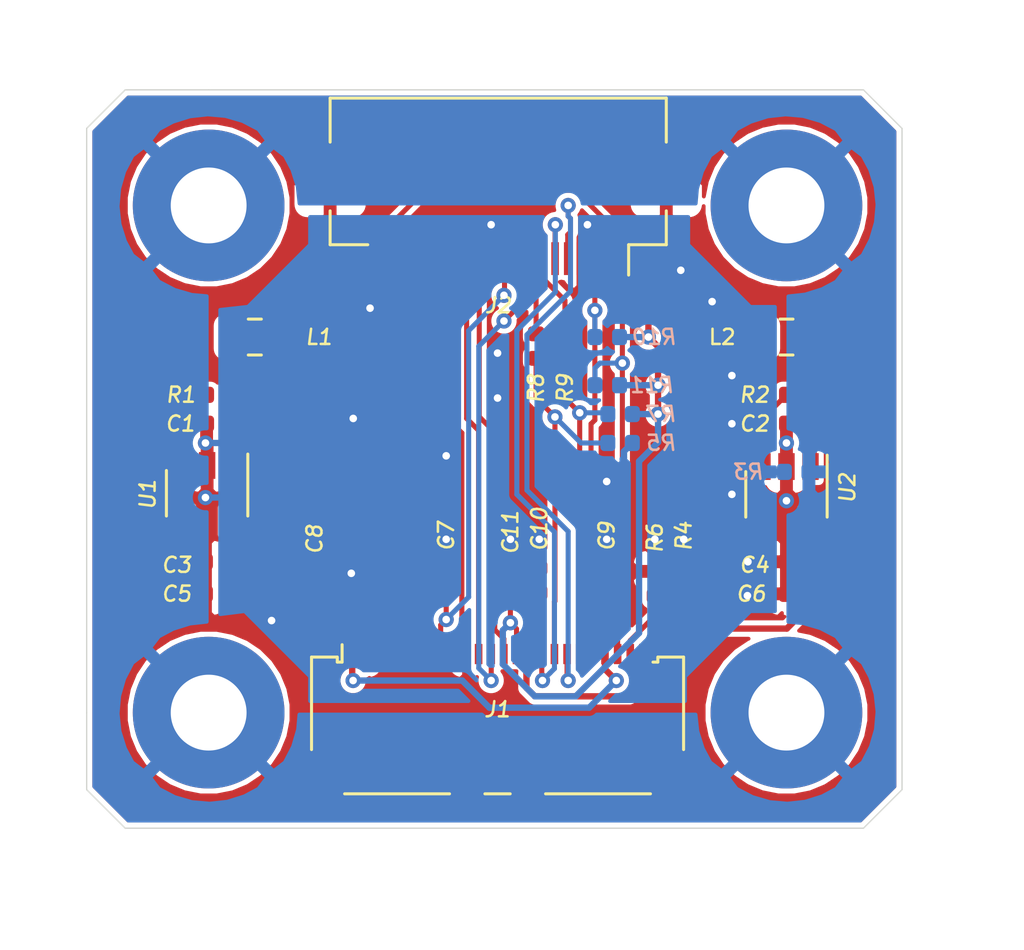
<source format=kicad_pcb>
(kicad_pcb (version 20171130) (host pcbnew "(5.1.0-0)")

  (general
    (thickness 1.6)
    (drawings 10)
    (tracks 268)
    (zones 0)
    (modules 32)
    (nets 32)
  )

  (page A4)
  (layers
    (0 F.Cu signal)
    (31 B.Cu signal)
    (32 B.Adhes user hide)
    (33 F.Adhes user hide)
    (34 B.Paste user hide)
    (35 F.Paste user hide)
    (36 B.SilkS user hide)
    (37 F.SilkS user)
    (38 B.Mask user hide)
    (39 F.Mask user hide)
    (40 Dwgs.User user hide)
    (41 Cmts.User user hide)
    (42 Eco1.User user hide)
    (43 Eco2.User user hide)
    (44 Edge.Cuts user)
    (45 Margin user hide)
    (46 B.CrtYd user hide)
    (47 F.CrtYd user hide)
    (48 B.Fab user hide)
    (49 F.Fab user hide)
  )

  (setup
    (last_trace_width 0.25)
    (user_trace_width 0.2)
    (user_trace_width 0.5)
    (trace_clearance 0.2)
    (zone_clearance 0.2)
    (zone_45_only yes)
    (trace_min 0.2)
    (via_size 0.8)
    (via_drill 0.4)
    (via_min_size 0.4)
    (via_min_drill 0.3)
    (user_via 0.6 0.3)
    (uvia_size 0.3)
    (uvia_drill 0.1)
    (uvias_allowed no)
    (uvia_min_size 0.2)
    (uvia_min_drill 0.1)
    (edge_width 0.05)
    (segment_width 0.2)
    (pcb_text_width 0.3)
    (pcb_text_size 1.5 1.5)
    (mod_edge_width 0.12)
    (mod_text_size 1 1)
    (mod_text_width 0.15)
    (pad_size 1.22 1.4)
    (pad_drill 0)
    (pad_to_mask_clearance 0.051)
    (solder_mask_min_width 0.25)
    (aux_axis_origin 0 0)
    (visible_elements FFFFFF7F)
    (pcbplotparams
      (layerselection 0x010fc_ffffffff)
      (usegerberextensions false)
      (usegerberattributes false)
      (usegerberadvancedattributes false)
      (creategerberjobfile false)
      (excludeedgelayer false)
      (linewidth 0.100000)
      (plotframeref false)
      (viasonmask false)
      (mode 1)
      (useauxorigin false)
      (hpglpennumber 1)
      (hpglpenspeed 20)
      (hpglpendiameter 15.000000)
      (psnegative false)
      (psa4output false)
      (plotreference true)
      (plotvalue true)
      (plotinvisibletext false)
      (padsonsilk false)
      (subtractmaskfromsilk false)
      (outputformat 1)
      (mirror false)
      (drillshape 0)
      (scaleselection 1)
      (outputdirectory ""))
  )

  (net 0 "")
  (net 1 GND)
  (net 2 "Net-(C1-Pad1)")
  (net 3 +3V3)
  (net 4 +2V8)
  (net 5 +1V8)
  (net 6 /P_CLK)
  (net 7 "Net-(H1-Pad1)")
  (net 8 /H_REF)
  (net 9 "Net-(J1-Pad24)")
  (net 10 AGND)
  (net 11 /S_DAT)
  (net 12 /S_CLK)
  (net 13 /RST)
  (net 14 /V_SYNC)
  (net 15 /P_DWN)
  (net 16 /D9)
  (net 17 /X_CLK)
  (net 18 /D8)
  (net 19 /D7)
  (net 20 /D6)
  (net 21 /D2)
  (net 22 /D5)
  (net 23 /D3)
  (net 24 /D4)
  (net 25 "Net-(J2-Pad8)")
  (net 26 "Net-(J2-Pad7)")
  (net 27 "Net-(R1-Pad1)")
  (net 28 "Net-(R2-Pad1)")
  (net 29 "Net-(U1-Pad4)")
  (net 30 "Net-(U2-Pad4)")
  (net 31 "Net-(C2-Pad1)")

  (net_class Default "Dies ist die voreingestellte Netzklasse."
    (clearance 0.2)
    (trace_width 0.25)
    (via_dia 0.8)
    (via_drill 0.4)
    (uvia_dia 0.3)
    (uvia_drill 0.1)
    (add_net +1V8)
    (add_net +2V8)
    (add_net +3V3)
    (add_net /D2)
    (add_net /D3)
    (add_net /D4)
    (add_net /D5)
    (add_net /D6)
    (add_net /D7)
    (add_net /D8)
    (add_net /D9)
    (add_net /H_REF)
    (add_net /P_CLK)
    (add_net /P_DWN)
    (add_net /RST)
    (add_net /S_CLK)
    (add_net /S_DAT)
    (add_net /V_SYNC)
    (add_net /X_CLK)
    (add_net AGND)
    (add_net GND)
    (add_net "Net-(C1-Pad1)")
    (add_net "Net-(C2-Pad1)")
    (add_net "Net-(H1-Pad1)")
    (add_net "Net-(J1-Pad24)")
    (add_net "Net-(J2-Pad7)")
    (add_net "Net-(J2-Pad8)")
    (add_net "Net-(R1-Pad1)")
    (add_net "Net-(R2-Pad1)")
    (add_net "Net-(U1-Pad4)")
    (add_net "Net-(U2-Pad4)")
  )

  (module Inductor_SMD:L_0805_2012Metric (layer F.Cu) (tedit 5B36C52B) (tstamp 5CC5F76A)
    (at 164.084 64.135)
    (descr "Inductor SMD 0805 (2012 Metric), square (rectangular) end terminal, IPC_7351 nominal, (Body size source: https://docs.google.com/spreadsheets/d/1BsfQQcO9C6DZCsRaXUlFlo91Tg2WpOkGARC1WS5S8t0/edit?usp=sharing), generated with kicad-footprint-generator")
    (tags inductor)
    (path /5D47B1BD)
    (attr smd)
    (fp_text reference L2 (at -2.54 0) (layer F.SilkS)
      (effects (font (size 0.6 0.6) (thickness 0.1)))
    )
    (fp_text value 3.3uH (at 0 1.65) (layer F.Fab)
      (effects (font (size 1 1) (thickness 0.15)))
    )
    (fp_text user %R (at 0 0) (layer F.Fab)
      (effects (font (size 0.5 0.5) (thickness 0.08)))
    )
    (fp_line (start 1.68 0.95) (end -1.68 0.95) (layer F.CrtYd) (width 0.05))
    (fp_line (start 1.68 -0.95) (end 1.68 0.95) (layer F.CrtYd) (width 0.05))
    (fp_line (start -1.68 -0.95) (end 1.68 -0.95) (layer F.CrtYd) (width 0.05))
    (fp_line (start -1.68 0.95) (end -1.68 -0.95) (layer F.CrtYd) (width 0.05))
    (fp_line (start -0.258578 0.71) (end 0.258578 0.71) (layer F.SilkS) (width 0.12))
    (fp_line (start -0.258578 -0.71) (end 0.258578 -0.71) (layer F.SilkS) (width 0.12))
    (fp_line (start 1 0.6) (end -1 0.6) (layer F.Fab) (width 0.1))
    (fp_line (start 1 -0.6) (end 1 0.6) (layer F.Fab) (width 0.1))
    (fp_line (start -1 -0.6) (end 1 -0.6) (layer F.Fab) (width 0.1))
    (fp_line (start -1 0.6) (end -1 -0.6) (layer F.Fab) (width 0.1))
    (pad 2 smd roundrect (at 0.9375 0) (size 0.975 1.4) (layers F.Cu F.Paste F.Mask) (roundrect_rratio 0.25)
      (net 31 "Net-(C2-Pad1)"))
    (pad 1 smd roundrect (at -0.9375 0) (size 0.975 1.4) (layers F.Cu F.Paste F.Mask) (roundrect_rratio 0.25)
      (net 3 +3V3))
    (model ${KISYS3DMOD}/Inductor_SMD.3dshapes/L_0805_2012Metric.wrl
      (at (xyz 0 0 0))
      (scale (xyz 1 1 1))
      (rotate (xyz 0 0 0))
    )
  )

  (module MountingHole:MountingHole_3mm_Pad (layer F.Cu) (tedit 56D1B4CB) (tstamp 5CC5DD85)
    (at 141.224 78.994)
    (descr "Mounting Hole 3mm")
    (tags "mounting hole 3mm")
    (path /5D452BFB)
    (attr virtual)
    (fp_text reference H4 (at 0 -4) (layer F.SilkS) hide
      (effects (font (size 0.6 0.6) (thickness 0.1) italic))
    )
    (fp_text value MountingHole_Pad (at 0 4) (layer F.Fab)
      (effects (font (size 1 1) (thickness 0.15)))
    )
    (fp_circle (center 0 0) (end 3.25 0) (layer F.CrtYd) (width 0.05))
    (fp_circle (center 0 0) (end 3 0) (layer Cmts.User) (width 0.15))
    (fp_text user %R (at 0.3 0) (layer F.Fab)
      (effects (font (size 0.6 0.6) (thickness 0.1) italic))
    )
    (pad 1 thru_hole circle (at 0 0) (size 6 6) (drill 3) (layers *.Cu *.Mask)
      (net 7 "Net-(H1-Pad1)"))
  )

  (module Package_TO_SOT_SMD:SOT-23-5 (layer F.Cu) (tedit 5A02FF57) (tstamp 5CC5CF1A)
    (at 164.084 70.358 270)
    (descr "5-pin SOT23 package")
    (tags SOT-23-5)
    (path /5D3598FD)
    (attr smd)
    (fp_text reference U2 (at -0.254 -2.413 270) (layer F.SilkS)
      (effects (font (size 0.6 0.6) (thickness 0.1) italic))
    )
    (fp_text value TLV75518PDBV (at 0 2.9 270) (layer F.Fab)
      (effects (font (size 1 1) (thickness 0.15)))
    )
    (fp_line (start 0.9 -1.55) (end 0.9 1.55) (layer F.Fab) (width 0.1))
    (fp_line (start 0.9 1.55) (end -0.9 1.55) (layer F.Fab) (width 0.1))
    (fp_line (start -0.9 -0.9) (end -0.9 1.55) (layer F.Fab) (width 0.1))
    (fp_line (start 0.9 -1.55) (end -0.25 -1.55) (layer F.Fab) (width 0.1))
    (fp_line (start -0.9 -0.9) (end -0.25 -1.55) (layer F.Fab) (width 0.1))
    (fp_line (start -1.9 1.8) (end -1.9 -1.8) (layer F.CrtYd) (width 0.05))
    (fp_line (start 1.9 1.8) (end -1.9 1.8) (layer F.CrtYd) (width 0.05))
    (fp_line (start 1.9 -1.8) (end 1.9 1.8) (layer F.CrtYd) (width 0.05))
    (fp_line (start -1.9 -1.8) (end 1.9 -1.8) (layer F.CrtYd) (width 0.05))
    (fp_line (start 0.9 -1.61) (end -1.55 -1.61) (layer F.SilkS) (width 0.12))
    (fp_line (start -0.9 1.61) (end 0.9 1.61) (layer F.SilkS) (width 0.12))
    (fp_text user %R (at 0 0) (layer F.Fab)
      (effects (font (size 0.6 0.6) (thickness 0.1) italic))
    )
    (pad 5 smd rect (at 1.1 -0.95 270) (size 1.06 0.65) (layers F.Cu F.Paste F.Mask)
      (net 5 +1V8))
    (pad 4 smd rect (at 1.1 0.95 270) (size 1.06 0.65) (layers F.Cu F.Paste F.Mask)
      (net 30 "Net-(U2-Pad4)"))
    (pad 3 smd rect (at -1.1 0.95 270) (size 1.06 0.65) (layers F.Cu F.Paste F.Mask)
      (net 28 "Net-(R2-Pad1)"))
    (pad 2 smd rect (at -1.1 0 270) (size 1.06 0.65) (layers F.Cu F.Paste F.Mask)
      (net 1 GND))
    (pad 1 smd rect (at -1.1 -0.95 270) (size 1.06 0.65) (layers F.Cu F.Paste F.Mask)
      (net 31 "Net-(C2-Pad1)"))
    (model ${KISYS3DMOD}/Package_TO_SOT_SMD.3dshapes/SOT-23-5.wrl
      (at (xyz 0 0 0))
      (scale (xyz 1 1 1))
      (rotate (xyz 0 0 0))
    )
  )

  (module Package_TO_SOT_SMD:SOT-23-5 (layer F.Cu) (tedit 5A02FF57) (tstamp 5CC5CF05)
    (at 141.163 70.315 270)
    (descr "5-pin SOT23 package")
    (tags SOT-23-5)
    (path /5D35A3CF)
    (attr smd)
    (fp_text reference U1 (at 0.043 2.352 270) (layer F.SilkS)
      (effects (font (size 0.6 0.6) (thickness 0.1) italic))
    )
    (fp_text value TLV75528PDBV (at 0 2.9 270) (layer F.Fab)
      (effects (font (size 1 1) (thickness 0.15)))
    )
    (fp_line (start 0.9 -1.55) (end 0.9 1.55) (layer F.Fab) (width 0.1))
    (fp_line (start 0.9 1.55) (end -0.9 1.55) (layer F.Fab) (width 0.1))
    (fp_line (start -0.9 -0.9) (end -0.9 1.55) (layer F.Fab) (width 0.1))
    (fp_line (start 0.9 -1.55) (end -0.25 -1.55) (layer F.Fab) (width 0.1))
    (fp_line (start -0.9 -0.9) (end -0.25 -1.55) (layer F.Fab) (width 0.1))
    (fp_line (start -1.9 1.8) (end -1.9 -1.8) (layer F.CrtYd) (width 0.05))
    (fp_line (start 1.9 1.8) (end -1.9 1.8) (layer F.CrtYd) (width 0.05))
    (fp_line (start 1.9 -1.8) (end 1.9 1.8) (layer F.CrtYd) (width 0.05))
    (fp_line (start -1.9 -1.8) (end 1.9 -1.8) (layer F.CrtYd) (width 0.05))
    (fp_line (start 0.9 -1.61) (end -1.55 -1.61) (layer F.SilkS) (width 0.12))
    (fp_line (start -0.9 1.61) (end 0.9 1.61) (layer F.SilkS) (width 0.12))
    (fp_text user %R (at 0 0) (layer F.Fab)
      (effects (font (size 0.6 0.6) (thickness 0.1) italic))
    )
    (pad 5 smd rect (at 1.1 -0.95 270) (size 1.06 0.65) (layers F.Cu F.Paste F.Mask)
      (net 4 +2V8))
    (pad 4 smd rect (at 1.1 0.95 270) (size 1.06 0.65) (layers F.Cu F.Paste F.Mask)
      (net 29 "Net-(U1-Pad4)"))
    (pad 3 smd rect (at -1.1 0.95 270) (size 1.06 0.65) (layers F.Cu F.Paste F.Mask)
      (net 27 "Net-(R1-Pad1)"))
    (pad 2 smd rect (at -1.1 0 270) (size 1.06 0.65) (layers F.Cu F.Paste F.Mask)
      (net 1 GND))
    (pad 1 smd rect (at -1.1 -0.95 270) (size 1.06 0.65) (layers F.Cu F.Paste F.Mask)
      (net 2 "Net-(C1-Pad1)"))
    (model ${KISYS3DMOD}/Package_TO_SOT_SMD.3dshapes/SOT-23-5.wrl
      (at (xyz 0 0 0))
      (scale (xyz 1 1 1))
      (rotate (xyz 0 0 0))
    )
  )

  (module Resistor_SMD:R_0402_1005Metric (layer B.Cu) (tedit 5B301BBD) (tstamp 5CC5CEF0)
    (at 156.995 66.04 180)
    (descr "Resistor SMD 0402 (1005 Metric), square (rectangular) end terminal, IPC_7351 nominal, (Body size source: http://www.tortai-tech.com/upload/download/2011102023233369053.pdf), generated with kicad-footprint-generator")
    (tags resistor)
    (path /5D3F35D7)
    (attr smd)
    (fp_text reference R11 (at -1.778 0 180) (layer B.SilkS)
      (effects (font (size 0.6 0.6) (thickness 0.1) italic) (justify mirror))
    )
    (fp_text value 4.7k (at 0 -1.17 180) (layer B.Fab)
      (effects (font (size 1 1) (thickness 0.15)) (justify mirror))
    )
    (fp_text user %R (at 0 0 180) (layer B.Fab)
      (effects (font (size 0.6 0.6) (thickness 0.1) italic) (justify mirror))
    )
    (fp_line (start 0.93 -0.47) (end -0.93 -0.47) (layer B.CrtYd) (width 0.05))
    (fp_line (start 0.93 0.47) (end 0.93 -0.47) (layer B.CrtYd) (width 0.05))
    (fp_line (start -0.93 0.47) (end 0.93 0.47) (layer B.CrtYd) (width 0.05))
    (fp_line (start -0.93 -0.47) (end -0.93 0.47) (layer B.CrtYd) (width 0.05))
    (fp_line (start 0.5 -0.25) (end -0.5 -0.25) (layer B.Fab) (width 0.1))
    (fp_line (start 0.5 0.25) (end 0.5 -0.25) (layer B.Fab) (width 0.1))
    (fp_line (start -0.5 0.25) (end 0.5 0.25) (layer B.Fab) (width 0.1))
    (fp_line (start -0.5 -0.25) (end -0.5 0.25) (layer B.Fab) (width 0.1))
    (pad 2 smd roundrect (at 0.485 0 180) (size 0.59 0.64) (layers B.Cu B.Paste B.Mask) (roundrect_rratio 0.25)
      (net 11 /S_DAT))
    (pad 1 smd roundrect (at -0.485 0 180) (size 0.59 0.64) (layers B.Cu B.Paste B.Mask) (roundrect_rratio 0.25)
      (net 3 +3V3))
    (model ${KISYS3DMOD}/Resistor_SMD.3dshapes/R_0402_1005Metric.wrl
      (at (xyz 0 0 0))
      (scale (xyz 1 1 1))
      (rotate (xyz 0 0 0))
    )
  )

  (module Resistor_SMD:R_0402_1005Metric (layer B.Cu) (tedit 5B301BBD) (tstamp 5CC5CEE1)
    (at 156.995 64.135 180)
    (descr "Resistor SMD 0402 (1005 Metric), square (rectangular) end terminal, IPC_7351 nominal, (Body size source: http://www.tortai-tech.com/upload/download/2011102023233369053.pdf), generated with kicad-footprint-generator")
    (tags resistor)
    (path /5D3F2D4C)
    (attr smd)
    (fp_text reference R10 (at -1.882 0 180) (layer B.SilkS)
      (effects (font (size 0.6 0.6) (thickness 0.1) italic) (justify mirror))
    )
    (fp_text value 4.7k (at 0 -1.17 180) (layer B.Fab)
      (effects (font (size 1 1) (thickness 0.15)) (justify mirror))
    )
    (fp_text user %R (at 0 0 180) (layer B.Fab)
      (effects (font (size 0.6 0.6) (thickness 0.1) italic) (justify mirror))
    )
    (fp_line (start 0.93 -0.47) (end -0.93 -0.47) (layer B.CrtYd) (width 0.05))
    (fp_line (start 0.93 0.47) (end 0.93 -0.47) (layer B.CrtYd) (width 0.05))
    (fp_line (start -0.93 0.47) (end 0.93 0.47) (layer B.CrtYd) (width 0.05))
    (fp_line (start -0.93 -0.47) (end -0.93 0.47) (layer B.CrtYd) (width 0.05))
    (fp_line (start 0.5 -0.25) (end -0.5 -0.25) (layer B.Fab) (width 0.1))
    (fp_line (start 0.5 0.25) (end 0.5 -0.25) (layer B.Fab) (width 0.1))
    (fp_line (start -0.5 0.25) (end 0.5 0.25) (layer B.Fab) (width 0.1))
    (fp_line (start -0.5 -0.25) (end -0.5 0.25) (layer B.Fab) (width 0.1))
    (pad 2 smd roundrect (at 0.485 0 180) (size 0.59 0.64) (layers B.Cu B.Paste B.Mask) (roundrect_rratio 0.25)
      (net 12 /S_CLK))
    (pad 1 smd roundrect (at -0.485 0 180) (size 0.59 0.64) (layers B.Cu B.Paste B.Mask) (roundrect_rratio 0.25)
      (net 3 +3V3))
    (model ${KISYS3DMOD}/Resistor_SMD.3dshapes/R_0402_1005Metric.wrl
      (at (xyz 0 0 0))
      (scale (xyz 1 1 1))
      (rotate (xyz 0 0 0))
    )
  )

  (module Resistor_SMD:R_0402_1005Metric (layer F.Cu) (tedit 5B301BBD) (tstamp 5CC5CED2)
    (at 155.321 64.493 90)
    (descr "Resistor SMD 0402 (1005 Metric), square (rectangular) end terminal, IPC_7351 nominal, (Body size source: http://www.tortai-tech.com/upload/download/2011102023233369053.pdf), generated with kicad-footprint-generator")
    (tags resistor)
    (path /5D422B55)
    (attr smd)
    (fp_text reference R9 (at -1.674 0 90) (layer F.SilkS)
      (effects (font (size 0.6 0.6) (thickness 0.1) italic))
    )
    (fp_text value 0 (at 0 1.17 90) (layer F.Fab)
      (effects (font (size 1 1) (thickness 0.15)))
    )
    (fp_text user %R (at 0 0 90) (layer F.Fab)
      (effects (font (size 0.6 0.6) (thickness 0.1) italic))
    )
    (fp_line (start 0.93 0.47) (end -0.93 0.47) (layer F.CrtYd) (width 0.05))
    (fp_line (start 0.93 -0.47) (end 0.93 0.47) (layer F.CrtYd) (width 0.05))
    (fp_line (start -0.93 -0.47) (end 0.93 -0.47) (layer F.CrtYd) (width 0.05))
    (fp_line (start -0.93 0.47) (end -0.93 -0.47) (layer F.CrtYd) (width 0.05))
    (fp_line (start 0.5 0.25) (end -0.5 0.25) (layer F.Fab) (width 0.1))
    (fp_line (start 0.5 -0.25) (end 0.5 0.25) (layer F.Fab) (width 0.1))
    (fp_line (start -0.5 -0.25) (end 0.5 -0.25) (layer F.Fab) (width 0.1))
    (fp_line (start -0.5 0.25) (end -0.5 -0.25) (layer F.Fab) (width 0.1))
    (pad 2 smd roundrect (at 0.485 0 90) (size 0.59 0.64) (layers F.Cu F.Paste F.Mask) (roundrect_rratio 0.25)
      (net 26 "Net-(J2-Pad7)"))
    (pad 1 smd roundrect (at -0.485 0 90) (size 0.59 0.64) (layers F.Cu F.Paste F.Mask) (roundrect_rratio 0.25)
      (net 13 /RST))
    (model ${KISYS3DMOD}/Resistor_SMD.3dshapes/R_0402_1005Metric.wrl
      (at (xyz 0 0 0))
      (scale (xyz 1 1 1))
      (rotate (xyz 0 0 0))
    )
  )

  (module Resistor_SMD:R_0402_1005Metric (layer F.Cu) (tedit 5B301BBD) (tstamp 5CC5CEC3)
    (at 154.178 64.493 90)
    (descr "Resistor SMD 0402 (1005 Metric), square (rectangular) end terminal, IPC_7351 nominal, (Body size source: http://www.tortai-tech.com/upload/download/2011102023233369053.pdf), generated with kicad-footprint-generator")
    (tags resistor)
    (path /5D4234F1)
    (attr smd)
    (fp_text reference R8 (at -1.674 0 90) (layer F.SilkS)
      (effects (font (size 0.6 0.6) (thickness 0.1) italic))
    )
    (fp_text value 0 (at 0 1.17 90) (layer F.Fab)
      (effects (font (size 1 1) (thickness 0.15)))
    )
    (fp_text user %R (at 0 0 90) (layer F.Fab)
      (effects (font (size 0.6 0.6) (thickness 0.1) italic))
    )
    (fp_line (start 0.93 0.47) (end -0.93 0.47) (layer F.CrtYd) (width 0.05))
    (fp_line (start 0.93 -0.47) (end 0.93 0.47) (layer F.CrtYd) (width 0.05))
    (fp_line (start -0.93 -0.47) (end 0.93 -0.47) (layer F.CrtYd) (width 0.05))
    (fp_line (start -0.93 0.47) (end -0.93 -0.47) (layer F.CrtYd) (width 0.05))
    (fp_line (start 0.5 0.25) (end -0.5 0.25) (layer F.Fab) (width 0.1))
    (fp_line (start 0.5 -0.25) (end 0.5 0.25) (layer F.Fab) (width 0.1))
    (fp_line (start -0.5 -0.25) (end 0.5 -0.25) (layer F.Fab) (width 0.1))
    (fp_line (start -0.5 0.25) (end -0.5 -0.25) (layer F.Fab) (width 0.1))
    (pad 2 smd roundrect (at 0.485 0 90) (size 0.59 0.64) (layers F.Cu F.Paste F.Mask) (roundrect_rratio 0.25)
      (net 25 "Net-(J2-Pad8)"))
    (pad 1 smd roundrect (at -0.485 0 90) (size 0.59 0.64) (layers F.Cu F.Paste F.Mask) (roundrect_rratio 0.25)
      (net 15 /P_DWN))
    (model ${KISYS3DMOD}/Resistor_SMD.3dshapes/R_0402_1005Metric.wrl
      (at (xyz 0 0 0))
      (scale (xyz 1 1 1))
      (rotate (xyz 0 0 0))
    )
  )

  (module Resistor_SMD:R_0402_1005Metric (layer B.Cu) (tedit 5B301BBD) (tstamp 5CC64D13)
    (at 157.503 67.183 180)
    (descr "Resistor SMD 0402 (1005 Metric), square (rectangular) end terminal, IPC_7351 nominal, (Body size source: http://www.tortai-tech.com/upload/download/2011102023233369053.pdf), generated with kicad-footprint-generator")
    (tags resistor)
    (path /5D415396)
    (attr smd)
    (fp_text reference R7 (at -1.651 0 180) (layer B.SilkS)
      (effects (font (size 0.6 0.6) (thickness 0.1) italic) (justify mirror))
    )
    (fp_text value 4.7k (at 0 -1.17 180) (layer B.Fab)
      (effects (font (size 1 1) (thickness 0.15)) (justify mirror))
    )
    (fp_text user %R (at 0 0 180) (layer B.Fab)
      (effects (font (size 0.6 0.6) (thickness 0.1) italic) (justify mirror))
    )
    (fp_line (start 0.93 -0.47) (end -0.93 -0.47) (layer B.CrtYd) (width 0.05))
    (fp_line (start 0.93 0.47) (end 0.93 -0.47) (layer B.CrtYd) (width 0.05))
    (fp_line (start -0.93 0.47) (end 0.93 0.47) (layer B.CrtYd) (width 0.05))
    (fp_line (start -0.93 -0.47) (end -0.93 0.47) (layer B.CrtYd) (width 0.05))
    (fp_line (start 0.5 -0.25) (end -0.5 -0.25) (layer B.Fab) (width 0.1))
    (fp_line (start 0.5 0.25) (end 0.5 -0.25) (layer B.Fab) (width 0.1))
    (fp_line (start -0.5 0.25) (end 0.5 0.25) (layer B.Fab) (width 0.1))
    (fp_line (start -0.5 -0.25) (end -0.5 0.25) (layer B.Fab) (width 0.1))
    (pad 2 smd roundrect (at 0.485 0 180) (size 0.59 0.64) (layers B.Cu B.Paste B.Mask) (roundrect_rratio 0.25)
      (net 13 /RST))
    (pad 1 smd roundrect (at -0.485 0 180) (size 0.59 0.64) (layers B.Cu B.Paste B.Mask) (roundrect_rratio 0.25)
      (net 3 +3V3))
    (model ${KISYS3DMOD}/Resistor_SMD.3dshapes/R_0402_1005Metric.wrl
      (at (xyz 0 0 0))
      (scale (xyz 1 1 1))
      (rotate (xyz 0 0 0))
    )
  )

  (module Resistor_SMD:R_0402_1005Metric (layer F.Cu) (tedit 5B301BBD) (tstamp 5CC5CEA5)
    (at 158.877 73.891 270)
    (descr "Resistor SMD 0402 (1005 Metric), square (rectangular) end terminal, IPC_7351 nominal, (Body size source: http://www.tortai-tech.com/upload/download/2011102023233369053.pdf), generated with kicad-footprint-generator")
    (tags resistor)
    (path /5D350D08)
    (attr smd)
    (fp_text reference R6 (at -1.801 0 270) (layer F.SilkS)
      (effects (font (size 0.6 0.6) (thickness 0.1) italic))
    )
    (fp_text value 0 (at 0 1.17 270) (layer F.Fab)
      (effects (font (size 1 1) (thickness 0.15)))
    )
    (fp_text user %R (at 0 0 270) (layer F.Fab)
      (effects (font (size 0.6 0.6) (thickness 0.1) italic))
    )
    (fp_line (start 0.93 0.47) (end -0.93 0.47) (layer F.CrtYd) (width 0.05))
    (fp_line (start 0.93 -0.47) (end 0.93 0.47) (layer F.CrtYd) (width 0.05))
    (fp_line (start -0.93 -0.47) (end 0.93 -0.47) (layer F.CrtYd) (width 0.05))
    (fp_line (start -0.93 0.47) (end -0.93 -0.47) (layer F.CrtYd) (width 0.05))
    (fp_line (start 0.5 0.25) (end -0.5 0.25) (layer F.Fab) (width 0.1))
    (fp_line (start 0.5 -0.25) (end 0.5 0.25) (layer F.Fab) (width 0.1))
    (fp_line (start -0.5 -0.25) (end 0.5 -0.25) (layer F.Fab) (width 0.1))
    (fp_line (start -0.5 0.25) (end -0.5 -0.25) (layer F.Fab) (width 0.1))
    (pad 2 smd roundrect (at 0.485 0 270) (size 0.59 0.64) (layers F.Cu F.Paste F.Mask) (roundrect_rratio 0.25)
      (net 10 AGND))
    (pad 1 smd roundrect (at -0.485 0 270) (size 0.59 0.64) (layers F.Cu F.Paste F.Mask) (roundrect_rratio 0.25)
      (net 1 GND))
    (model ${KISYS3DMOD}/Resistor_SMD.3dshapes/R_0402_1005Metric.wrl
      (at (xyz 0 0 0))
      (scale (xyz 1 1 1))
      (rotate (xyz 0 0 0))
    )
  )

  (module Resistor_SMD:R_0402_1005Metric (layer B.Cu) (tedit 5B301BBD) (tstamp 5CC5CE96)
    (at 157.503 68.326)
    (descr "Resistor SMD 0402 (1005 Metric), square (rectangular) end terminal, IPC_7351 nominal, (Body size source: http://www.tortai-tech.com/upload/download/2011102023233369053.pdf), generated with kicad-footprint-generator")
    (tags resistor)
    (path /5D346772)
    (attr smd)
    (fp_text reference R5 (at 1.651 0) (layer B.SilkS)
      (effects (font (size 0.6 0.6) (thickness 0.1) italic) (justify mirror))
    )
    (fp_text value 0 (at 0 -1.17) (layer B.Fab)
      (effects (font (size 1 1) (thickness 0.15)) (justify mirror))
    )
    (fp_text user %R (at 0 0) (layer B.Fab)
      (effects (font (size 0.6 0.6) (thickness 0.1) italic) (justify mirror))
    )
    (fp_line (start 0.93 -0.47) (end -0.93 -0.47) (layer B.CrtYd) (width 0.05))
    (fp_line (start 0.93 0.47) (end 0.93 -0.47) (layer B.CrtYd) (width 0.05))
    (fp_line (start -0.93 0.47) (end 0.93 0.47) (layer B.CrtYd) (width 0.05))
    (fp_line (start -0.93 -0.47) (end -0.93 0.47) (layer B.CrtYd) (width 0.05))
    (fp_line (start 0.5 -0.25) (end -0.5 -0.25) (layer B.Fab) (width 0.1))
    (fp_line (start 0.5 0.25) (end 0.5 -0.25) (layer B.Fab) (width 0.1))
    (fp_line (start -0.5 0.25) (end 0.5 0.25) (layer B.Fab) (width 0.1))
    (fp_line (start -0.5 -0.25) (end -0.5 0.25) (layer B.Fab) (width 0.1))
    (pad 2 smd roundrect (at 0.485 0) (size 0.59 0.64) (layers B.Cu B.Paste B.Mask) (roundrect_rratio 0.25)
      (net 1 GND))
    (pad 1 smd roundrect (at -0.485 0) (size 0.59 0.64) (layers B.Cu B.Paste B.Mask) (roundrect_rratio 0.25)
      (net 15 /P_DWN))
    (model ${KISYS3DMOD}/Resistor_SMD.3dshapes/R_0402_1005Metric.wrl
      (at (xyz 0 0 0))
      (scale (xyz 1 1 1))
      (rotate (xyz 0 0 0))
    )
  )

  (module Resistor_SMD:R_0402_1005Metric (layer F.Cu) (tedit 5B301BBD) (tstamp 5CC5CE87)
    (at 160.02 73.891 90)
    (descr "Resistor SMD 0402 (1005 Metric), square (rectangular) end terminal, IPC_7351 nominal, (Body size source: http://www.tortai-tech.com/upload/download/2011102023233369053.pdf), generated with kicad-footprint-generator")
    (tags resistor)
    (path /5D353D6F)
    (attr smd)
    (fp_text reference R4 (at 1.882 0 90) (layer F.SilkS)
      (effects (font (size 0.6 0.6) (thickness 0.1) italic))
    )
    (fp_text value 10k (at 0 1.17 90) (layer F.Fab)
      (effects (font (size 1 1) (thickness 0.15)))
    )
    (fp_text user %R (at 0 0 90) (layer F.Fab)
      (effects (font (size 0.6 0.6) (thickness 0.1) italic))
    )
    (fp_line (start 0.93 0.47) (end -0.93 0.47) (layer F.CrtYd) (width 0.05))
    (fp_line (start 0.93 -0.47) (end 0.93 0.47) (layer F.CrtYd) (width 0.05))
    (fp_line (start -0.93 -0.47) (end 0.93 -0.47) (layer F.CrtYd) (width 0.05))
    (fp_line (start -0.93 0.47) (end -0.93 -0.47) (layer F.CrtYd) (width 0.05))
    (fp_line (start 0.5 0.25) (end -0.5 0.25) (layer F.Fab) (width 0.1))
    (fp_line (start 0.5 -0.25) (end 0.5 0.25) (layer F.Fab) (width 0.1))
    (fp_line (start -0.5 -0.25) (end 0.5 -0.25) (layer F.Fab) (width 0.1))
    (fp_line (start -0.5 0.25) (end -0.5 -0.25) (layer F.Fab) (width 0.1))
    (pad 2 smd roundrect (at 0.485 0 90) (size 0.59 0.64) (layers F.Cu F.Paste F.Mask) (roundrect_rratio 0.25)
      (net 1 GND))
    (pad 1 smd roundrect (at -0.485 0 90) (size 0.59 0.64) (layers F.Cu F.Paste F.Mask) (roundrect_rratio 0.25)
      (net 9 "Net-(J1-Pad24)"))
    (model ${KISYS3DMOD}/Resistor_SMD.3dshapes/R_0402_1005Metric.wrl
      (at (xyz 0 0 0))
      (scale (xyz 1 1 1))
      (rotate (xyz 0 0 0))
    )
  )

  (module Resistor_SMD:R_0402_1005Metric (layer B.Cu) (tedit 5B301BBD) (tstamp 5CC5CE78)
    (at 164.488 69.469 180)
    (descr "Resistor SMD 0402 (1005 Metric), square (rectangular) end terminal, IPC_7351 nominal, (Body size source: http://www.tortai-tech.com/upload/download/2011102023233369053.pdf), generated with kicad-footprint-generator")
    (tags resistor)
    (path /5D40C882)
    (attr smd)
    (fp_text reference R3 (at 1.882 0 180) (layer B.SilkS)
      (effects (font (size 0.6 0.6) (thickness 0.1) italic) (justify mirror))
    )
    (fp_text value 0 (at 0 -1.17 180) (layer B.Fab)
      (effects (font (size 1 1) (thickness 0.15)) (justify mirror))
    )
    (fp_line (start -0.5 -0.25) (end -0.5 0.25) (layer B.Fab) (width 0.1))
    (fp_line (start -0.5 0.25) (end 0.5 0.25) (layer B.Fab) (width 0.1))
    (fp_line (start 0.5 0.25) (end 0.5 -0.25) (layer B.Fab) (width 0.1))
    (fp_line (start 0.5 -0.25) (end -0.5 -0.25) (layer B.Fab) (width 0.1))
    (fp_line (start -0.93 -0.47) (end -0.93 0.47) (layer B.CrtYd) (width 0.05))
    (fp_line (start -0.93 0.47) (end 0.93 0.47) (layer B.CrtYd) (width 0.05))
    (fp_line (start 0.93 0.47) (end 0.93 -0.47) (layer B.CrtYd) (width 0.05))
    (fp_line (start 0.93 -0.47) (end -0.93 -0.47) (layer B.CrtYd) (width 0.05))
    (fp_text user %R (at 0 0 180) (layer B.Fab)
      (effects (font (size 0.6 0.6) (thickness 0.1) italic) (justify mirror))
    )
    (pad 1 smd roundrect (at -0.485 0 180) (size 0.59 0.64) (layers B.Cu B.Paste B.Mask) (roundrect_rratio 0.25)
      (net 7 "Net-(H1-Pad1)"))
    (pad 2 smd roundrect (at 0.485 0 180) (size 0.59 0.64) (layers B.Cu B.Paste B.Mask) (roundrect_rratio 0.25)
      (net 1 GND))
    (model ${KISYS3DMOD}/Resistor_SMD.3dshapes/R_0402_1005Metric.wrl
      (at (xyz 0 0 0))
      (scale (xyz 1 1 1))
      (rotate (xyz 0 0 0))
    )
  )

  (module Resistor_SMD:R_0402_1005Metric (layer F.Cu) (tedit 5B301BBD) (tstamp 5CC5CE69)
    (at 164.569 66.421)
    (descr "Resistor SMD 0402 (1005 Metric), square (rectangular) end terminal, IPC_7351 nominal, (Body size source: http://www.tortai-tech.com/upload/download/2011102023233369053.pdf), generated with kicad-footprint-generator")
    (tags resistor)
    (path /5D375C61)
    (attr smd)
    (fp_text reference R2 (at -1.755 0) (layer F.SilkS)
      (effects (font (size 0.6 0.6) (thickness 0.1) italic))
    )
    (fp_text value 10k (at 0 1.17) (layer F.Fab)
      (effects (font (size 1 1) (thickness 0.15)))
    )
    (fp_text user %R (at 0 0) (layer F.Fab)
      (effects (font (size 0.6 0.6) (thickness 0.1) italic))
    )
    (fp_line (start 0.93 0.47) (end -0.93 0.47) (layer F.CrtYd) (width 0.05))
    (fp_line (start 0.93 -0.47) (end 0.93 0.47) (layer F.CrtYd) (width 0.05))
    (fp_line (start -0.93 -0.47) (end 0.93 -0.47) (layer F.CrtYd) (width 0.05))
    (fp_line (start -0.93 0.47) (end -0.93 -0.47) (layer F.CrtYd) (width 0.05))
    (fp_line (start 0.5 0.25) (end -0.5 0.25) (layer F.Fab) (width 0.1))
    (fp_line (start 0.5 -0.25) (end 0.5 0.25) (layer F.Fab) (width 0.1))
    (fp_line (start -0.5 -0.25) (end 0.5 -0.25) (layer F.Fab) (width 0.1))
    (fp_line (start -0.5 0.25) (end -0.5 -0.25) (layer F.Fab) (width 0.1))
    (pad 2 smd roundrect (at 0.485 0) (size 0.59 0.64) (layers F.Cu F.Paste F.Mask) (roundrect_rratio 0.25)
      (net 31 "Net-(C2-Pad1)"))
    (pad 1 smd roundrect (at -0.485 0) (size 0.59 0.64) (layers F.Cu F.Paste F.Mask) (roundrect_rratio 0.25)
      (net 28 "Net-(R2-Pad1)"))
    (model ${KISYS3DMOD}/Resistor_SMD.3dshapes/R_0402_1005Metric.wrl
      (at (xyz 0 0 0))
      (scale (xyz 1 1 1))
      (rotate (xyz 0 0 0))
    )
  )

  (module Resistor_SMD:R_0402_1005Metric (layer F.Cu) (tedit 5B301BBD) (tstamp 5CC5CE5A)
    (at 141.628 66.421)
    (descr "Resistor SMD 0402 (1005 Metric), square (rectangular) end terminal, IPC_7351 nominal, (Body size source: http://www.tortai-tech.com/upload/download/2011102023233369053.pdf), generated with kicad-footprint-generator")
    (tags resistor)
    (path /5D35D1F4)
    (attr smd)
    (fp_text reference R1 (at -1.501 0) (layer F.SilkS)
      (effects (font (size 0.6 0.6) (thickness 0.1) italic))
    )
    (fp_text value 10k (at 0 1.17) (layer F.Fab)
      (effects (font (size 1 1) (thickness 0.15)))
    )
    (fp_text user %R (at 0 0) (layer F.Fab)
      (effects (font (size 0.6 0.6) (thickness 0.1) italic))
    )
    (fp_line (start 0.93 0.47) (end -0.93 0.47) (layer F.CrtYd) (width 0.05))
    (fp_line (start 0.93 -0.47) (end 0.93 0.47) (layer F.CrtYd) (width 0.05))
    (fp_line (start -0.93 -0.47) (end 0.93 -0.47) (layer F.CrtYd) (width 0.05))
    (fp_line (start -0.93 0.47) (end -0.93 -0.47) (layer F.CrtYd) (width 0.05))
    (fp_line (start 0.5 0.25) (end -0.5 0.25) (layer F.Fab) (width 0.1))
    (fp_line (start 0.5 -0.25) (end 0.5 0.25) (layer F.Fab) (width 0.1))
    (fp_line (start -0.5 -0.25) (end 0.5 -0.25) (layer F.Fab) (width 0.1))
    (fp_line (start -0.5 0.25) (end -0.5 -0.25) (layer F.Fab) (width 0.1))
    (pad 2 smd roundrect (at 0.485 0) (size 0.59 0.64) (layers F.Cu F.Paste F.Mask) (roundrect_rratio 0.25)
      (net 2 "Net-(C1-Pad1)"))
    (pad 1 smd roundrect (at -0.485 0) (size 0.59 0.64) (layers F.Cu F.Paste F.Mask) (roundrect_rratio 0.25)
      (net 27 "Net-(R1-Pad1)"))
    (model ${KISYS3DMOD}/Resistor_SMD.3dshapes/R_0402_1005Metric.wrl
      (at (xyz 0 0 0))
      (scale (xyz 1 1 1))
      (rotate (xyz 0 0 0))
    )
  )

  (module Inductor_SMD:L_0805_2012Metric (layer F.Cu) (tedit 5B36C52B) (tstamp 5CC5CE4B)
    (at 143.0505 64.135 180)
    (descr "Inductor SMD 0805 (2012 Metric), square (rectangular) end terminal, IPC_7351 nominal, (Body size source: https://docs.google.com/spreadsheets/d/1BsfQQcO9C6DZCsRaXUlFlo91Tg2WpOkGARC1WS5S8t0/edit?usp=sharing), generated with kicad-footprint-generator")
    (tags inductor)
    (path /5D3A7019)
    (attr smd)
    (fp_text reference L1 (at -2.54 0 180) (layer F.SilkS)
      (effects (font (size 0.6 0.6) (thickness 0.1) italic))
    )
    (fp_text value 3.3uH (at 0 1.65 180) (layer F.Fab)
      (effects (font (size 1 1) (thickness 0.15)))
    )
    (fp_text user %R (at 0 0 180) (layer F.Fab)
      (effects (font (size 0.6 0.6) (thickness 0.1) italic))
    )
    (fp_line (start 1.68 0.95) (end -1.68 0.95) (layer F.CrtYd) (width 0.05))
    (fp_line (start 1.68 -0.95) (end 1.68 0.95) (layer F.CrtYd) (width 0.05))
    (fp_line (start -1.68 -0.95) (end 1.68 -0.95) (layer F.CrtYd) (width 0.05))
    (fp_line (start -1.68 0.95) (end -1.68 -0.95) (layer F.CrtYd) (width 0.05))
    (fp_line (start -0.258578 0.71) (end 0.258578 0.71) (layer F.SilkS) (width 0.12))
    (fp_line (start -0.258578 -0.71) (end 0.258578 -0.71) (layer F.SilkS) (width 0.12))
    (fp_line (start 1 0.6) (end -1 0.6) (layer F.Fab) (width 0.1))
    (fp_line (start 1 -0.6) (end 1 0.6) (layer F.Fab) (width 0.1))
    (fp_line (start -1 -0.6) (end 1 -0.6) (layer F.Fab) (width 0.1))
    (fp_line (start -1 0.6) (end -1 -0.6) (layer F.Fab) (width 0.1))
    (pad 2 smd roundrect (at 0.9375 0 180) (size 0.975 1.4) (layers F.Cu F.Paste F.Mask) (roundrect_rratio 0.25)
      (net 2 "Net-(C1-Pad1)"))
    (pad 1 smd roundrect (at -0.9375 0 180) (size 0.975 1.4) (layers F.Cu F.Paste F.Mask) (roundrect_rratio 0.25)
      (net 3 +3V3))
    (model ${KISYS3DMOD}/Inductor_SMD.3dshapes/L_0805_2012Metric.wrl
      (at (xyz 0 0 0))
      (scale (xyz 1 1 1))
      (rotate (xyz 0 0 0))
    )
  )

  (module Connector_FFC-FPC:Hirose_FH12-20S-0.5SH_1x20-1MP_P0.50mm_Horizontal (layer F.Cu) (tedit 5CC5B128) (tstamp 5CC5CE3A)
    (at 152.68 59.182 180)
    (descr "Molex FH12, FFC/FPC connector, FH12-20S-0.5SH, 20 Pins per row (https://www.hirose.com/product/en/products/FH12/FH12-24S-0.5SH(55)/), generated with kicad-footprint-generator")
    (tags "connector Hirose  top entry")
    (path /5D3AE58C)
    (attr smd)
    (fp_text reference J2 (at 0 -3.7 180) (layer F.SilkS)
      (effects (font (size 0.6 0.6) (thickness 0.1) italic))
    )
    (fp_text value "Camera Out 20 Pin 0.5 mm" (at 0 5.6 180) (layer F.Fab)
      (effects (font (size 1 1) (thickness 0.15)))
    )
    (fp_text user %R (at 0 3.7 180) (layer F.Fab)
      (effects (font (size 0.6 0.6) (thickness 0.1) italic))
    )
    (fp_line (start 8.05 -3) (end -8.05 -3) (layer F.CrtYd) (width 0.05))
    (fp_line (start 8.05 4.9) (end 8.05 -3) (layer F.CrtYd) (width 0.05))
    (fp_line (start -8.05 4.9) (end 8.05 4.9) (layer F.CrtYd) (width 0.05))
    (fp_line (start -8.05 -3) (end -8.05 4.9) (layer F.CrtYd) (width 0.05))
    (fp_line (start -4.75 -0.492893) (end -4.25 -1.2) (layer F.Fab) (width 0.1))
    (fp_line (start -5.25 -1.2) (end -4.75 -0.492893) (layer F.Fab) (width 0.1))
    (fp_line (start -5.16 -1.3) (end -5.16 -2.5) (layer F.SilkS) (width 0.12))
    (fp_line (start 6.65 4.5) (end 6.65 2.76) (layer F.SilkS) (width 0.12))
    (fp_line (start -6.65 4.5) (end 6.65 4.5) (layer F.SilkS) (width 0.12))
    (fp_line (start -6.65 2.76) (end -6.65 4.5) (layer F.SilkS) (width 0.12))
    (fp_line (start 6.65 -1.3) (end 6.65 0.04) (layer F.SilkS) (width 0.12))
    (fp_line (start 5.16 -1.3) (end 6.65 -1.3) (layer F.SilkS) (width 0.12))
    (fp_line (start -6.65 -1.3) (end -6.65 0.04) (layer F.SilkS) (width 0.12))
    (fp_line (start -5.16 -1.3) (end -6.65 -1.3) (layer F.SilkS) (width 0.12))
    (fp_line (start 6.45 4.4) (end 0 4.4) (layer F.Fab) (width 0.1))
    (fp_line (start 6.45 3.7) (end 6.45 4.4) (layer F.Fab) (width 0.1))
    (fp_line (start 5.95 3.7) (end 6.45 3.7) (layer F.Fab) (width 0.1))
    (fp_line (start 5.95 3.4) (end 5.95 3.7) (layer F.Fab) (width 0.1))
    (fp_line (start 6.55 3.4) (end 5.95 3.4) (layer F.Fab) (width 0.1))
    (fp_line (start 6.55 -1.2) (end 6.55 3.4) (layer F.Fab) (width 0.1))
    (fp_line (start 0 -1.2) (end 6.55 -1.2) (layer F.Fab) (width 0.1))
    (fp_line (start -6.45 4.4) (end 0 4.4) (layer F.Fab) (width 0.1))
    (fp_line (start -6.45 3.7) (end -6.45 4.4) (layer F.Fab) (width 0.1))
    (fp_line (start -5.95 3.7) (end -6.45 3.7) (layer F.Fab) (width 0.1))
    (fp_line (start -5.95 3.4) (end -5.95 3.7) (layer F.Fab) (width 0.1))
    (fp_line (start -6.55 3.4) (end -5.95 3.4) (layer F.Fab) (width 0.1))
    (fp_line (start -6.55 -1.2) (end -6.55 3.4) (layer F.Fab) (width 0.1))
    (fp_line (start 0 -1.2) (end -6.55 -1.2) (layer F.Fab) (width 0.1))
    (pad 20 smd rect (at 4.75 -1.85 180) (size 0.3 1.3) (layers F.Cu F.Paste F.Mask)
      (net 3 +3V3))
    (pad 19 smd rect (at 4.25 -1.85 180) (size 0.3 1.3) (layers F.Cu F.Paste F.Mask)
      (net 24 /D4))
    (pad 18 smd rect (at 3.75 -1.85 180) (size 0.3 1.3) (layers F.Cu F.Paste F.Mask)
      (net 23 /D3))
    (pad 17 smd rect (at 3.25 -1.85 180) (size 0.3 1.3) (layers F.Cu F.Paste F.Mask)
      (net 22 /D5))
    (pad 16 smd rect (at 2.75 -1.85 180) (size 0.3 1.3) (layers F.Cu F.Paste F.Mask)
      (net 21 /D2))
    (pad 15 smd rect (at 2.25 -1.85 180) (size 0.3 1.3) (layers F.Cu F.Paste F.Mask)
      (net 20 /D6))
    (pad 14 smd rect (at 1.75 -1.85 180) (size 0.3 1.3) (layers F.Cu F.Paste F.Mask)
      (net 19 /D7))
    (pad 13 smd rect (at 1.25 -1.85 180) (size 0.3 1.3) (layers F.Cu F.Paste F.Mask)
      (net 18 /D8))
    (pad 12 smd rect (at 0.75 -1.85 180) (size 0.3 1.3) (layers F.Cu F.Paste F.Mask)
      (net 16 /D9))
    (pad 11 smd rect (at 0.25 -1.85 180) (size 0.3 1.3) (layers F.Cu F.Paste F.Mask)
      (net 1 GND))
    (pad 10 smd rect (at -0.25 -1.85 180) (size 0.3 1.3) (layers F.Cu F.Paste F.Mask)
      (net 6 /P_CLK))
    (pad 9 smd rect (at -0.75 -1.85 180) (size 0.3 1.3) (layers F.Cu F.Paste F.Mask)
      (net 17 /X_CLK))
    (pad 8 smd rect (at -1.25 -1.85 180) (size 0.3 1.3) (layers F.Cu F.Paste F.Mask)
      (net 25 "Net-(J2-Pad8)"))
    (pad 7 smd rect (at -1.75 -1.85 180) (size 0.3 1.3) (layers F.Cu F.Paste F.Mask)
      (net 26 "Net-(J2-Pad7)"))
    (pad 6 smd rect (at -2.25 -1.85 180) (size 0.3 1.3) (layers F.Cu F.Paste F.Mask)
      (net 8 /H_REF))
    (pad 5 smd rect (at -2.75 -1.85 180) (size 0.3 1.3) (layers F.Cu F.Paste F.Mask)
      (net 14 /V_SYNC))
    (pad 4 smd rect (at -3.25 -1.85 180) (size 0.3 1.3) (layers F.Cu F.Paste F.Mask)
      (net 1 GND))
    (pad 3 smd rect (at -3.75 -1.85 180) (size 0.3 1.3) (layers F.Cu F.Paste F.Mask)
      (net 12 /S_CLK))
    (pad 2 smd rect (at -4.25 -1.85 180) (size 0.3 1.3) (layers F.Cu F.Paste F.Mask)
      (net 11 /S_DAT))
    (pad 1 smd rect (at -4.75 -1.85 180) (size 0.3 1.3) (layers F.Cu F.Paste F.Mask)
      (net 3 +3V3))
    (pad MP smd rect (at -6.65 1.4 180) (size 1.8 2.2) (layers F.Cu F.Paste F.Mask)
      (net 1 GND))
    (pad MP smd rect (at 6.65 1.4 180) (size 1.8 2.2) (layers F.Cu F.Paste F.Mask)
      (net 1 GND))
    (model ${KISYS3DMOD}/Connector_FFC-FPC.3dshapes/Hirose_FH12-20S-0.5SH_1x20-1MP_P0.50mm_Horizontal.wrl
      (at (xyz 0 0 0))
      (scale (xyz 1 1 1))
      (rotate (xyz 0 0 0))
    )
  )

  (module Connector_FFC-FPC:Molex_502244-2430_1x24-1MP_P0.5mm_Horizontal (layer F.Cu) (tedit 5CC5B159) (tstamp 5CC5CE03)
    (at 152.654 79.756)
    (descr "Molex 0.50mm Pitch Easy-On Type FFC/FPC Connector, For LVDS, 2.33mm Height, Right Angle, Surface Mount, ZIF, Bottom Contact Style, 24 Circuits (http://www.molex.com/pdm_docs/sd/5022441530_sd.pdf)")
    (tags "molex FFC/FPC connector Pitch 0.5mm right angle")
    (path /5D331046)
    (attr smd)
    (fp_text reference J1 (at 0 -0.889) (layer F.SilkS)
      (effects (font (size 0.6 0.6) (thickness 0.1) italic))
    )
    (fp_text value "OV5640 24 Pin 0.5 mm" (at 0 4.7) (layer F.Fab)
      (effects (font (size 1 1) (thickness 0.15)))
    )
    (fp_line (start -6.38 0.76) (end -5.58 -0.04) (layer Dwgs.User) (width 0.1))
    (fp_line (start -6.38 1.76) (end -4.58 -0.04) (layer Dwgs.User) (width 0.1))
    (fp_line (start 5.87 2.51) (end 6.38 2) (layer Dwgs.User) (width 0.1))
    (fp_line (start 4.87 2.51) (end 6.38 1) (layer Dwgs.User) (width 0.1))
    (fp_line (start 3.87 2.51) (end 6.38 0) (layer Dwgs.User) (width 0.1))
    (fp_line (start 2.87 2.51) (end 5.42 -0.04) (layer Dwgs.User) (width 0.1))
    (fp_line (start 1.87 2.51) (end 4.42 -0.04) (layer Dwgs.User) (width 0.1))
    (fp_line (start -3.13 2.51) (end -0.58 -0.04) (layer Dwgs.User) (width 0.1))
    (fp_line (start -6.13 2.51) (end -3.58 -0.04) (layer Dwgs.User) (width 0.1))
    (fp_line (start -5.13 2.51) (end -2.58 -0.04) (layer Dwgs.User) (width 0.1))
    (fp_line (start -4.13 2.51) (end -1.58 -0.04) (layer Dwgs.User) (width 0.1))
    (fp_line (start 6.4 -2.71) (end -6.4 -2.71) (layer F.Fab) (width 0.1))
    (fp_line (start -7.3 2.39) (end 7.3 2.39) (layer F.Fab) (width 0.1))
    (fp_line (start -7.3 -2.91) (end -7.3 2.39) (layer F.Fab) (width 0.1))
    (fp_line (start 7.3 -2.91) (end 7.3 2.39) (layer F.Fab) (width 0.1))
    (fp_line (start 7.3 -2.91) (end 6.4 -2.91) (layer F.Fab) (width 0.1))
    (fp_line (start 6.4 -2.91) (end 6.4 -2.71) (layer F.Fab) (width 0.1))
    (fp_line (start -6.4 -2.71) (end -6.4 -2.91) (layer F.Fab) (width 0.1))
    (fp_line (start -6.4 -2.91) (end -7.3 -2.91) (layer F.Fab) (width 0.1))
    (fp_line (start 0.87 2.51) (end 3.42 -0.04) (layer Dwgs.User) (width 0.1))
    (fp_line (start -0.13 2.51) (end 2.42 -0.04) (layer Dwgs.User) (width 0.1))
    (fp_line (start -1.13 2.51) (end 1.42 -0.04) (layer Dwgs.User) (width 0.1))
    (fp_line (start -2.13 2.51) (end 0.42 -0.04) (layer Dwgs.User) (width 0.1))
    (fp_line (start -6.38 -0.04) (end 6.38 -0.04) (layer Dwgs.User) (width 0.1))
    (fp_line (start 6.38 -0.04) (end 6.38 2.51) (layer Dwgs.User) (width 0.1))
    (fp_line (start 6.38 2.51) (end -6.38 2.51) (layer Dwgs.User) (width 0.1))
    (fp_line (start -6.38 2.51) (end -6.38 -0.04) (layer Dwgs.User) (width 0.1))
    (fp_line (start -8.1 -4) (end 8.1 -4) (layer F.CrtYd) (width 0.05))
    (fp_line (start 8.1 -4) (end 8.1 4) (layer F.CrtYd) (width 0.05))
    (fp_line (start 8.1 4) (end -8.1 4) (layer F.CrtYd) (width 0.05))
    (fp_line (start -8.1 4) (end -8.1 -4) (layer F.CrtYd) (width 0.05))
    (fp_line (start 1.9 2.45) (end 6.05 2.45) (layer F.SilkS) (width 0.12))
    (fp_line (start -6.05 2.45) (end -1.9 2.45) (layer F.SilkS) (width 0.12))
    (fp_line (start -7.36 0.7) (end -7.36 -2.96) (layer F.SilkS) (width 0.12))
    (fp_line (start -7.36 -2.96) (end -6.35 -2.96) (layer F.SilkS) (width 0.12))
    (fp_line (start 6.35 -2.96) (end 7.36 -2.96) (layer F.SilkS) (width 0.12))
    (fp_line (start 7.36 -2.96) (end 7.36 0.7) (layer F.SilkS) (width 0.12))
    (fp_line (start -6.34 -2.76) (end -6.15 -2.76) (layer F.SilkS) (width 0.12))
    (fp_line (start 6.34 -2.96) (end 6.34 -2.76) (layer F.SilkS) (width 0.12))
    (fp_line (start 6.34 -2.76) (end 6.15 -2.76) (layer F.SilkS) (width 0.12))
    (fp_line (start -6.34 -2.76) (end -6.34 -2.96) (layer F.SilkS) (width 0.12))
    (fp_line (start -0.5 2.45) (end 0.5 2.45) (layer F.SilkS) (width 0.12))
    (fp_text user %R (at 0 -1) (layer F.Fab)
      (effects (font (size 0.6 0.6) (thickness 0.1) italic))
    )
    (fp_text user KEEPOUT (at 0 1.271) (layer Cmts.User)
      (effects (font (size 1 1) (thickness 0.1)))
    )
    (fp_line (start -6.15 -2.76) (end -6.15 -3.45) (layer F.SilkS) (width 0.12))
    (fp_line (start -6.05 -2.71) (end -5.75 -2.31) (layer F.Fab) (width 0.1))
    (fp_line (start -5.75 -2.31) (end -5.45 -2.71) (layer F.Fab) (width 0.1))
    (pad 16 smd rect (at 1.75 -3.08) (size 0.3 0.8) (layers F.Cu F.Paste F.Mask)
      (net 8 /H_REF))
    (pad 24 smd rect (at 5.75 -3.08) (size 0.3 0.8) (layers F.Cu F.Paste F.Mask)
      (net 9 "Net-(J1-Pad24)"))
    (pad 23 smd rect (at 5.25 -3.08) (size 0.3 0.8) (layers F.Cu F.Paste F.Mask)
      (net 10 AGND))
    (pad 22 smd rect (at 4.75 -3.08) (size 0.3 0.8) (layers F.Cu F.Paste F.Mask)
      (net 11 /S_DAT))
    (pad 21 smd rect (at 4.25 -3.08) (size 0.3 0.8) (layers F.Cu F.Paste F.Mask)
      (net 4 +2V8))
    (pad 20 smd rect (at 3.75 -3.08) (size 0.3 0.8) (layers F.Cu F.Paste F.Mask)
      (net 12 /S_CLK))
    (pad 19 smd rect (at 3.25 -3.08) (size 0.3 0.8) (layers F.Cu F.Paste F.Mask)
      (net 13 /RST))
    (pad 18 smd rect (at 2.75 -3.08) (size 0.3 0.8) (layers F.Cu F.Paste F.Mask)
      (net 14 /V_SYNC))
    (pad 17 smd rect (at 2.25 -3.08) (size 0.3 0.8) (layers F.Cu F.Paste F.Mask)
      (net 15 /P_DWN))
    (pad MP smd rect (at 6.99 1.77) (size 1.22 1.4) (layers F.Cu F.Paste F.Mask)
      (net 1 GND))
    (pad MP smd rect (at 1.175 2.78) (size 0.85 1.4) (layers F.Cu F.Paste F.Mask)
      (net 1 GND))
    (pad MP smd rect (at -1.175 2.78) (size 0.85 1.4) (layers F.Cu F.Paste F.Mask)
      (net 1 GND))
    (pad MP smd rect (at -6.99 1.77) (size 1.22 1.4) (layers F.Cu F.Paste F.Mask)
      (net 1 GND))
    (pad 15 smd rect (at 1.25 -3.08) (size 0.3 0.8) (layers F.Cu F.Paste F.Mask)
      (net 5 +1V8))
    (pad 14 smd rect (at 0.75 -3.08) (size 0.3 0.8) (layers F.Cu F.Paste F.Mask)
      (net 3 +3V3))
    (pad 13 smd rect (at 0.25 -3.08) (size 0.3 0.8) (layers F.Cu F.Paste F.Mask)
      (net 16 /D9))
    (pad 12 smd rect (at -0.25 -3.08) (size 0.3 0.8) (layers F.Cu F.Paste F.Mask)
      (net 17 /X_CLK))
    (pad 11 smd rect (at -0.75 -3.08) (size 0.3 0.8) (layers F.Cu F.Paste F.Mask)
      (net 18 /D8))
    (pad 10 smd rect (at -1.25 -3.08) (size 0.3 0.8) (layers F.Cu F.Paste F.Mask)
      (net 1 GND))
    (pad 9 smd rect (at -1.75 -3.08) (size 0.3 0.8) (layers F.Cu F.Paste F.Mask)
      (net 19 /D7))
    (pad 8 smd rect (at -2.25 -3.08) (size 0.3 0.8) (layers F.Cu F.Paste F.Mask)
      (net 6 /P_CLK))
    (pad 7 smd rect (at -2.75 -3.08) (size 0.3 0.8) (layers F.Cu F.Paste F.Mask)
      (net 20 /D6))
    (pad 6 smd rect (at -3.25 -3.08) (size 0.3 0.8) (layers F.Cu F.Paste F.Mask)
      (net 21 /D2))
    (pad 5 smd rect (at -3.75 -3.08) (size 0.3 0.8) (layers F.Cu F.Paste F.Mask)
      (net 22 /D5))
    (pad 4 smd rect (at -4.25 -3.08) (size 0.3 0.8) (layers F.Cu F.Paste F.Mask)
      (net 23 /D3))
    (pad 3 smd rect (at -4.75 -3.08) (size 0.3 0.8) (layers F.Cu F.Paste F.Mask)
      (net 24 /D4))
    (pad 2 smd rect (at -5.25 -3.08) (size 0.3 0.8) (layers F.Cu F.Paste F.Mask)
      (net 1 GND))
    (pad 1 smd rect (at -5.75 -3.08) (size 0.3 0.8) (layers F.Cu F.Paste F.Mask)
      (net 4 +2V8))
    (model ${KISYS3DMOD}/Connector_FFC-FPC.3dshapes/Molex_502244-2430_1x24-1MP_P0.5mm_Horizontal.wrl
      (at (xyz 0 0 0))
      (scale (xyz 1 1 1))
      (rotate (xyz 0 0 0))
    )
  )

  (module MountingHole:MountingHole_3mm_Pad (layer F.Cu) (tedit 56D1B4CB) (tstamp 5CC5CDB4)
    (at 141.224 58.928)
    (descr "Mounting Hole 3mm")
    (tags "mounting hole 3mm")
    (path /5D40C55B)
    (attr virtual)
    (fp_text reference H3 (at 0 -4) (layer F.SilkS) hide
      (effects (font (size 0.6 0.6) (thickness 0.1) italic))
    )
    (fp_text value MountingHole_Pad (at 0 4) (layer F.Fab)
      (effects (font (size 1 1) (thickness 0.15)))
    )
    (fp_circle (center 0 0) (end 3.25 0) (layer F.CrtYd) (width 0.05))
    (fp_circle (center 0 0) (end 3 0) (layer Cmts.User) (width 0.15))
    (fp_text user %R (at 0.3 0) (layer F.Fab)
      (effects (font (size 0.6 0.6) (thickness 0.1) italic))
    )
    (pad 1 thru_hole circle (at 0 0) (size 6 6) (drill 3) (layers *.Cu *.Mask)
      (net 7 "Net-(H1-Pad1)"))
  )

  (module MountingHole:MountingHole_3mm_Pad (layer F.Cu) (tedit 56D1B4CB) (tstamp 5CC5CDAC)
    (at 164.084 58.928)
    (descr "Mounting Hole 3mm")
    (tags "mounting hole 3mm")
    (path /5D40C1B2)
    (attr virtual)
    (fp_text reference H2 (at 0 -4) (layer F.SilkS) hide
      (effects (font (size 0.6 0.6) (thickness 0.1) italic))
    )
    (fp_text value MountingHole_Pad (at 0 4) (layer F.Fab)
      (effects (font (size 1 1) (thickness 0.15)))
    )
    (fp_circle (center 0 0) (end 3.25 0) (layer F.CrtYd) (width 0.05))
    (fp_circle (center 0 0) (end 3 0) (layer Cmts.User) (width 0.15))
    (fp_text user %R (at 0.3 0) (layer F.Fab)
      (effects (font (size 0.6 0.6) (thickness 0.1) italic))
    )
    (pad 1 thru_hole circle (at 0 0) (size 6 6) (drill 3) (layers *.Cu *.Mask)
      (net 7 "Net-(H1-Pad1)"))
  )

  (module MountingHole:MountingHole_3mm_Pad (layer F.Cu) (tedit 56D1B4CB) (tstamp 5CC5CDA4)
    (at 164.084 78.994)
    (descr "Mounting Hole 3mm")
    (tags "mounting hole 3mm")
    (path /5D40B210)
    (attr virtual)
    (fp_text reference H1 (at 4.566 0) (layer F.SilkS) hide
      (effects (font (size 0.6 0.6) (thickness 0.1) italic))
    )
    (fp_text value MountingHole_Pad (at 0 4) (layer F.Fab)
      (effects (font (size 1 1) (thickness 0.15)))
    )
    (fp_circle (center 0 0) (end 3.25 0) (layer F.CrtYd) (width 0.05))
    (fp_circle (center 0 0) (end 3 0) (layer Cmts.User) (width 0.15))
    (fp_text user %R (at 0.3 0) (layer F.Fab)
      (effects (font (size 0.6 0.6) (thickness 0.1) italic))
    )
    (pad 1 thru_hole circle (at 0 0) (size 6 6) (drill 3) (layers *.Cu *.Mask)
      (net 7 "Net-(H1-Pad1)"))
  )

  (module Capacitor_SMD:C_0402_1005Metric (layer F.Cu) (tedit 5B301BBE) (tstamp 5CC5CD9C)
    (at 153.162 73.764 90)
    (descr "Capacitor SMD 0402 (1005 Metric), square (rectangular) end terminal, IPC_7351 nominal, (Body size source: http://www.tortai-tech.com/upload/download/2011102023233369053.pdf), generated with kicad-footprint-generator")
    (tags capacitor)
    (path /5D383ECC)
    (attr smd)
    (fp_text reference C11 (at 1.905 0 90) (layer F.SilkS)
      (effects (font (size 0.6 0.6) (thickness 0.1) italic))
    )
    (fp_text value 100n (at 0 1.17 90) (layer F.Fab)
      (effects (font (size 1 1) (thickness 0.15)))
    )
    (fp_text user %R (at 0 0 90) (layer F.Fab)
      (effects (font (size 0.6 0.6) (thickness 0.1) italic))
    )
    (fp_line (start 0.93 0.47) (end -0.93 0.47) (layer F.CrtYd) (width 0.05))
    (fp_line (start 0.93 -0.47) (end 0.93 0.47) (layer F.CrtYd) (width 0.05))
    (fp_line (start -0.93 -0.47) (end 0.93 -0.47) (layer F.CrtYd) (width 0.05))
    (fp_line (start -0.93 0.47) (end -0.93 -0.47) (layer F.CrtYd) (width 0.05))
    (fp_line (start 0.5 0.25) (end -0.5 0.25) (layer F.Fab) (width 0.1))
    (fp_line (start 0.5 -0.25) (end 0.5 0.25) (layer F.Fab) (width 0.1))
    (fp_line (start -0.5 -0.25) (end 0.5 -0.25) (layer F.Fab) (width 0.1))
    (fp_line (start -0.5 0.25) (end -0.5 -0.25) (layer F.Fab) (width 0.1))
    (pad 2 smd roundrect (at 0.485 0 90) (size 0.59 0.64) (layers F.Cu F.Paste F.Mask) (roundrect_rratio 0.25)
      (net 1 GND))
    (pad 1 smd roundrect (at -0.485 0 90) (size 0.59 0.64) (layers F.Cu F.Paste F.Mask) (roundrect_rratio 0.25)
      (net 3 +3V3))
    (model ${KISYS3DMOD}/Capacitor_SMD.3dshapes/C_0402_1005Metric.wrl
      (at (xyz 0 0 0))
      (scale (xyz 1 1 1))
      (rotate (xyz 0 0 0))
    )
  )

  (module Capacitor_SMD:C_0402_1005Metric (layer F.Cu) (tedit 5B301BBE) (tstamp 5CC5CD8D)
    (at 154.305 73.764 90)
    (descr "Capacitor SMD 0402 (1005 Metric), square (rectangular) end terminal, IPC_7351 nominal, (Body size source: http://www.tortai-tech.com/upload/download/2011102023233369053.pdf), generated with kicad-footprint-generator")
    (tags capacitor)
    (path /5D384395)
    (attr smd)
    (fp_text reference C10 (at 2.032 0 90) (layer F.SilkS)
      (effects (font (size 0.6 0.6) (thickness 0.1) italic))
    )
    (fp_text value 100n (at 0 1.17 90) (layer F.Fab)
      (effects (font (size 1 1) (thickness 0.15)))
    )
    (fp_text user %R (at 0 0 90) (layer F.Fab)
      (effects (font (size 0.6 0.6) (thickness 0.1) italic))
    )
    (fp_line (start 0.93 0.47) (end -0.93 0.47) (layer F.CrtYd) (width 0.05))
    (fp_line (start 0.93 -0.47) (end 0.93 0.47) (layer F.CrtYd) (width 0.05))
    (fp_line (start -0.93 -0.47) (end 0.93 -0.47) (layer F.CrtYd) (width 0.05))
    (fp_line (start -0.93 0.47) (end -0.93 -0.47) (layer F.CrtYd) (width 0.05))
    (fp_line (start 0.5 0.25) (end -0.5 0.25) (layer F.Fab) (width 0.1))
    (fp_line (start 0.5 -0.25) (end 0.5 0.25) (layer F.Fab) (width 0.1))
    (fp_line (start -0.5 -0.25) (end 0.5 -0.25) (layer F.Fab) (width 0.1))
    (fp_line (start -0.5 0.25) (end -0.5 -0.25) (layer F.Fab) (width 0.1))
    (pad 2 smd roundrect (at 0.485 0 90) (size 0.59 0.64) (layers F.Cu F.Paste F.Mask) (roundrect_rratio 0.25)
      (net 1 GND))
    (pad 1 smd roundrect (at -0.485 0 90) (size 0.59 0.64) (layers F.Cu F.Paste F.Mask) (roundrect_rratio 0.25)
      (net 5 +1V8))
    (model ${KISYS3DMOD}/Capacitor_SMD.3dshapes/C_0402_1005Metric.wrl
      (at (xyz 0 0 0))
      (scale (xyz 1 1 1))
      (rotate (xyz 0 0 0))
    )
  )

  (module Capacitor_SMD:C_0402_1005Metric (layer F.Cu) (tedit 5B301BBE) (tstamp 5CC5CD7E)
    (at 156.972 73.891 90)
    (descr "Capacitor SMD 0402 (1005 Metric), square (rectangular) end terminal, IPC_7351 nominal, (Body size source: http://www.tortai-tech.com/upload/download/2011102023233369053.pdf), generated with kicad-footprint-generator")
    (tags capacitor)
    (path /5D3849AB)
    (attr smd)
    (fp_text reference C9 (at 1.882 0 90) (layer F.SilkS)
      (effects (font (size 0.6 0.6) (thickness 0.1) italic))
    )
    (fp_text value 100n (at 0 1.17 90) (layer F.Fab)
      (effects (font (size 1 1) (thickness 0.15)))
    )
    (fp_text user %R (at 0 0 90) (layer F.Fab)
      (effects (font (size 0.6 0.6) (thickness 0.1) italic))
    )
    (fp_line (start 0.93 0.47) (end -0.93 0.47) (layer F.CrtYd) (width 0.05))
    (fp_line (start 0.93 -0.47) (end 0.93 0.47) (layer F.CrtYd) (width 0.05))
    (fp_line (start -0.93 -0.47) (end 0.93 -0.47) (layer F.CrtYd) (width 0.05))
    (fp_line (start -0.93 0.47) (end -0.93 -0.47) (layer F.CrtYd) (width 0.05))
    (fp_line (start 0.5 0.25) (end -0.5 0.25) (layer F.Fab) (width 0.1))
    (fp_line (start 0.5 -0.25) (end 0.5 0.25) (layer F.Fab) (width 0.1))
    (fp_line (start -0.5 -0.25) (end 0.5 -0.25) (layer F.Fab) (width 0.1))
    (fp_line (start -0.5 0.25) (end -0.5 -0.25) (layer F.Fab) (width 0.1))
    (pad 2 smd roundrect (at 0.485 0 90) (size 0.59 0.64) (layers F.Cu F.Paste F.Mask) (roundrect_rratio 0.25)
      (net 1 GND))
    (pad 1 smd roundrect (at -0.485 0 90) (size 0.59 0.64) (layers F.Cu F.Paste F.Mask) (roundrect_rratio 0.25)
      (net 4 +2V8))
    (model ${KISYS3DMOD}/Capacitor_SMD.3dshapes/C_0402_1005Metric.wrl
      (at (xyz 0 0 0))
      (scale (xyz 1 1 1))
      (rotate (xyz 0 0 0))
    )
  )

  (module Capacitor_SMD:C_0402_1005Metric (layer F.Cu) (tedit 5B301BBE) (tstamp 5CC5CD6F)
    (at 145.415 73.891 90)
    (descr "Capacitor SMD 0402 (1005 Metric), square (rectangular) end terminal, IPC_7351 nominal, (Body size source: http://www.tortai-tech.com/upload/download/2011102023233369053.pdf), generated with kicad-footprint-generator")
    (tags capacitor)
    (path /5D37CDE7)
    (attr smd)
    (fp_text reference C8 (at 1.755 0 90) (layer F.SilkS)
      (effects (font (size 0.6 0.6) (thickness 0.1) italic))
    )
    (fp_text value 100n (at 0 1.17 90) (layer F.Fab)
      (effects (font (size 1 1) (thickness 0.15)))
    )
    (fp_text user %R (at 0 0 90) (layer F.Fab)
      (effects (font (size 0.6 0.6) (thickness 0.1) italic))
    )
    (fp_line (start 0.93 0.47) (end -0.93 0.47) (layer F.CrtYd) (width 0.05))
    (fp_line (start 0.93 -0.47) (end 0.93 0.47) (layer F.CrtYd) (width 0.05))
    (fp_line (start -0.93 -0.47) (end 0.93 -0.47) (layer F.CrtYd) (width 0.05))
    (fp_line (start -0.93 0.47) (end -0.93 -0.47) (layer F.CrtYd) (width 0.05))
    (fp_line (start 0.5 0.25) (end -0.5 0.25) (layer F.Fab) (width 0.1))
    (fp_line (start 0.5 -0.25) (end 0.5 0.25) (layer F.Fab) (width 0.1))
    (fp_line (start -0.5 -0.25) (end 0.5 -0.25) (layer F.Fab) (width 0.1))
    (fp_line (start -0.5 0.25) (end -0.5 -0.25) (layer F.Fab) (width 0.1))
    (pad 2 smd roundrect (at 0.485 0 90) (size 0.59 0.64) (layers F.Cu F.Paste F.Mask) (roundrect_rratio 0.25)
      (net 1 GND))
    (pad 1 smd roundrect (at -0.485 0 90) (size 0.59 0.64) (layers F.Cu F.Paste F.Mask) (roundrect_rratio 0.25)
      (net 4 +2V8))
    (model ${KISYS3DMOD}/Capacitor_SMD.3dshapes/C_0402_1005Metric.wrl
      (at (xyz 0 0 0))
      (scale (xyz 1 1 1))
      (rotate (xyz 0 0 0))
    )
  )

  (module Capacitor_SMD:C_0402_1005Metric (layer F.Cu) (tedit 5B301BBE) (tstamp 5CC5CD60)
    (at 150.622 73.81 90)
    (descr "Capacitor SMD 0402 (1005 Metric), square (rectangular) end terminal, IPC_7351 nominal, (Body size source: http://www.tortai-tech.com/upload/download/2011102023233369053.pdf), generated with kicad-footprint-generator")
    (tags capacitor)
    (path /5D33DBF5)
    (attr smd)
    (fp_text reference C7 (at 1.801 0 90) (layer F.SilkS)
      (effects (font (size 0.6 0.6) (thickness 0.1) italic))
    )
    (fp_text value "15 pF" (at 0 1.17 90) (layer F.Fab)
      (effects (font (size 1 1) (thickness 0.15)))
    )
    (fp_text user %R (at 0 0 90) (layer F.Fab)
      (effects (font (size 0.6 0.6) (thickness 0.1) italic))
    )
    (fp_line (start 0.93 0.47) (end -0.93 0.47) (layer F.CrtYd) (width 0.05))
    (fp_line (start 0.93 -0.47) (end 0.93 0.47) (layer F.CrtYd) (width 0.05))
    (fp_line (start -0.93 -0.47) (end 0.93 -0.47) (layer F.CrtYd) (width 0.05))
    (fp_line (start -0.93 0.47) (end -0.93 -0.47) (layer F.CrtYd) (width 0.05))
    (fp_line (start 0.5 0.25) (end -0.5 0.25) (layer F.Fab) (width 0.1))
    (fp_line (start 0.5 -0.25) (end 0.5 0.25) (layer F.Fab) (width 0.1))
    (fp_line (start -0.5 -0.25) (end 0.5 -0.25) (layer F.Fab) (width 0.1))
    (fp_line (start -0.5 0.25) (end -0.5 -0.25) (layer F.Fab) (width 0.1))
    (pad 2 smd roundrect (at 0.485 0 90) (size 0.59 0.64) (layers F.Cu F.Paste F.Mask) (roundrect_rratio 0.25)
      (net 1 GND))
    (pad 1 smd roundrect (at -0.485 0 90) (size 0.59 0.64) (layers F.Cu F.Paste F.Mask) (roundrect_rratio 0.25)
      (net 6 /P_CLK))
    (model ${KISYS3DMOD}/Capacitor_SMD.3dshapes/C_0402_1005Metric.wrl
      (at (xyz 0 0 0))
      (scale (xyz 1 1 1))
      (rotate (xyz 0 0 0))
    )
  )

  (module Capacitor_SMD:C_0402_1005Metric (layer F.Cu) (tedit 5B301BBE) (tstamp 5CC5CD51)
    (at 164.569 74.295 180)
    (descr "Capacitor SMD 0402 (1005 Metric), square (rectangular) end terminal, IPC_7351 nominal, (Body size source: http://www.tortai-tech.com/upload/download/2011102023233369053.pdf), generated with kicad-footprint-generator")
    (tags capacitor)
    (path /5D375C7D)
    (attr smd)
    (fp_text reference C6 (at 1.882 0 180) (layer F.SilkS)
      (effects (font (size 0.6 0.6) (thickness 0.1) italic))
    )
    (fp_text value 100n (at 0 1.17 180) (layer F.Fab)
      (effects (font (size 1 1) (thickness 0.15)))
    )
    (fp_text user %R (at 0 0 180) (layer F.Fab)
      (effects (font (size 0.6 0.6) (thickness 0.1) italic))
    )
    (fp_line (start 0.93 0.47) (end -0.93 0.47) (layer F.CrtYd) (width 0.05))
    (fp_line (start 0.93 -0.47) (end 0.93 0.47) (layer F.CrtYd) (width 0.05))
    (fp_line (start -0.93 -0.47) (end 0.93 -0.47) (layer F.CrtYd) (width 0.05))
    (fp_line (start -0.93 0.47) (end -0.93 -0.47) (layer F.CrtYd) (width 0.05))
    (fp_line (start 0.5 0.25) (end -0.5 0.25) (layer F.Fab) (width 0.1))
    (fp_line (start 0.5 -0.25) (end 0.5 0.25) (layer F.Fab) (width 0.1))
    (fp_line (start -0.5 -0.25) (end 0.5 -0.25) (layer F.Fab) (width 0.1))
    (fp_line (start -0.5 0.25) (end -0.5 -0.25) (layer F.Fab) (width 0.1))
    (pad 2 smd roundrect (at 0.485 0 180) (size 0.59 0.64) (layers F.Cu F.Paste F.Mask) (roundrect_rratio 0.25)
      (net 1 GND))
    (pad 1 smd roundrect (at -0.485 0 180) (size 0.59 0.64) (layers F.Cu F.Paste F.Mask) (roundrect_rratio 0.25)
      (net 5 +1V8))
    (model ${KISYS3DMOD}/Capacitor_SMD.3dshapes/C_0402_1005Metric.wrl
      (at (xyz 0 0 0))
      (scale (xyz 1 1 1))
      (rotate (xyz 0 0 0))
    )
  )

  (module Capacitor_SMD:C_0402_1005Metric (layer F.Cu) (tedit 5B301BBE) (tstamp 5CC5CD42)
    (at 141.582 74.295 180)
    (descr "Capacitor SMD 0402 (1005 Metric), square (rectangular) end terminal, IPC_7351 nominal, (Body size source: http://www.tortai-tech.com/upload/download/2011102023233369053.pdf), generated with kicad-footprint-generator")
    (tags capacitor)
    (path /5D365AF4)
    (attr smd)
    (fp_text reference C5 (at 1.628 0 180) (layer F.SilkS)
      (effects (font (size 0.6 0.6) (thickness 0.1) italic))
    )
    (fp_text value 100n (at 0 1.17 180) (layer F.Fab)
      (effects (font (size 1 1) (thickness 0.15)))
    )
    (fp_text user %R (at 0 0 180) (layer F.Fab)
      (effects (font (size 0.6 0.6) (thickness 0.1) italic))
    )
    (fp_line (start 0.93 0.47) (end -0.93 0.47) (layer F.CrtYd) (width 0.05))
    (fp_line (start 0.93 -0.47) (end 0.93 0.47) (layer F.CrtYd) (width 0.05))
    (fp_line (start -0.93 -0.47) (end 0.93 -0.47) (layer F.CrtYd) (width 0.05))
    (fp_line (start -0.93 0.47) (end -0.93 -0.47) (layer F.CrtYd) (width 0.05))
    (fp_line (start 0.5 0.25) (end -0.5 0.25) (layer F.Fab) (width 0.1))
    (fp_line (start 0.5 -0.25) (end 0.5 0.25) (layer F.Fab) (width 0.1))
    (fp_line (start -0.5 -0.25) (end 0.5 -0.25) (layer F.Fab) (width 0.1))
    (fp_line (start -0.5 0.25) (end -0.5 -0.25) (layer F.Fab) (width 0.1))
    (pad 2 smd roundrect (at 0.485 0 180) (size 0.59 0.64) (layers F.Cu F.Paste F.Mask) (roundrect_rratio 0.25)
      (net 1 GND))
    (pad 1 smd roundrect (at -0.485 0 180) (size 0.59 0.64) (layers F.Cu F.Paste F.Mask) (roundrect_rratio 0.25)
      (net 4 +2V8))
    (model ${KISYS3DMOD}/Capacitor_SMD.3dshapes/C_0402_1005Metric.wrl
      (at (xyz 0 0 0))
      (scale (xyz 1 1 1))
      (rotate (xyz 0 0 0))
    )
  )

  (module Capacitor_SMD:C_0402_1005Metric (layer F.Cu) (tedit 5B301BBE) (tstamp 5CC5CD33)
    (at 164.569 73.025 180)
    (descr "Capacitor SMD 0402 (1005 Metric), square (rectangular) end terminal, IPC_7351 nominal, (Body size source: http://www.tortai-tech.com/upload/download/2011102023233369053.pdf), generated with kicad-footprint-generator")
    (tags capacitor)
    (path /5D375C77)
    (attr smd)
    (fp_text reference C4 (at 1.755 -0.127 180) (layer F.SilkS)
      (effects (font (size 0.6 0.6) (thickness 0.1) italic))
    )
    (fp_text value 4.7u (at 0 1.17 180) (layer F.Fab)
      (effects (font (size 1 1) (thickness 0.15)))
    )
    (fp_text user %R (at 0 0 180) (layer F.Fab)
      (effects (font (size 0.6 0.6) (thickness 0.1) italic))
    )
    (fp_line (start 0.93 0.47) (end -0.93 0.47) (layer F.CrtYd) (width 0.05))
    (fp_line (start 0.93 -0.47) (end 0.93 0.47) (layer F.CrtYd) (width 0.05))
    (fp_line (start -0.93 -0.47) (end 0.93 -0.47) (layer F.CrtYd) (width 0.05))
    (fp_line (start -0.93 0.47) (end -0.93 -0.47) (layer F.CrtYd) (width 0.05))
    (fp_line (start 0.5 0.25) (end -0.5 0.25) (layer F.Fab) (width 0.1))
    (fp_line (start 0.5 -0.25) (end 0.5 0.25) (layer F.Fab) (width 0.1))
    (fp_line (start -0.5 -0.25) (end 0.5 -0.25) (layer F.Fab) (width 0.1))
    (fp_line (start -0.5 0.25) (end -0.5 -0.25) (layer F.Fab) (width 0.1))
    (pad 2 smd roundrect (at 0.485 0 180) (size 0.59 0.64) (layers F.Cu F.Paste F.Mask) (roundrect_rratio 0.25)
      (net 1 GND))
    (pad 1 smd roundrect (at -0.485 0 180) (size 0.59 0.64) (layers F.Cu F.Paste F.Mask) (roundrect_rratio 0.25)
      (net 5 +1V8))
    (model ${KISYS3DMOD}/Capacitor_SMD.3dshapes/C_0402_1005Metric.wrl
      (at (xyz 0 0 0))
      (scale (xyz 1 1 1))
      (rotate (xyz 0 0 0))
    )
  )

  (module Capacitor_SMD:C_0402_1005Metric (layer F.Cu) (tedit 5B301BBE) (tstamp 5CC5CD24)
    (at 141.582 73.025 180)
    (descr "Capacitor SMD 0402 (1005 Metric), square (rectangular) end terminal, IPC_7351 nominal, (Body size source: http://www.tortai-tech.com/upload/download/2011102023233369053.pdf), generated with kicad-footprint-generator")
    (tags capacitor)
    (path /5D364F5F)
    (attr smd)
    (fp_text reference C3 (at 1.628 -0.127 180) (layer F.SilkS)
      (effects (font (size 0.6 0.6) (thickness 0.1) italic))
    )
    (fp_text value 4.7u (at 0 1.17 180) (layer F.Fab)
      (effects (font (size 1 1) (thickness 0.15)))
    )
    (fp_text user %R (at 0 0 180) (layer F.Fab)
      (effects (font (size 0.6 0.6) (thickness 0.1) italic))
    )
    (fp_line (start 0.93 0.47) (end -0.93 0.47) (layer F.CrtYd) (width 0.05))
    (fp_line (start 0.93 -0.47) (end 0.93 0.47) (layer F.CrtYd) (width 0.05))
    (fp_line (start -0.93 -0.47) (end 0.93 -0.47) (layer F.CrtYd) (width 0.05))
    (fp_line (start -0.93 0.47) (end -0.93 -0.47) (layer F.CrtYd) (width 0.05))
    (fp_line (start 0.5 0.25) (end -0.5 0.25) (layer F.Fab) (width 0.1))
    (fp_line (start 0.5 -0.25) (end 0.5 0.25) (layer F.Fab) (width 0.1))
    (fp_line (start -0.5 -0.25) (end 0.5 -0.25) (layer F.Fab) (width 0.1))
    (fp_line (start -0.5 0.25) (end -0.5 -0.25) (layer F.Fab) (width 0.1))
    (pad 2 smd roundrect (at 0.485 0 180) (size 0.59 0.64) (layers F.Cu F.Paste F.Mask) (roundrect_rratio 0.25)
      (net 1 GND))
    (pad 1 smd roundrect (at -0.485 0 180) (size 0.59 0.64) (layers F.Cu F.Paste F.Mask) (roundrect_rratio 0.25)
      (net 4 +2V8))
    (model ${KISYS3DMOD}/Capacitor_SMD.3dshapes/C_0402_1005Metric.wrl
      (at (xyz 0 0 0))
      (scale (xyz 1 1 1))
      (rotate (xyz 0 0 0))
    )
  )

  (module Capacitor_SMD:C_0402_1005Metric (layer F.Cu) (tedit 5B301BBE) (tstamp 5CC5CD15)
    (at 164.569 67.564 180)
    (descr "Capacitor SMD 0402 (1005 Metric), square (rectangular) end terminal, IPC_7351 nominal, (Body size source: http://www.tortai-tech.com/upload/download/2011102023233369053.pdf), generated with kicad-footprint-generator")
    (tags capacitor)
    (path /5D375C6B)
    (attr smd)
    (fp_text reference C2 (at 1.755 0 180) (layer F.SilkS)
      (effects (font (size 0.6 0.6) (thickness 0.1) italic))
    )
    (fp_text value 4.7u (at 0 1.17 180) (layer F.Fab)
      (effects (font (size 1 1) (thickness 0.15)))
    )
    (fp_text user %R (at 0 0 180) (layer F.Fab)
      (effects (font (size 0.6 0.6) (thickness 0.1) italic))
    )
    (fp_line (start 0.93 0.47) (end -0.93 0.47) (layer F.CrtYd) (width 0.05))
    (fp_line (start 0.93 -0.47) (end 0.93 0.47) (layer F.CrtYd) (width 0.05))
    (fp_line (start -0.93 -0.47) (end 0.93 -0.47) (layer F.CrtYd) (width 0.05))
    (fp_line (start -0.93 0.47) (end -0.93 -0.47) (layer F.CrtYd) (width 0.05))
    (fp_line (start 0.5 0.25) (end -0.5 0.25) (layer F.Fab) (width 0.1))
    (fp_line (start 0.5 -0.25) (end 0.5 0.25) (layer F.Fab) (width 0.1))
    (fp_line (start -0.5 -0.25) (end 0.5 -0.25) (layer F.Fab) (width 0.1))
    (fp_line (start -0.5 0.25) (end -0.5 -0.25) (layer F.Fab) (width 0.1))
    (pad 2 smd roundrect (at 0.485 0 180) (size 0.59 0.64) (layers F.Cu F.Paste F.Mask) (roundrect_rratio 0.25)
      (net 1 GND))
    (pad 1 smd roundrect (at -0.485 0 180) (size 0.59 0.64) (layers F.Cu F.Paste F.Mask) (roundrect_rratio 0.25)
      (net 31 "Net-(C2-Pad1)"))
    (model ${KISYS3DMOD}/Capacitor_SMD.3dshapes/C_0402_1005Metric.wrl
      (at (xyz 0 0 0))
      (scale (xyz 1 1 1))
      (rotate (xyz 0 0 0))
    )
  )

  (module Capacitor_SMD:C_0402_1005Metric (layer F.Cu) (tedit 5B301BBE) (tstamp 5CC5CD06)
    (at 141.628 67.564 180)
    (descr "Capacitor SMD 0402 (1005 Metric), square (rectangular) end terminal, IPC_7351 nominal, (Body size source: http://www.tortai-tech.com/upload/download/2011102023233369053.pdf), generated with kicad-footprint-generator")
    (tags capacitor)
    (path /5D36046C)
    (attr smd)
    (fp_text reference C1 (at 1.524 0 180) (layer F.SilkS)
      (effects (font (size 0.6 0.6) (thickness 0.1) italic))
    )
    (fp_text value 4.7u (at 0 1.17 180) (layer F.Fab)
      (effects (font (size 1 1) (thickness 0.15)))
    )
    (fp_text user %R (at 0 0 180) (layer F.Fab)
      (effects (font (size 0.6 0.6) (thickness 0.1) italic))
    )
    (fp_line (start 0.93 0.47) (end -0.93 0.47) (layer F.CrtYd) (width 0.05))
    (fp_line (start 0.93 -0.47) (end 0.93 0.47) (layer F.CrtYd) (width 0.05))
    (fp_line (start -0.93 -0.47) (end 0.93 -0.47) (layer F.CrtYd) (width 0.05))
    (fp_line (start -0.93 0.47) (end -0.93 -0.47) (layer F.CrtYd) (width 0.05))
    (fp_line (start 0.5 0.25) (end -0.5 0.25) (layer F.Fab) (width 0.1))
    (fp_line (start 0.5 -0.25) (end 0.5 0.25) (layer F.Fab) (width 0.1))
    (fp_line (start -0.5 -0.25) (end 0.5 -0.25) (layer F.Fab) (width 0.1))
    (fp_line (start -0.5 0.25) (end -0.5 -0.25) (layer F.Fab) (width 0.1))
    (pad 2 smd roundrect (at 0.485 0 180) (size 0.59 0.64) (layers F.Cu F.Paste F.Mask) (roundrect_rratio 0.25)
      (net 1 GND))
    (pad 1 smd roundrect (at -0.485 0 180) (size 0.59 0.64) (layers F.Cu F.Paste F.Mask) (roundrect_rratio 0.25)
      (net 2 "Net-(C1-Pad1)"))
    (model ${KISYS3DMOD}/Capacitor_SMD.3dshapes/C_0402_1005Metric.wrl
      (at (xyz 0 0 0))
      (scale (xyz 1 1 1))
      (rotate (xyz 0 0 0))
    )
  )

  (gr_line (start 168.656 82.042) (end 168.656 55.88) (layer Edge.Cuts) (width 0.05) (tstamp 5CC5E0A9))
  (gr_line (start 167.132 83.566) (end 168.656 82.042) (layer Edge.Cuts) (width 0.05))
  (gr_line (start 137.922 83.566) (end 167.132 83.566) (layer Edge.Cuts) (width 0.05))
  (gr_line (start 136.398 82.042) (end 137.922 83.566) (layer Edge.Cuts) (width 0.05))
  (gr_line (start 136.398 78.994) (end 136.398 82.042) (layer Edge.Cuts) (width 0.05))
  (gr_line (start 167.132 54.356) (end 141.224 54.356) (layer Edge.Cuts) (width 0.05) (tstamp 5CC5D778))
  (gr_line (start 168.656 55.88) (end 167.132 54.356) (layer Edge.Cuts) (width 0.05))
  (gr_line (start 136.398 55.88) (end 136.398 78.994) (layer Edge.Cuts) (width 0.05))
  (gr_line (start 137.922 54.356) (end 136.398 55.88) (layer Edge.Cuts) (width 0.05))
  (gr_line (start 141.224 54.356) (end 137.922 54.356) (layer Edge.Cuts) (width 0.05))

  (via (at 156.972 72.136) (size 0.6) (drill 0.3) (layers F.Cu B.Cu) (net 1))
  (via (at 158.877 72.136) (size 0.6) (drill 0.3) (layers F.Cu B.Cu) (net 1))
  (via (at 160.02 72.136) (size 0.6) (drill 0.3) (layers F.Cu B.Cu) (net 1))
  (via (at 150.622 72.136) (size 0.6) (drill 0.3) (layers F.Cu B.Cu) (net 1))
  (via (at 152.4 59.69) (size 0.6) (drill 0.3) (layers F.Cu B.Cu) (net 1))
  (via (at 153.162 72.136) (size 0.6) (drill 0.3) (layers F.Cu B.Cu) (net 1))
  (via (at 154.305 72.136) (size 0.6) (drill 0.3) (layers F.Cu B.Cu) (net 1))
  (segment (start 150.622 73.325) (end 150.622 72.136) (width 0.2) (layer F.Cu) (net 1))
  (segment (start 153.162 72.136) (end 153.162 73.279) (width 0.2) (layer F.Cu) (net 1))
  (segment (start 154.305 73.279) (end 154.305 72.136) (width 0.2) (layer F.Cu) (net 1))
  (segment (start 152.43 59.72) (end 152.4 59.69) (width 0.2) (layer F.Cu) (net 1))
  (segment (start 152.43 61.032) (end 152.43 59.72) (width 0.2) (layer F.Cu) (net 1))
  (segment (start 158.877 73.406) (end 158.877 72.136) (width 0.2) (layer F.Cu) (net 1))
  (segment (start 160.02 73.406) (end 160.02 72.136) (width 0.2) (layer F.Cu) (net 1))
  (via (at 150.622 68.834) (size 0.6) (drill 0.3) (layers F.Cu B.Cu) (net 1))
  (via (at 152.654 66.548) (size 0.6) (drill 0.3) (layers F.Cu B.Cu) (net 1))
  (via (at 152.654 64.77) (size 0.6) (drill 0.3) (layers F.Cu B.Cu) (net 1))
  (via (at 161.925 65.659) (size 0.6) (drill 0.3) (layers F.Cu B.Cu) (net 1))
  (via (at 161.925 70.358) (size 0.6) (drill 0.3) (layers F.Cu B.Cu) (net 1))
  (via (at 161.925 67.564) (size 0.6) (drill 0.3) (layers F.Cu B.Cu) (net 1))
  (via (at 162.56 73.025) (size 0.6) (drill 0.3) (layers F.Cu B.Cu) (net 1))
  (via (at 164.084 68.326) (size 0.6) (drill 0.3) (layers F.Cu B.Cu) (net 1))
  (via (at 141.097 68.326) (size 0.6) (drill 0.3) (layers F.Cu B.Cu) (net 1))
  (via (at 141.097 70.485) (size 0.6) (drill 0.3) (layers F.Cu B.Cu) (net 1))
  (via (at 164.084 70.612) (size 0.6) (drill 0.3) (layers F.Cu B.Cu) (net 1))
  (segment (start 157.653832 68.660168) (end 157.653832 68.914168) (width 0.25) (layer B.Cu) (net 1))
  (segment (start 157.988 68.326) (end 157.653832 68.660168) (width 0.25) (layer B.Cu) (net 1))
  (segment (start 157.653832 68.914168) (end 157.607 68.961) (width 0.25) (layer B.Cu) (net 1))
  (segment (start 157.607 68.961) (end 157.607 69.342) (width 0.25) (layer B.Cu) (net 1))
  (segment (start 157.653832 69.007832) (end 157.734 69.088) (width 0.25) (layer B.Cu) (net 1))
  (segment (start 157.653832 68.660168) (end 157.653832 69.007832) (width 0.25) (layer B.Cu) (net 1))
  (segment (start 157.734 69.088) (end 157.801989 69.155989) (width 0.25) (layer B.Cu) (net 1))
  (segment (start 157.801989 69.155989) (end 157.547989 69.155989) (width 0.25) (layer B.Cu) (net 1))
  (segment (start 141.097 68.326) (end 141.859 68.326) (width 0.25) (layer B.Cu) (net 1))
  (segment (start 141.097 70.485) (end 141.859 70.485) (width 0.25) (layer B.Cu) (net 1))
  (segment (start 164.003 69.469) (end 163.608 69.469) (width 0.25) (layer B.Cu) (net 1))
  (segment (start 152.35501 62.148988) (end 152.35501 62.111988) (width 0.2) (layer F.Cu) (net 1))
  (segment (start 152.43 62.036998) (end 152.43 61.032) (width 0.2) (layer F.Cu) (net 1))
  (segment (start 152.35501 62.111988) (end 152.43 62.036998) (width 0.2) (layer F.Cu) (net 1))
  (segment (start 152.33001 62.173988) (end 152.35501 62.148988) (width 0.2) (layer F.Cu) (net 1))
  (via (at 156.972 69.85) (size 0.6) (drill 0.3) (layers F.Cu B.Cu) (net 1))
  (via (at 156.21 59.69) (size 0.6) (drill 0.3) (layers F.Cu B.Cu) (net 1))
  (via (at 146.86788 73.4822) (size 0.6) (drill 0.3) (layers F.Cu B.Cu) (net 1))
  (via (at 146.94408 67.35572) (size 0.6) (drill 0.3) (layers F.Cu B.Cu) (net 1))
  (via (at 147.60956 62.992) (size 0.6) (drill 0.3) (layers F.Cu B.Cu) (net 1))
  (via (at 159.90316 61.4934) (size 0.6) (drill 0.3) (layers F.Cu B.Cu) (net 1))
  (via (at 161.14268 62.73292) (size 0.6) (drill 0.3) (layers F.Cu B.Cu) (net 1))
  (via (at 143.7132 75.35164) (size 0.6) (drill 0.3) (layers F.Cu B.Cu) (net 1))
  (via (at 162.53968 74.36612) (size 0.6) (drill 0.3) (layers F.Cu B.Cu) (net 1))
  (segment (start 142.113 64.135) (end 142.113 66.421) (width 0.5) (layer F.Cu) (net 2))
  (segment (start 142.113 66.421) (end 142.113 67.564) (width 0.5) (layer F.Cu) (net 2))
  (segment (start 142.113 67.564) (end 142.113 69.215) (width 0.5) (layer F.Cu) (net 2))
  (via (at 159.004 66.04) (size 0.6) (drill 0.3) (layers F.Cu B.Cu) (net 3))
  (via (at 158.623 64.135) (size 0.6) (drill 0.3) (layers F.Cu B.Cu) (net 3))
  (via (at 153.162 75.438) (size 0.6) (drill 0.3) (layers F.Cu B.Cu) (net 3))
  (segment (start 153.162 74.249) (end 153.162 75.438) (width 0.2) (layer F.Cu) (net 3))
  (segment (start 153.404 75.68) (end 153.162 75.438) (width 0.2) (layer F.Cu) (net 3))
  (segment (start 153.404 76.676) (end 153.404 75.68) (width 0.2) (layer F.Cu) (net 3))
  (segment (start 146.291 61.032) (end 147.829999 61.032) (width 0.5) (layer F.Cu) (net 3))
  (segment (start 143.988 63.335) (end 146.291 61.032) (width 0.5) (layer F.Cu) (net 3))
  (segment (start 143.988 64.135) (end 143.988 63.335) (width 0.5) (layer F.Cu) (net 3))
  (segment (start 163.1465 64.135) (end 160.633001 64.135) (width 0.5) (layer F.Cu) (net 3))
  (segment (start 157.48 64.135) (end 158.623 64.135) (width 0.25) (layer B.Cu) (net 3))
  (segment (start 157.48 66.04) (end 159.004 66.04) (width 0.25) (layer B.Cu) (net 3))
  (segment (start 157.988 67.183) (end 159.004 67.183) (width 0.25) (layer B.Cu) (net 3))
  (segment (start 159.004 68.298232) (end 159.004 67.607264) (width 0.25) (layer B.Cu) (net 3))
  (segment (start 158.251999 69.050233) (end 159.004 68.298232) (width 0.25) (layer B.Cu) (net 3))
  (segment (start 158.251999 75.845003) (end 158.251999 69.050233) (width 0.25) (layer B.Cu) (net 3))
  (segment (start 159.004 67.607264) (end 159.004 67.183) (width 0.25) (layer B.Cu) (net 3))
  (segment (start 155.748001 78.349001) (end 158.251999 75.845003) (width 0.25) (layer B.Cu) (net 3))
  (segment (start 154.131999 78.349001) (end 155.748001 78.349001) (width 0.25) (layer B.Cu) (net 3))
  (segment (start 152.862001 77.079003) (end 154.131999 78.349001) (width 0.25) (layer B.Cu) (net 3))
  (segment (start 152.862001 75.737999) (end 152.862001 77.079003) (width 0.25) (layer B.Cu) (net 3))
  (segment (start 153.162 75.438) (end 152.862001 75.737999) (width 0.25) (layer B.Cu) (net 3))
  (via (at 159.004 67.183) (size 0.6) (drill 0.3) (layers F.Cu B.Cu) (net 3))
  (segment (start 159.004 67.183) (end 159.004 66.04) (width 0.25) (layer F.Cu) (net 3))
  (segment (start 159.004 64.516) (end 158.623 64.135) (width 0.25) (layer F.Cu) (net 3))
  (segment (start 159.004 66.04) (end 159.004 64.516) (width 0.25) (layer F.Cu) (net 3))
  (segment (start 158.623 62.23) (end 158.6755 62.1775) (width 0.25) (layer F.Cu) (net 3))
  (segment (start 158.623 64.135) (end 158.623 62.23) (width 0.25) (layer F.Cu) (net 3))
  (segment (start 158.6755 62.1775) (end 157.530001 61.032) (width 0.5) (layer F.Cu) (net 3))
  (segment (start 160.633001 64.135) (end 158.6755 62.1775) (width 0.5) (layer F.Cu) (net 3))
  (segment (start 155.736001 58.327999) (end 157.43 60.021998) (width 0.2) (layer F.Cu) (net 3))
  (segment (start 149.784001 58.327999) (end 155.736001 58.327999) (width 0.2) (layer F.Cu) (net 3))
  (segment (start 157.43 60.021998) (end 157.43 60.182) (width 0.2) (layer F.Cu) (net 3))
  (segment (start 147.93 60.182) (end 149.784001 58.327999) (width 0.2) (layer F.Cu) (net 3))
  (segment (start 157.43 60.182) (end 157.43 61.032) (width 0.2) (layer F.Cu) (net 3))
  (segment (start 147.93 61.032) (end 147.93 60.182) (width 0.2) (layer F.Cu) (net 3))
  (via (at 157.353 77.724) (size 0.6) (drill 0.3) (layers F.Cu B.Cu) (net 4) (tstamp 5CC6550E))
  (via (at 146.939 77.724) (size 0.6) (drill 0.3) (layers F.Cu B.Cu) (net 4))
  (segment (start 142.113 72.979) (end 142.067 73.025) (width 0.5) (layer F.Cu) (net 4))
  (segment (start 142.113 71.415) (end 142.113 72.979) (width 0.5) (layer F.Cu) (net 4))
  (segment (start 142.067 74.295) (end 142.067 73.025) (width 0.5) (layer F.Cu) (net 4))
  (segment (start 145.334 74.295) (end 145.415 74.376) (width 0.5) (layer F.Cu) (net 4))
  (segment (start 142.067 74.295) (end 145.334 74.295) (width 0.5) (layer F.Cu) (net 4))
  (segment (start 145.415 74.376) (end 145.415 76.2) (width 0.5) (layer F.Cu) (net 4))
  (segment (start 145.891 76.676) (end 146.803999 76.676) (width 0.5) (layer F.Cu) (net 4))
  (segment (start 145.415 76.2) (end 145.891 76.676) (width 0.5) (layer F.Cu) (net 4))
  (segment (start 156.904 74.444) (end 156.972 74.376) (width 0.25) (layer F.Cu) (net 4))
  (segment (start 156.904 76.676) (end 156.904 74.444) (width 0.25) (layer F.Cu) (net 4))
  (segment (start 156.904 77.275) (end 157.353 77.724) (width 0.25) (layer F.Cu) (net 4))
  (segment (start 156.904 76.676) (end 156.904 77.275) (width 0.25) (layer F.Cu) (net 4))
  (segment (start 146.904 77.689) (end 146.904 76.676) (width 0.25) (layer F.Cu) (net 4))
  (segment (start 146.939 77.724) (end 146.904 77.689) (width 0.25) (layer F.Cu) (net 4))
  (segment (start 156.27799 78.79901) (end 152.33201 78.79901) (width 0.25) (layer B.Cu) (net 4))
  (segment (start 157.353 77.724) (end 156.27799 78.79901) (width 0.25) (layer B.Cu) (net 4))
  (segment (start 151.257 77.724) (end 146.939 77.724) (width 0.25) (layer B.Cu) (net 4))
  (segment (start 152.33201 78.79901) (end 151.257 77.724) (width 0.25) (layer B.Cu) (net 4))
  (segment (start 165.034 73.005) (end 165.054 73.025) (width 0.5) (layer F.Cu) (net 5))
  (segment (start 165.034 71.458) (end 165.034 73.005) (width 0.5) (layer F.Cu) (net 5))
  (segment (start 165.054 73.025) (end 165.054 74.295) (width 0.5) (layer F.Cu) (net 5))
  (segment (start 153.904 77.326) (end 153.904 76.676) (width 0.25) (layer F.Cu) (net 5))
  (segment (start 153.797 77.433) (end 153.904 77.326) (width 0.25) (layer F.Cu) (net 5))
  (segment (start 153.797 78.014002) (end 153.797 77.433) (width 0.25) (layer F.Cu) (net 5))
  (segment (start 154.131999 78.349001) (end 153.797 78.014002) (width 0.25) (layer F.Cu) (net 5))
  (segment (start 164.100001 75.668999) (end 160.546003 75.668999) (width 0.25) (layer F.Cu) (net 5))
  (segment (start 165.054 74.715) (end 164.100001 75.668999) (width 0.25) (layer F.Cu) (net 5))
  (segment (start 157.866001 78.349001) (end 154.131999 78.349001) (width 0.25) (layer F.Cu) (net 5))
  (segment (start 160.546003 75.668999) (end 157.866001 78.349001) (width 0.25) (layer F.Cu) (net 5))
  (segment (start 165.054 74.295) (end 165.054 74.715) (width 0.25) (layer F.Cu) (net 5))
  (segment (start 153.904 76.676) (end 153.904 75.839) (width 0.25) (layer F.Cu) (net 5))
  (segment (start 153.904 75.839) (end 154.305 75.438) (width 0.25) (layer F.Cu) (net 5))
  (segment (start 154.305 75.438) (end 154.305 74.249) (width 0.25) (layer F.Cu) (net 5))
  (via (at 152.908 62.484) (size 0.6) (drill 0.3) (layers F.Cu B.Cu) (net 6))
  (via (at 150.622 75.311) (size 0.6) (drill 0.3) (layers F.Cu B.Cu) (net 6))
  (segment (start 150.404 75.529) (end 150.622 75.311) (width 0.2) (layer F.Cu) (net 6))
  (segment (start 150.404 76.676) (end 150.404 75.529) (width 0.2) (layer F.Cu) (net 6))
  (segment (start 150.622 75.311) (end 150.622 74.295) (width 0.2) (layer F.Cu) (net 6))
  (segment (start 152.93 62.462) (end 152.908 62.484) (width 0.2) (layer F.Cu) (net 6))
  (segment (start 152.93 61.032) (end 152.93 62.462) (width 0.2) (layer F.Cu) (net 6))
  (segment (start 152.608001 62.783999) (end 152.908 62.484) (width 0.2) (layer B.Cu) (net 6))
  (segment (start 151.511 74.422) (end 151.511 63.881) (width 0.2) (layer B.Cu) (net 6))
  (segment (start 151.511 63.881) (end 152.608001 62.783999) (width 0.2) (layer B.Cu) (net 6))
  (segment (start 150.622 75.311) (end 151.511 74.422) (width 0.2) (layer B.Cu) (net 6))
  (via (at 154.432 77.724) (size 0.6) (drill 0.3) (layers F.Cu B.Cu) (net 8) (tstamp 5CC63900))
  (via (at 154.94 59.69) (size 0.6) (drill 0.3) (layers F.Cu B.Cu) (net 8))
  (segment (start 154.93 59.7) (end 154.94 59.69) (width 0.2) (layer F.Cu) (net 8))
  (segment (start 154.93 61.032) (end 154.93 59.7) (width 0.2) (layer F.Cu) (net 8))
  (segment (start 154.404 76.676) (end 154.404 77.696) (width 0.2) (layer F.Cu) (net 8))
  (segment (start 154.94 62.356002) (end 153.416 63.880002) (width 0.2) (layer B.Cu) (net 8))
  (segment (start 154.94 59.69) (end 154.94 62.356002) (width 0.2) (layer B.Cu) (net 8))
  (segment (start 154.905001 77.250999) (end 154.731999 77.424001) (width 0.2) (layer B.Cu) (net 8))
  (segment (start 154.731999 77.424001) (end 154.432 77.724) (width 0.2) (layer B.Cu) (net 8))
  (segment (start 154.905001 71.847999) (end 154.905001 77.250999) (width 0.2) (layer B.Cu) (net 8))
  (segment (start 153.416 70.358998) (end 154.905001 71.847999) (width 0.2) (layer B.Cu) (net 8))
  (segment (start 153.416 63.880002) (end 153.416 70.358998) (width 0.2) (layer B.Cu) (net 8))
  (segment (start 160.02 74.771) (end 160.02 74.376) (width 0.2) (layer F.Cu) (net 9))
  (segment (start 160.02 74.81) (end 160.02 74.771) (width 0.2) (layer F.Cu) (net 9))
  (segment (start 158.404 76.426) (end 160.02 74.81) (width 0.2) (layer F.Cu) (net 9))
  (segment (start 158.404 76.676) (end 158.404 76.426) (width 0.2) (layer F.Cu) (net 9))
  (segment (start 158.877 74.771) (end 158.877 74.376) (width 0.2) (layer F.Cu) (net 10))
  (segment (start 158.877 75.168699) (end 158.877 74.771) (width 0.2) (layer F.Cu) (net 10))
  (segment (start 157.904 76.141699) (end 158.877 75.168699) (width 0.2) (layer F.Cu) (net 10))
  (segment (start 157.904 76.676) (end 157.904 76.141699) (width 0.2) (layer F.Cu) (net 10))
  (segment (start 157.59201 62.54401) (end 156.93 61.882) (width 0.2) (layer F.Cu) (net 11))
  (segment (start 156.93 61.882) (end 156.93 61.032) (width 0.2) (layer F.Cu) (net 11))
  (segment (start 157.59201 75.88799) (end 157.59201 65.16599) (width 0.2) (layer F.Cu) (net 11))
  (segment (start 157.404 76.076) (end 157.59201 75.88799) (width 0.2) (layer F.Cu) (net 11))
  (segment (start 157.404 76.676) (end 157.404 76.076) (width 0.2) (layer F.Cu) (net 11))
  (segment (start 157.59201 65.16599) (end 157.59201 62.54401) (width 0.2) (layer F.Cu) (net 11) (tstamp 5CC64475))
  (via (at 157.59201 65.16599) (size 0.6) (drill 0.3) (layers F.Cu B.Cu) (net 11))
  (segment (start 156.51 66.04) (end 156.51 65.359) (width 0.2) (layer B.Cu) (net 11))
  (segment (start 156.51 65.359) (end 156.70301 65.16599) (width 0.2) (layer B.Cu) (net 11))
  (segment (start 156.83001 65.16599) (end 157.59201 65.16599) (width 0.2) (layer B.Cu) (net 11))
  (segment (start 156.70301 65.16599) (end 156.83001 65.16599) (width 0.2) (layer B.Cu) (net 11))
  (segment (start 156.43 61.882) (end 156.43 61.032) (width 0.2) (layer F.Cu) (net 12))
  (segment (start 156.504001 61.956001) (end 156.43 61.882) (width 0.2) (layer F.Cu) (net 12))
  (segment (start 156.504001 67.419001) (end 156.504001 63.078999) (width 0.2) (layer F.Cu) (net 12))
  (segment (start 156.35199 67.571012) (end 156.504001 67.419001) (width 0.2) (layer F.Cu) (net 12))
  (segment (start 156.35199 74.708866) (end 156.35199 67.571012) (width 0.2) (layer F.Cu) (net 12))
  (segment (start 156.404 74.760876) (end 156.35199 74.708866) (width 0.2) (layer F.Cu) (net 12))
  (segment (start 156.404 76.676) (end 156.404 74.760876) (width 0.2) (layer F.Cu) (net 12))
  (segment (start 156.504001 63.078999) (end 156.504001 61.956001) (width 0.2) (layer F.Cu) (net 12) (tstamp 5CC64477))
  (via (at 156.504001 63.078999) (size 0.6) (drill 0.3) (layers F.Cu B.Cu) (net 12))
  (segment (start 156.504001 64.129001) (end 156.51 64.135) (width 0.2) (layer B.Cu) (net 12))
  (segment (start 156.504001 63.078999) (end 156.504001 64.129001) (width 0.2) (layer B.Cu) (net 12))
  (segment (start 155.904 76.676) (end 155.904 67.131) (width 0.2) (layer F.Cu) (net 13))
  (segment (start 155.904 67.131) (end 155.321 66.548) (width 0.2) (layer F.Cu) (net 13))
  (segment (start 155.321 66.548) (end 155.321 64.978) (width 0.2) (layer F.Cu) (net 13))
  (segment (start 155.904 67.131) (end 155.904 67.131) (width 0.2) (layer F.Cu) (net 13) (tstamp 5CC6367A))
  (via (at 155.904 67.131) (size 0.6) (drill 0.3) (layers F.Cu B.Cu) (net 13))
  (segment (start 156.966 67.131) (end 157.018 67.183) (width 0.2) (layer B.Cu) (net 13))
  (segment (start 155.904 67.131) (end 156.966 67.131) (width 0.2) (layer B.Cu) (net 13))
  (via (at 155.448 77.724) (size 0.6) (drill 0.3) (layers F.Cu B.Cu) (net 14) (tstamp 5CC63939))
  (via (at 155.448 58.928) (size 0.6) (drill 0.3) (layers F.Cu B.Cu) (net 14))
  (segment (start 155.448 59.352264) (end 155.448 58.928) (width 0.2) (layer F.Cu) (net 14))
  (segment (start 155.540001 59.444265) (end 155.448 59.352264) (width 0.2) (layer F.Cu) (net 14))
  (segment (start 155.540001 59.978001) (end 155.540001 59.444265) (width 0.2) (layer F.Cu) (net 14))
  (segment (start 155.43 60.088002) (end 155.540001 59.978001) (width 0.2) (layer F.Cu) (net 14))
  (segment (start 155.43 61.032) (end 155.43 60.088002) (width 0.2) (layer F.Cu) (net 14))
  (segment (start 155.404 77.68) (end 155.448 77.724) (width 0.2) (layer F.Cu) (net 14))
  (segment (start 155.404 76.676) (end 155.404 77.68) (width 0.2) (layer F.Cu) (net 14))
  (segment (start 155.448 71.8253) (end 153.81601 70.19331) (width 0.2) (layer B.Cu) (net 14))
  (segment (start 155.448 77.724) (end 155.448 71.8253) (width 0.2) (layer B.Cu) (net 14))
  (segment (start 155.540001 59.444265) (end 155.448 59.352264) (width 0.2) (layer B.Cu) (net 14))
  (segment (start 155.448 59.352264) (end 155.448 58.928) (width 0.2) (layer B.Cu) (net 14))
  (segment (start 155.540001 62.321699) (end 155.540001 59.444265) (width 0.2) (layer B.Cu) (net 14))
  (segment (start 153.81601 64.04569) (end 155.540001 62.321699) (width 0.2) (layer B.Cu) (net 14))
  (segment (start 153.81601 70.19331) (end 153.81601 64.04569) (width 0.2) (layer B.Cu) (net 14))
  (segment (start 154.92501 74.581866) (end 154.92501 67.29501) (width 0.2) (layer F.Cu) (net 15))
  (segment (start 154.904 74.602876) (end 154.92501 74.581866) (width 0.2) (layer F.Cu) (net 15))
  (segment (start 154.904 76.676) (end 154.904 74.602876) (width 0.2) (layer F.Cu) (net 15))
  (segment (start 154.92501 67.29501) (end 154.178 66.548) (width 0.2) (layer F.Cu) (net 15))
  (segment (start 154.178 66.548) (end 154.178 64.978) (width 0.2) (layer F.Cu) (net 15))
  (segment (start 154.92501 67.29501) (end 154.92501 67.29501) (width 0.2) (layer F.Cu) (net 15) (tstamp 5CC63678))
  (via (at 154.92501 67.29501) (size 0.6) (drill 0.3) (layers F.Cu B.Cu) (net 15))
  (segment (start 154.92501 67.29501) (end 155.956 68.326) (width 0.2) (layer B.Cu) (net 15))
  (segment (start 155.956 68.326) (end 157.018 68.326) (width 0.2) (layer B.Cu) (net 15))
  (segment (start 151.93 67.290302) (end 151.93 61.032) (width 0.2) (layer F.Cu) (net 16))
  (segment (start 152.54199 75.71399) (end 152.54199 67.902292) (width 0.2) (layer F.Cu) (net 16))
  (segment (start 152.54199 67.902292) (end 151.93 67.290302) (width 0.2) (layer F.Cu) (net 16))
  (segment (start 152.904 76.076) (end 152.54199 75.71399) (width 0.2) (layer F.Cu) (net 16))
  (segment (start 152.904 76.676) (end 152.904 76.076) (width 0.2) (layer F.Cu) (net 16))
  (via (at 152.908 63.5) (size 0.6) (drill 0.3) (layers F.Cu B.Cu) (net 17) (tstamp 5CC62AB6))
  (via (at 152.4 77.724) (size 0.6) (drill 0.3) (layers F.Cu B.Cu) (net 17))
  (segment (start 152.404 77.72) (end 152.4 77.724) (width 0.2) (layer F.Cu) (net 17))
  (segment (start 152.404 76.676) (end 152.404 77.72) (width 0.2) (layer F.Cu) (net 17))
  (segment (start 153.715999 62.692001) (end 153.416 62.992) (width 0.2) (layer F.Cu) (net 17))
  (segment (start 153.715999 62.403997) (end 153.715999 62.692001) (width 0.2) (layer F.Cu) (net 17))
  (segment (start 153.43 62.117998) (end 153.715999 62.403997) (width 0.2) (layer F.Cu) (net 17))
  (segment (start 153.43 61.032) (end 153.43 62.117998) (width 0.2) (layer F.Cu) (net 17))
  (segment (start 152.9 63.5) (end 151.91101 64.49699) (width 0.2) (layer B.Cu) (net 17))
  (segment (start 151.91101 77.23501) (end 152.4 77.724) (width 0.2) (layer B.Cu) (net 17))
  (segment (start 151.91101 64.49699) (end 151.91101 77.23501) (width 0.2) (layer B.Cu) (net 17))
  (segment (start 153.416 62.992) (end 152.908 63.5) (width 0.2) (layer F.Cu) (net 17))
  (segment (start 151.904 76.676) (end 151.904 67.83) (width 0.2) (layer F.Cu) (net 18))
  (segment (start 151.43 67.356) (end 151.43 61.032) (width 0.2) (layer F.Cu) (net 18))
  (segment (start 151.904 67.83) (end 151.43 67.356) (width 0.2) (layer F.Cu) (net 18))
  (segment (start 151.24201 75.73799) (end 151.24201 67.93001) (width 0.2) (layer F.Cu) (net 19))
  (segment (start 150.904 76.076) (end 151.24201 75.73799) (width 0.2) (layer F.Cu) (net 19))
  (segment (start 150.904 76.676) (end 150.904 76.076) (width 0.2) (layer F.Cu) (net 19))
  (segment (start 150.93 67.618) (end 150.93 61.032) (width 0.2) (layer F.Cu) (net 19))
  (segment (start 151.24201 67.93001) (end 150.93 67.618) (width 0.2) (layer F.Cu) (net 19))
  (segment (start 150.43 61.882) (end 150.43 61.032) (width 0.2) (layer F.Cu) (net 20))
  (segment (start 150.43 67.732792) (end 150.43 61.882) (width 0.2) (layer F.Cu) (net 20))
  (segment (start 149.904 68.258792) (end 150.43 67.732792) (width 0.2) (layer F.Cu) (net 20))
  (segment (start 149.904 76.676) (end 149.904 68.258792) (width 0.2) (layer F.Cu) (net 20))
  (segment (start 149.93 61.882) (end 149.93 61.032) (width 0.2) (layer F.Cu) (net 21))
  (segment (start 149.93 67.667094) (end 149.93 61.882) (width 0.2) (layer F.Cu) (net 21))
  (segment (start 149.404 68.193094) (end 149.93 67.667094) (width 0.2) (layer F.Cu) (net 21))
  (segment (start 149.404 76.676) (end 149.404 68.193094) (width 0.2) (layer F.Cu) (net 21))
  (segment (start 149.43 61.882) (end 149.43 61.032) (width 0.2) (layer F.Cu) (net 22))
  (segment (start 149.43 67.601396) (end 149.43 61.882) (width 0.2) (layer F.Cu) (net 22))
  (segment (start 148.904 68.127396) (end 149.43 67.601396) (width 0.2) (layer F.Cu) (net 22))
  (segment (start 148.904 76.676) (end 148.904 68.127396) (width 0.2) (layer F.Cu) (net 22))
  (segment (start 148.93 67.535698) (end 148.93 61.882) (width 0.2) (layer F.Cu) (net 23))
  (segment (start 148.404 68.061698) (end 148.93 67.535698) (width 0.2) (layer F.Cu) (net 23))
  (segment (start 148.93 61.882) (end 148.93 61.032) (width 0.2) (layer F.Cu) (net 23))
  (segment (start 148.404 76.676) (end 148.404 68.061698) (width 0.2) (layer F.Cu) (net 23))
  (segment (start 147.904 76.676) (end 147.904 67.996) (width 0.2) (layer F.Cu) (net 24))
  (segment (start 148.43 67.47) (end 148.43 61.032) (width 0.2) (layer F.Cu) (net 24))
  (segment (start 147.904 67.996) (end 148.43 67.47) (width 0.2) (layer F.Cu) (net 24))
  (segment (start 154.178 63.613) (end 154.178 64.008) (width 0.2) (layer F.Cu) (net 25))
  (segment (start 154.178 62.13) (end 154.178 63.613) (width 0.2) (layer F.Cu) (net 25))
  (segment (start 153.93 61.882) (end 154.178 62.13) (width 0.2) (layer F.Cu) (net 25))
  (segment (start 153.93 61.032) (end 153.93 61.882) (width 0.2) (layer F.Cu) (net 25))
  (segment (start 154.43 61.799001) (end 154.43 61.032) (width 0.2) (layer F.Cu) (net 26))
  (segment (start 155.321 62.690001) (end 154.43 61.799001) (width 0.2) (layer F.Cu) (net 26))
  (segment (start 155.321 64.008) (end 155.321 62.690001) (width 0.2) (layer F.Cu) (net 26))
  (segment (start 140.213 67.351) (end 141.143 66.421) (width 0.2) (layer F.Cu) (net 27))
  (segment (start 140.213 69.215) (end 140.213 67.351) (width 0.2) (layer F.Cu) (net 27))
  (segment (start 163.134 67.371) (end 164.084 66.421) (width 0.2) (layer F.Cu) (net 28))
  (segment (start 163.134 69.258) (end 163.134 67.371) (width 0.2) (layer F.Cu) (net 28))
  (segment (start 165.0215 66.3885) (end 165.054 66.421) (width 0.5) (layer F.Cu) (net 31))
  (segment (start 165.0215 64.135) (end 165.0215 66.3885) (width 0.5) (layer F.Cu) (net 31))
  (segment (start 165.054 66.421) (end 165.054 67.564) (width 0.5) (layer F.Cu) (net 31))
  (segment (start 165.034 67.584) (end 165.054 67.564) (width 0.5) (layer F.Cu) (net 31))
  (segment (start 165.034 69.258) (end 165.034 67.584) (width 0.5) (layer F.Cu) (net 31))

  (zone (net 1) (net_name GND) (layer F.Cu) (tstamp 5D04DFC9) (hatch edge 0.508)
    (connect_pads (clearance 0.2))
    (min_thickness 0.15)
    (fill yes (arc_segments 32) (thermal_gap 0.508) (thermal_bridge_width 0.508))
    (polygon
      (pts
        (xy 135.382 52.959) (xy 171.704 52.578) (xy 171.069 84.201) (xy 133.985 85.217)
      )
    )
    (filled_polygon
      (pts
        (xy 168.356001 56.004265) (xy 168.356 81.917736) (xy 167.007737 83.266) (xy 154.836866 83.266) (xy 154.839821 83.236)
        (xy 154.837 82.86075) (xy 154.69125 82.715) (xy 154.008 82.715) (xy 154.008 82.735) (xy 153.65 82.735)
        (xy 153.65 82.715) (xy 152.96675 82.715) (xy 152.821 82.86075) (xy 152.818179 83.236) (xy 152.821134 83.266)
        (xy 152.486866 83.266) (xy 152.489821 83.236) (xy 152.487 82.86075) (xy 152.34125 82.715) (xy 151.658 82.715)
        (xy 151.658 82.735) (xy 151.3 82.735) (xy 151.3 82.715) (xy 150.61675 82.715) (xy 150.471 82.86075)
        (xy 150.468179 83.236) (xy 150.471134 83.266) (xy 138.046264 83.266) (xy 136.698 81.917737) (xy 136.698 78.671441)
        (xy 137.949 78.671441) (xy 137.949 79.316559) (xy 138.074857 79.949282) (xy 138.321733 80.545294) (xy 138.680142 81.081691)
        (xy 139.136309 81.537858) (xy 139.672706 81.896267) (xy 140.268718 82.143143) (xy 140.901441 82.269) (xy 141.546559 82.269)
        (xy 141.762733 82.226) (xy 144.468179 82.226) (xy 144.479435 82.340288) (xy 144.512772 82.450184) (xy 144.566908 82.551465)
        (xy 144.639762 82.640238) (xy 144.728535 82.713092) (xy 144.829816 82.767228) (xy 144.939712 82.800565) (xy 145.054 82.811821)
        (xy 145.33925 82.809) (xy 145.485 82.66325) (xy 145.485 81.705) (xy 145.843 81.705) (xy 145.843 82.66325)
        (xy 145.98875 82.809) (xy 146.274 82.811821) (xy 146.388288 82.800565) (xy 146.498184 82.767228) (xy 146.599465 82.713092)
        (xy 146.688238 82.640238) (xy 146.761092 82.551465) (xy 146.815228 82.450184) (xy 146.848565 82.340288) (xy 146.859821 82.226)
        (xy 146.857 81.85075) (xy 146.84225 81.836) (xy 150.468179 81.836) (xy 150.471 82.21125) (xy 150.61675 82.357)
        (xy 151.3 82.357) (xy 151.3 81.39875) (xy 151.658 81.39875) (xy 151.658 82.357) (xy 152.34125 82.357)
        (xy 152.487 82.21125) (xy 152.489821 81.836) (xy 152.818179 81.836) (xy 152.821 82.21125) (xy 152.96675 82.357)
        (xy 153.65 82.357) (xy 153.65 81.39875) (xy 154.008 81.39875) (xy 154.008 82.357) (xy 154.69125 82.357)
        (xy 154.82225 82.226) (xy 158.448179 82.226) (xy 158.459435 82.340288) (xy 158.492772 82.450184) (xy 158.546908 82.551465)
        (xy 158.619762 82.640238) (xy 158.708535 82.713092) (xy 158.809816 82.767228) (xy 158.919712 82.800565) (xy 159.034 82.811821)
        (xy 159.31925 82.809) (xy 159.465 82.66325) (xy 159.465 81.705) (xy 159.823 81.705) (xy 159.823 82.66325)
        (xy 159.96875 82.809) (xy 160.254 82.811821) (xy 160.368288 82.800565) (xy 160.478184 82.767228) (xy 160.579465 82.713092)
        (xy 160.668238 82.640238) (xy 160.741092 82.551465) (xy 160.795228 82.450184) (xy 160.828565 82.340288) (xy 160.839821 82.226)
        (xy 160.837 81.85075) (xy 160.69125 81.705) (xy 159.823 81.705) (xy 159.465 81.705) (xy 158.59675 81.705)
        (xy 158.451 81.85075) (xy 158.448179 82.226) (xy 154.82225 82.226) (xy 154.837 82.21125) (xy 154.839821 81.836)
        (xy 154.828565 81.721712) (xy 154.795228 81.611816) (xy 154.741092 81.510535) (xy 154.668238 81.421762) (xy 154.579465 81.348908)
        (xy 154.478184 81.294772) (xy 154.368288 81.261435) (xy 154.254 81.250179) (xy 154.15375 81.253) (xy 154.008 81.39875)
        (xy 153.65 81.39875) (xy 153.50425 81.253) (xy 153.404 81.250179) (xy 153.289712 81.261435) (xy 153.179816 81.294772)
        (xy 153.078535 81.348908) (xy 152.989762 81.421762) (xy 152.916908 81.510535) (xy 152.862772 81.611816) (xy 152.829435 81.721712)
        (xy 152.818179 81.836) (xy 152.489821 81.836) (xy 152.478565 81.721712) (xy 152.445228 81.611816) (xy 152.391092 81.510535)
        (xy 152.318238 81.421762) (xy 152.229465 81.348908) (xy 152.128184 81.294772) (xy 152.018288 81.261435) (xy 151.904 81.250179)
        (xy 151.80375 81.253) (xy 151.658 81.39875) (xy 151.3 81.39875) (xy 151.15425 81.253) (xy 151.054 81.250179)
        (xy 150.939712 81.261435) (xy 150.829816 81.294772) (xy 150.728535 81.348908) (xy 150.639762 81.421762) (xy 150.566908 81.510535)
        (xy 150.512772 81.611816) (xy 150.479435 81.721712) (xy 150.468179 81.836) (xy 146.84225 81.836) (xy 146.71125 81.705)
        (xy 145.843 81.705) (xy 145.485 81.705) (xy 144.61675 81.705) (xy 144.471 81.85075) (xy 144.468179 82.226)
        (xy 141.762733 82.226) (xy 142.179282 82.143143) (xy 142.775294 81.896267) (xy 143.311691 81.537858) (xy 143.767858 81.081691)
        (xy 143.938705 80.826) (xy 144.468179 80.826) (xy 144.471 81.20125) (xy 144.61675 81.347) (xy 145.485 81.347)
        (xy 145.485 80.38875) (xy 145.843 80.38875) (xy 145.843 81.347) (xy 146.71125 81.347) (xy 146.857 81.20125)
        (xy 146.859821 80.826) (xy 158.448179 80.826) (xy 158.451 81.20125) (xy 158.59675 81.347) (xy 159.465 81.347)
        (xy 159.465 80.38875) (xy 159.823 80.38875) (xy 159.823 81.347) (xy 160.69125 81.347) (xy 160.837 81.20125)
        (xy 160.839821 80.826) (xy 160.828565 80.711712) (xy 160.795228 80.601816) (xy 160.741092 80.500535) (xy 160.668238 80.411762)
        (xy 160.579465 80.338908) (xy 160.478184 80.284772) (xy 160.368288 80.251435) (xy 160.254 80.240179) (xy 159.96875 80.243)
        (xy 159.823 80.38875) (xy 159.465 80.38875) (xy 159.31925 80.243) (xy 159.034 80.240179) (xy 158.919712 80.251435)
        (xy 158.809816 80.284772) (xy 158.708535 80.338908) (xy 158.619762 80.411762) (xy 158.546908 80.500535) (xy 158.492772 80.601816)
        (xy 158.459435 80.711712) (xy 158.448179 80.826) (xy 146.859821 80.826) (xy 146.848565 80.711712) (xy 146.815228 80.601816)
        (xy 146.761092 80.500535) (xy 146.688238 80.411762) (xy 146.599465 80.338908) (xy 146.498184 80.284772) (xy 146.388288 80.251435)
        (xy 146.274 80.240179) (xy 145.98875 80.243) (xy 145.843 80.38875) (xy 145.485 80.38875) (xy 145.33925 80.243)
        (xy 145.054 80.240179) (xy 144.939712 80.251435) (xy 144.829816 80.284772) (xy 144.728535 80.338908) (xy 144.639762 80.411762)
        (xy 144.566908 80.500535) (xy 144.512772 80.601816) (xy 144.479435 80.711712) (xy 144.468179 80.826) (xy 143.938705 80.826)
        (xy 144.126267 80.545294) (xy 144.373143 79.949282) (xy 144.499 79.316559) (xy 144.499 78.671441) (xy 144.373143 78.038718)
        (xy 144.126267 77.442706) (xy 143.767858 76.906309) (xy 143.311691 76.450142) (xy 142.775294 76.091733) (xy 142.179282 75.844857)
        (xy 141.546559 75.719) (xy 140.901441 75.719) (xy 140.268718 75.844857) (xy 139.672706 76.091733) (xy 139.136309 76.450142)
        (xy 138.680142 76.906309) (xy 138.321733 77.442706) (xy 138.074857 78.038718) (xy 137.949 78.671441) (xy 136.698 78.671441)
        (xy 136.698 74.61975) (xy 140.219 74.61975) (xy 140.224826 74.715282) (xy 140.25548 74.825956) (xy 140.307137 74.928523)
        (xy 140.377811 75.019042) (xy 140.464786 75.094034) (xy 140.564721 75.150616) (xy 140.673773 75.186615) (xy 140.77225 75.198)
        (xy 140.918 75.05225) (xy 140.918 74.474) (xy 140.36475 74.474) (xy 140.219 74.61975) (xy 136.698 74.61975)
        (xy 136.698 73.34975) (xy 140.219 73.34975) (xy 140.224826 73.445282) (xy 140.25548 73.555956) (xy 140.307137 73.658523)
        (xy 140.30829 73.66) (xy 140.307137 73.661477) (xy 140.25548 73.764044) (xy 140.224826 73.874718) (xy 140.219 73.97025)
        (xy 140.36475 74.116) (xy 140.918 74.116) (xy 140.918 73.204) (xy 140.36475 73.204) (xy 140.219 73.34975)
        (xy 136.698 73.34975) (xy 136.698 70.885) (xy 139.61167 70.885) (xy 139.61167 71.945) (xy 139.61698 71.998909)
        (xy 139.632704 72.050747) (xy 139.65824 72.098521) (xy 139.692605 72.140395) (xy 139.734479 72.17476) (xy 139.782253 72.200296)
        (xy 139.834091 72.21602) (xy 139.888 72.22133) (xy 140.472974 72.22133) (xy 140.464786 72.225966) (xy 140.377811 72.300958)
        (xy 140.307137 72.391477) (xy 140.25548 72.494044) (xy 140.224826 72.604718) (xy 140.219 72.70025) (xy 140.36475 72.846)
        (xy 140.918 72.846) (xy 140.918 72.26775) (xy 141.276 72.26775) (xy 141.276 72.846) (xy 141.296 72.846)
        (xy 141.296 73.204) (xy 141.276 73.204) (xy 141.276 74.116) (xy 141.296 74.116) (xy 141.296 74.474)
        (xy 141.276 74.474) (xy 141.276 75.05225) (xy 141.42175 75.198) (xy 141.520227 75.186615) (xy 141.629279 75.150616)
        (xy 141.729214 75.094034) (xy 141.816189 75.019042) (xy 141.886863 74.928523) (xy 141.906252 74.890025) (xy 141.9195 74.89133)
        (xy 142.2145 74.89133) (xy 142.297185 74.883186) (xy 142.376693 74.859068) (xy 142.449784 74.82) (xy 144.89 74.82)
        (xy 144.890001 76.17421) (xy 144.887461 76.2) (xy 144.897597 76.302917) (xy 144.927617 76.40188) (xy 144.974627 76.489829)
        (xy 144.976368 76.493086) (xy 145.041974 76.573027) (xy 145.062005 76.589466) (xy 145.501533 77.028995) (xy 145.517973 77.049027)
        (xy 145.597914 77.114633) (xy 145.684257 77.160784) (xy 145.689119 77.163383) (xy 145.788082 77.193403) (xy 145.891 77.20354)
        (xy 145.916788 77.201) (xy 146.504 77.201) (xy 146.504 77.345827) (xy 146.492368 77.357459) (xy 146.429442 77.451635)
        (xy 146.386097 77.556279) (xy 146.364 77.667367) (xy 146.364 77.780633) (xy 146.386097 77.891721) (xy 146.429442 77.996365)
        (xy 146.492368 78.090541) (xy 146.572459 78.170632) (xy 146.666635 78.233558) (xy 146.771279 78.276903) (xy 146.882367 78.299)
        (xy 146.995633 78.299) (xy 147.106721 78.276903) (xy 147.211365 78.233558) (xy 147.305541 78.170632) (xy 147.385632 78.090541)
        (xy 147.448558 77.996365) (xy 147.491903 77.891721) (xy 147.514 77.780633) (xy 147.514 77.667367) (xy 147.512336 77.659)
        (xy 147.583002 77.659) (xy 147.583002 77.617252) (xy 147.62475 77.659) (xy 147.697493 77.643975) (xy 147.805543 77.605068)
        (xy 147.903925 77.545828) (xy 147.98886 77.468534) (xy 148.057084 77.376154) (xy 148.068988 77.350854) (xy 148.107909 77.34702)
        (xy 148.154 77.333039) (xy 148.200091 77.34702) (xy 148.254 77.35233) (xy 148.554 77.35233) (xy 148.607909 77.34702)
        (xy 148.654 77.333039) (xy 148.700091 77.34702) (xy 148.754 77.35233) (xy 149.054 77.35233) (xy 149.107909 77.34702)
        (xy 149.154 77.333039) (xy 149.200091 77.34702) (xy 149.254 77.35233) (xy 149.554 77.35233) (xy 149.607909 77.34702)
        (xy 149.654 77.333039) (xy 149.700091 77.34702) (xy 149.754 77.35233) (xy 150.054 77.35233) (xy 150.107909 77.34702)
        (xy 150.154 77.333039) (xy 150.200091 77.34702) (xy 150.254 77.35233) (xy 150.554 77.35233) (xy 150.607909 77.34702)
        (xy 150.654 77.333039) (xy 150.700091 77.34702) (xy 150.739012 77.350854) (xy 150.750916 77.376154) (xy 150.81914 77.468534)
        (xy 150.904075 77.545828) (xy 151.002457 77.605068) (xy 151.110507 77.643975) (xy 151.18325 77.659) (xy 151.329 77.51325)
        (xy 151.329 77.089503) (xy 151.33033 77.076) (xy 151.33033 76.477) (xy 151.47767 76.477) (xy 151.47767 77.076)
        (xy 151.479 77.089503) (xy 151.479 77.51325) (xy 151.62475 77.659) (xy 151.697493 77.643975) (xy 151.805543 77.605068)
        (xy 151.841726 77.583281) (xy 151.825 77.667367) (xy 151.825 77.780633) (xy 151.847097 77.891721) (xy 151.890442 77.996365)
        (xy 151.953368 78.090541) (xy 152.033459 78.170632) (xy 152.127635 78.233558) (xy 152.232279 78.276903) (xy 152.343367 78.299)
        (xy 152.456633 78.299) (xy 152.567721 78.276903) (xy 152.672365 78.233558) (xy 152.766541 78.170632) (xy 152.846632 78.090541)
        (xy 152.909558 77.996365) (xy 152.952903 77.891721) (xy 152.975 77.780633) (xy 152.975 77.667367) (xy 152.952903 77.556279)
        (xy 152.909558 77.451635) (xy 152.846632 77.357459) (xy 152.841503 77.35233) (xy 153.054 77.35233) (xy 153.107909 77.34702)
        (xy 153.154 77.333039) (xy 153.200091 77.34702) (xy 153.254 77.35233) (xy 153.403473 77.35233) (xy 153.402788 77.354587)
        (xy 153.395065 77.433) (xy 153.397001 77.452656) (xy 153.397 77.994355) (xy 153.395065 78.014002) (xy 153.397 78.033648)
        (xy 153.402788 78.092415) (xy 153.42566 78.167815) (xy 153.462803 78.237304) (xy 153.512789 78.298213) (xy 153.528052 78.310739)
        (xy 153.835266 78.617954) (xy 153.847788 78.633212) (xy 153.863046 78.645734) (xy 153.863048 78.645736) (xy 153.876494 78.65677)
        (xy 153.908696 78.683198) (xy 153.978185 78.720341) (xy 154.053585 78.743213) (xy 154.112352 78.749001) (xy 154.112362 78.749001)
        (xy 154.131998 78.750935) (xy 154.151634 78.749001) (xy 157.846355 78.749001) (xy 157.866001 78.750936) (xy 157.885647 78.749001)
        (xy 157.885648 78.749001) (xy 157.944415 78.743213) (xy 158.019815 78.720341) (xy 158.089304 78.683198) (xy 158.150212 78.633212)
        (xy 158.162738 78.617949) (xy 160.711689 76.068999) (xy 162.587591 76.068999) (xy 162.532706 76.091733) (xy 161.996309 76.450142)
        (xy 161.540142 76.906309) (xy 161.181733 77.442706) (xy 160.934857 78.038718) (xy 160.809 78.671441) (xy 160.809 79.316559)
        (xy 160.934857 79.949282) (xy 161.181733 80.545294) (xy 161.540142 81.081691) (xy 161.996309 81.537858) (xy 162.532706 81.896267)
        (xy 163.128718 82.143143) (xy 163.761441 82.269) (xy 164.406559 82.269) (xy 165.039282 82.143143) (xy 165.635294 81.896267)
        (xy 166.171691 81.537858) (xy 166.627858 81.081691) (xy 166.986267 80.545294) (xy 167.233143 79.949282) (xy 167.359 79.316559)
        (xy 167.359 78.671441) (xy 167.233143 78.038718) (xy 166.986267 77.442706) (xy 166.627858 76.906309) (xy 166.171691 76.450142)
        (xy 165.635294 76.091733) (xy 165.039282 75.844857) (xy 164.580989 75.753696) (xy 165.322953 75.011733) (xy 165.338211 74.999211)
        (xy 165.353693 74.980347) (xy 165.388196 74.938304) (xy 165.388197 74.938303) (xy 165.42534 74.868814) (xy 165.441241 74.816394)
        (xy 165.501193 74.767193) (xy 165.553902 74.702967) (xy 165.593068 74.629693) (xy 165.617186 74.550185) (xy 165.62533 74.4675)
        (xy 165.62533 74.1225) (xy 165.617186 74.039815) (xy 165.593068 73.960307) (xy 165.579 73.933988) (xy 165.579 73.386012)
        (xy 165.593068 73.359693) (xy 165.617186 73.280185) (xy 165.62533 73.1975) (xy 165.62533 72.8525) (xy 165.617186 72.769815)
        (xy 165.593068 72.690307) (xy 165.559 72.626571) (xy 165.559 72.177784) (xy 165.58876 72.141521) (xy 165.614296 72.093747)
        (xy 165.63002 72.041909) (xy 165.63533 71.988) (xy 165.63533 70.928) (xy 165.63002 70.874091) (xy 165.614296 70.822253)
        (xy 165.58876 70.774479) (xy 165.554395 70.732605) (xy 165.512521 70.69824) (xy 165.464747 70.672704) (xy 165.412909 70.65698)
        (xy 165.359 70.65167) (xy 164.709 70.65167) (xy 164.655091 70.65698) (xy 164.603253 70.672704) (xy 164.555479 70.69824)
        (xy 164.513605 70.732605) (xy 164.47924 70.774479) (xy 164.453704 70.822253) (xy 164.43798 70.874091) (xy 164.43267 70.928)
        (xy 164.43267 71.988) (xy 164.43798 72.041909) (xy 164.453704 72.093747) (xy 164.472761 72.1294) (xy 164.40875 72.122)
        (xy 164.263 72.26775) (xy 164.263 72.846) (xy 164.283 72.846) (xy 164.283 73.204) (xy 164.263 73.204)
        (xy 164.263 74.116) (xy 164.283 74.116) (xy 164.283 74.474) (xy 164.263 74.474) (xy 164.263 74.494)
        (xy 163.905 74.494) (xy 163.905 74.474) (xy 163.35175 74.474) (xy 163.206 74.61975) (xy 163.211826 74.715282)
        (xy 163.24248 74.825956) (xy 163.294137 74.928523) (xy 163.364811 75.019042) (xy 163.451786 75.094034) (xy 163.551721 75.150616)
        (xy 163.660773 75.186615) (xy 163.75925 75.198) (xy 163.904998 75.052252) (xy 163.904998 75.198) (xy 164.005315 75.198)
        (xy 163.934316 75.268999) (xy 160.565638 75.268999) (xy 160.546002 75.267065) (xy 160.526366 75.268999) (xy 160.526356 75.268999)
        (xy 160.467589 75.274787) (xy 160.392189 75.297659) (xy 160.3227 75.334802) (xy 160.322698 75.334803) (xy 160.322699 75.334803)
        (xy 160.277052 75.372264) (xy 160.27705 75.372266) (xy 160.261792 75.384788) (xy 160.24927 75.400046) (xy 158.83033 76.818987)
        (xy 158.83033 76.529999) (xy 160.27214 75.08819) (xy 160.286448 75.076448) (xy 160.333309 75.019347) (xy 160.368131 74.9542)
        (xy 160.3849 74.898922) (xy 160.427967 74.875902) (xy 160.492193 74.823193) (xy 160.544902 74.758967) (xy 160.584068 74.685693)
        (xy 160.608186 74.606185) (xy 160.61633 74.5235) (xy 160.61633 74.2285) (xy 160.615025 74.215252) (xy 160.653523 74.195863)
        (xy 160.744042 74.125189) (xy 160.819034 74.038214) (xy 160.875616 73.938279) (xy 160.911615 73.829227) (xy 160.923 73.73075)
        (xy 160.77725 73.585) (xy 160.199 73.585) (xy 160.199 73.605) (xy 159.841 73.605) (xy 159.841 73.585)
        (xy 159.056 73.585) (xy 159.056 73.605) (xy 158.698 73.605) (xy 158.698 73.585) (xy 158.11975 73.585)
        (xy 157.974 73.73075) (xy 157.985385 73.829227) (xy 158.021384 73.938279) (xy 158.077966 74.038214) (xy 158.152958 74.125189)
        (xy 158.243477 74.195863) (xy 158.281975 74.215252) (xy 158.28067 74.2285) (xy 158.28067 74.5235) (xy 158.288814 74.606185)
        (xy 158.312932 74.685693) (xy 158.352098 74.758967) (xy 158.404807 74.823193) (xy 158.469033 74.875902) (xy 158.502 74.893523)
        (xy 158.502 75.013369) (xy 157.96701 75.54836) (xy 157.96701 73.34975) (xy 163.206 73.34975) (xy 163.211826 73.445282)
        (xy 163.24248 73.555956) (xy 163.294137 73.658523) (xy 163.29529 73.66) (xy 163.294137 73.661477) (xy 163.24248 73.764044)
        (xy 163.211826 73.874718) (xy 163.206 73.97025) (xy 163.35175 74.116) (xy 163.905 74.116) (xy 163.905 73.204)
        (xy 163.35175 73.204) (xy 163.206 73.34975) (xy 157.96701 73.34975) (xy 157.96701 73.08125) (xy 157.974 73.08125)
        (xy 158.11975 73.227) (xy 158.698 73.227) (xy 158.698 72.67375) (xy 159.056 72.67375) (xy 159.056 73.227)
        (xy 159.841 73.227) (xy 159.841 72.67375) (xy 160.199 72.67375) (xy 160.199 73.227) (xy 160.77725 73.227)
        (xy 160.923 73.08125) (xy 160.911615 72.982773) (xy 160.875616 72.873721) (xy 160.819034 72.773786) (xy 160.744042 72.686811)
        (xy 160.653523 72.616137) (xy 160.550956 72.56448) (xy 160.440282 72.533826) (xy 160.34475 72.528) (xy 160.199 72.67375)
        (xy 159.841 72.67375) (xy 159.69525 72.528) (xy 159.599718 72.533826) (xy 159.489044 72.56448) (xy 159.4485 72.5849)
        (xy 159.407956 72.56448) (xy 159.297282 72.533826) (xy 159.20175 72.528) (xy 159.056 72.67375) (xy 158.698 72.67375)
        (xy 158.55225 72.528) (xy 158.456718 72.533826) (xy 158.346044 72.56448) (xy 158.243477 72.616137) (xy 158.152958 72.686811)
        (xy 158.077966 72.773786) (xy 158.021384 72.873721) (xy 157.985385 72.982773) (xy 157.974 73.08125) (xy 157.96701 73.08125)
        (xy 157.96701 70.928) (xy 162.53267 70.928) (xy 162.53267 71.988) (xy 162.53798 72.041909) (xy 162.553704 72.093747)
        (xy 162.57924 72.141521) (xy 162.613605 72.183395) (xy 162.655479 72.21776) (xy 162.703253 72.243296) (xy 162.755091 72.25902)
        (xy 162.809 72.26433) (xy 163.407292 72.26433) (xy 163.364811 72.300958) (xy 163.294137 72.391477) (xy 163.24248 72.494044)
        (xy 163.211826 72.604718) (xy 163.206 72.70025) (xy 163.35175 72.846) (xy 163.905 72.846) (xy 163.905 72.26775)
        (xy 163.75925 72.122) (xy 163.695239 72.1294) (xy 163.714296 72.093747) (xy 163.73002 72.041909) (xy 163.73533 71.988)
        (xy 163.73533 70.928) (xy 163.73002 70.874091) (xy 163.714296 70.822253) (xy 163.68876 70.774479) (xy 163.654395 70.732605)
        (xy 163.612521 70.69824) (xy 163.564747 70.672704) (xy 163.512909 70.65698) (xy 163.459 70.65167) (xy 162.809 70.65167)
        (xy 162.755091 70.65698) (xy 162.703253 70.672704) (xy 162.655479 70.69824) (xy 162.613605 70.732605) (xy 162.57924 70.774479)
        (xy 162.553704 70.822253) (xy 162.53798 70.874091) (xy 162.53267 70.928) (xy 157.96701 70.928) (xy 157.96701 68.728)
        (xy 162.53267 68.728) (xy 162.53267 69.788) (xy 162.53798 69.841909) (xy 162.553704 69.893747) (xy 162.57924 69.941521)
        (xy 162.613605 69.983395) (xy 162.655479 70.01776) (xy 162.703253 70.043296) (xy 162.755091 70.05902) (xy 162.809 70.06433)
        (xy 163.245645 70.06433) (xy 163.271908 70.113465) (xy 163.344762 70.202238) (xy 163.433535 70.275092) (xy 163.534816 70.329228)
        (xy 163.644712 70.362565) (xy 163.759 70.373821) (xy 163.75925 70.371) (xy 163.905 70.22525) (xy 163.905 69.437)
        (xy 163.885 69.437) (xy 163.885 69.079) (xy 163.905 69.079) (xy 163.905 67.743) (xy 163.885 67.743)
        (xy 163.885 67.385) (xy 163.905 67.385) (xy 163.905 67.365) (xy 164.263 67.365) (xy 164.263 67.385)
        (xy 164.283 67.385) (xy 164.283 67.743) (xy 164.263 67.743) (xy 164.263 69.079) (xy 164.283 69.079)
        (xy 164.283 69.437) (xy 164.263 69.437) (xy 164.263 70.22525) (xy 164.40875 70.371) (xy 164.409 70.373821)
        (xy 164.523288 70.362565) (xy 164.633184 70.329228) (xy 164.734465 70.275092) (xy 164.823238 70.202238) (xy 164.896092 70.113465)
        (xy 164.922355 70.06433) (xy 165.359 70.06433) (xy 165.412909 70.05902) (xy 165.464747 70.043296) (xy 165.512521 70.01776)
        (xy 165.554395 69.983395) (xy 165.58876 69.941521) (xy 165.614296 69.893747) (xy 165.63002 69.841909) (xy 165.63533 69.788)
        (xy 165.63533 68.728) (xy 165.63002 68.674091) (xy 165.614296 68.622253) (xy 165.58876 68.574479) (xy 165.559 68.538216)
        (xy 165.559 67.962429) (xy 165.593068 67.898693) (xy 165.617186 67.819185) (xy 165.62533 67.7365) (xy 165.62533 67.3915)
        (xy 165.617186 67.308815) (xy 165.593068 67.229307) (xy 165.579 67.202988) (xy 165.579 66.782012) (xy 165.593068 66.755693)
        (xy 165.617186 66.676185) (xy 165.62533 66.5935) (xy 165.62533 66.2485) (xy 165.617186 66.165815) (xy 165.593068 66.086307)
        (xy 165.553902 66.013033) (xy 165.5465 66.004014) (xy 165.5465 65.027792) (xy 165.554191 65.023681) (xy 165.633002 64.959002)
        (xy 165.697681 64.880191) (xy 165.745741 64.790276) (xy 165.775337 64.692713) (xy 165.78533 64.59125) (xy 165.78533 63.67875)
        (xy 165.775337 63.577287) (xy 165.745741 63.479724) (xy 165.697681 63.389809) (xy 165.633002 63.310998) (xy 165.554191 63.246319)
        (xy 165.464276 63.198259) (xy 165.366713 63.168663) (xy 165.26525 63.15867) (xy 164.77775 63.15867) (xy 164.676287 63.168663)
        (xy 164.578724 63.198259) (xy 164.488809 63.246319) (xy 164.409998 63.310998) (xy 164.345319 63.389809) (xy 164.297259 63.479724)
        (xy 164.267663 63.577287) (xy 164.25767 63.67875) (xy 164.25767 64.59125) (xy 164.267663 64.692713) (xy 164.297259 64.790276)
        (xy 164.345319 64.880191) (xy 164.409998 64.959002) (xy 164.488809 65.023681) (xy 164.4965 65.027792) (xy 164.496501 65.920336)
        (xy 164.466967 65.896098) (xy 164.393693 65.856932) (xy 164.314185 65.832814) (xy 164.2315 65.82467) (xy 163.9365 65.82467)
        (xy 163.853815 65.832814) (xy 163.774307 65.856932) (xy 163.701033 65.896098) (xy 163.636807 65.948807) (xy 163.584098 66.013033)
        (xy 163.544932 66.086307) (xy 163.520814 66.165815) (xy 163.51267 66.2485) (xy 163.51267 66.462) (xy 162.881862 67.092809)
        (xy 162.867553 67.104552) (xy 162.845848 67.131) (xy 162.820691 67.161654) (xy 162.788228 67.222389) (xy 162.78587 67.2268)
        (xy 162.764427 67.297487) (xy 162.763767 67.304187) (xy 162.757186 67.371) (xy 162.759001 67.389426) (xy 162.759 68.456595)
        (xy 162.755091 68.45698) (xy 162.703253 68.472704) (xy 162.655479 68.49824) (xy 162.613605 68.532605) (xy 162.57924 68.574479)
        (xy 162.553704 68.622253) (xy 162.53798 68.674091) (xy 162.53267 68.728) (xy 157.96701 68.728) (xy 157.96701 65.604163)
        (xy 158.038642 65.532531) (xy 158.101568 65.438355) (xy 158.144913 65.333711) (xy 158.16701 65.222623) (xy 158.16701 65.109357)
        (xy 158.144913 64.998269) (xy 158.101568 64.893625) (xy 158.038642 64.799449) (xy 157.96701 64.727817) (xy 157.96701 62.562426)
        (xy 157.968824 62.54401) (xy 157.965889 62.51421) (xy 157.961584 62.470497) (xy 157.940141 62.39981) (xy 157.924281 62.370138)
        (xy 157.90532 62.334663) (xy 157.870199 62.291869) (xy 157.858458 62.277562) (xy 157.844149 62.265819) (xy 157.53666 61.95833)
        (xy 157.58 61.95833) (xy 157.633909 61.95302) (xy 157.685747 61.937296) (xy 157.690366 61.934827) (xy 158.223001 62.467463)
        (xy 158.223 63.721827) (xy 158.176368 63.768459) (xy 158.113442 63.862635) (xy 158.070097 63.967279) (xy 158.048 64.078367)
        (xy 158.048 64.191633) (xy 158.070097 64.302721) (xy 158.113442 64.407365) (xy 158.176368 64.501541) (xy 158.256459 64.581632)
        (xy 158.350635 64.644558) (xy 158.455279 64.687903) (xy 158.566367 64.71) (xy 158.604001 64.71) (xy 158.604 65.626827)
        (xy 158.557368 65.673459) (xy 158.494442 65.767635) (xy 158.451097 65.872279) (xy 158.429 65.983367) (xy 158.429 66.096633)
        (xy 158.451097 66.207721) (xy 158.494442 66.312365) (xy 158.557368 66.406541) (xy 158.604001 66.453174) (xy 158.604 66.769827)
        (xy 158.557368 66.816459) (xy 158.494442 66.910635) (xy 158.451097 67.015279) (xy 158.429 67.126367) (xy 158.429 67.239633)
        (xy 158.451097 67.350721) (xy 158.494442 67.455365) (xy 158.557368 67.549541) (xy 158.637459 67.629632) (xy 158.731635 67.692558)
        (xy 158.836279 67.735903) (xy 158.947367 67.758) (xy 159.060633 67.758) (xy 159.171721 67.735903) (xy 159.276365 67.692558)
        (xy 159.370541 67.629632) (xy 159.450632 67.549541) (xy 159.513558 67.455365) (xy 159.556903 67.350721) (xy 159.579 67.239633)
        (xy 159.579 67.126367) (xy 159.556903 67.015279) (xy 159.513558 66.910635) (xy 159.450632 66.816459) (xy 159.404 66.769827)
        (xy 159.404 66.453173) (xy 159.450632 66.406541) (xy 159.513558 66.312365) (xy 159.556903 66.207721) (xy 159.579 66.096633)
        (xy 159.579 65.983367) (xy 159.556903 65.872279) (xy 159.513558 65.767635) (xy 159.450632 65.673459) (xy 159.404 65.626827)
        (xy 159.404 64.535635) (xy 159.405934 64.515999) (xy 159.404 64.496363) (xy 159.404 64.496353) (xy 159.398212 64.437586)
        (xy 159.37534 64.362186) (xy 159.338197 64.292697) (xy 159.288211 64.231789) (xy 159.272948 64.219263) (xy 159.198 64.144315)
        (xy 159.198 64.078367) (xy 159.175903 63.967279) (xy 159.132558 63.862635) (xy 159.069632 63.768459) (xy 159.023 63.721827)
        (xy 159.023 63.267461) (xy 160.243535 64.487996) (xy 160.259974 64.508027) (xy 160.339915 64.573633) (xy 160.43112 64.622383)
        (xy 160.530083 64.652403) (xy 160.607213 64.66) (xy 160.633001 64.66254) (xy 160.658789 64.66) (xy 162.389441 64.66)
        (xy 162.392663 64.692713) (xy 162.422259 64.790276) (xy 162.470319 64.880191) (xy 162.534998 64.959002) (xy 162.613809 65.023681)
        (xy 162.703724 65.071741) (xy 162.801287 65.101337) (xy 162.90275 65.11133) (xy 163.39025 65.11133) (xy 163.491713 65.101337)
        (xy 163.589276 65.071741) (xy 163.679191 65.023681) (xy 163.758002 64.959002) (xy 163.822681 64.880191) (xy 163.870741 64.790276)
        (xy 163.900337 64.692713) (xy 163.91033 64.59125) (xy 163.91033 63.67875) (xy 163.900337 63.577287) (xy 163.870741 63.479724)
        (xy 163.822681 63.389809) (xy 163.758002 63.310998) (xy 163.679191 63.246319) (xy 163.589276 63.198259) (xy 163.491713 63.168663)
        (xy 163.39025 63.15867) (xy 162.90275 63.15867) (xy 162.801287 63.168663) (xy 162.703724 63.198259) (xy 162.613809 63.246319)
        (xy 162.534998 63.310998) (xy 162.470319 63.389809) (xy 162.422259 63.479724) (xy 162.392663 63.577287) (xy 162.389441 63.61)
        (xy 160.850464 63.61) (xy 159.028496 61.788034) (xy 157.882997 60.642535) (xy 157.85633 60.62065) (xy 157.85633 60.382)
        (xy 157.85102 60.328091) (xy 157.835296 60.276253) (xy 157.80976 60.228479) (xy 157.805 60.222679) (xy 157.805 60.040413)
        (xy 157.806814 60.021997) (xy 157.802499 59.978189) (xy 157.799574 59.948485) (xy 157.778131 59.877798) (xy 157.743309 59.812651)
        (xy 157.696448 59.75555) (xy 157.68214 59.743808) (xy 156.820332 58.882) (xy 157.844179 58.882) (xy 157.855435 58.996288)
        (xy 157.888772 59.106184) (xy 157.942908 59.207465) (xy 158.015762 59.296238) (xy 158.104535 59.369092) (xy 158.205816 59.423228)
        (xy 158.315712 59.456565) (xy 158.43 59.467821) (xy 159.00525 59.465) (xy 159.151 59.31925) (xy 159.151 57.961)
        (xy 159.509 57.961) (xy 159.509 59.31925) (xy 159.65475 59.465) (xy 160.23 59.467821) (xy 160.344288 59.456565)
        (xy 160.454184 59.423228) (xy 160.555465 59.369092) (xy 160.644238 59.296238) (xy 160.717092 59.207465) (xy 160.771228 59.106184)
        (xy 160.804565 58.996288) (xy 160.809 58.951257) (xy 160.809 59.250559) (xy 160.934857 59.883282) (xy 161.181733 60.479294)
        (xy 161.540142 61.015691) (xy 161.996309 61.471858) (xy 162.532706 61.830267) (xy 163.128718 62.077143) (xy 163.761441 62.203)
        (xy 164.406559 62.203) (xy 165.039282 62.077143) (xy 165.635294 61.830267) (xy 166.171691 61.471858) (xy 166.627858 61.015691)
        (xy 166.986267 60.479294) (xy 167.233143 59.883282) (xy 167.359 59.250559) (xy 167.359 58.605441) (xy 167.233143 57.972718)
        (xy 166.986267 57.376706) (xy 166.627858 56.840309) (xy 166.171691 56.384142) (xy 165.635294 56.025733) (xy 165.039282 55.778857)
        (xy 164.406559 55.653) (xy 163.761441 55.653) (xy 163.128718 55.778857) (xy 162.532706 56.025733) (xy 161.996309 56.384142)
        (xy 161.540142 56.840309) (xy 161.181733 57.376706) (xy 160.934857 57.972718) (xy 160.81471 58.576734) (xy 160.813 58.10675)
        (xy 160.66725 57.961) (xy 159.509 57.961) (xy 159.151 57.961) (xy 157.99275 57.961) (xy 157.847 58.10675)
        (xy 157.844179 58.882) (xy 156.820332 58.882) (xy 156.014196 58.075865) (xy 156.002449 58.061551) (xy 155.945348 58.01469)
        (xy 155.880201 57.979868) (xy 155.809514 57.958425) (xy 155.75442 57.952999) (xy 155.754417 57.952999) (xy 155.736001 57.951185)
        (xy 155.717585 57.952999) (xy 149.802416 57.952999) (xy 149.784 57.951185) (xy 149.765584 57.952999) (xy 149.765582 57.952999)
        (xy 149.710488 57.958425) (xy 149.639801 57.979868) (xy 149.574654 58.01469) (xy 149.517553 58.061551) (xy 149.50581 58.07586)
        (xy 147.677862 59.903809) (xy 147.663553 59.915552) (xy 147.651811 59.92986) (xy 147.616691 59.972654) (xy 147.590317 60.021997)
        (xy 147.58187 60.0378) (xy 147.560427 60.108487) (xy 147.559767 60.115187) (xy 147.553186 60.182) (xy 147.555001 60.200426)
        (xy 147.555001 60.222678) (xy 147.55024 60.228479) (xy 147.524704 60.276253) (xy 147.50898 60.328091) (xy 147.50367 60.382)
        (xy 147.50367 60.507) (xy 146.31678 60.507) (xy 146.291 60.504461) (xy 146.26522 60.507) (xy 146.265212 60.507)
        (xy 146.188082 60.514597) (xy 146.089119 60.544617) (xy 145.997914 60.593367) (xy 145.938003 60.642534) (xy 145.937999 60.642538)
        (xy 145.917973 60.658973) (xy 145.901538 60.678999) (xy 143.635005 62.945534) (xy 143.614974 62.961973) (xy 143.598535 62.982004)
        (xy 143.549367 63.041915) (xy 143.500617 63.13312) (xy 143.470597 63.232083) (xy 143.469967 63.238484) (xy 143.455309 63.246319)
        (xy 143.376498 63.310998) (xy 143.311819 63.389809) (xy 143.263759 63.479724) (xy 143.234163 63.577287) (xy 143.22417 63.67875)
        (xy 143.22417 64.59125) (xy 143.234163 64.692713) (xy 143.263759 64.790276) (xy 143.311819 64.880191) (xy 143.376498 64.959002)
        (xy 143.455309 65.023681) (xy 143.545224 65.071741) (xy 143.642787 65.101337) (xy 143.74425 65.11133) (xy 144.23175 65.11133)
        (xy 144.333213 65.101337) (xy 144.430776 65.071741) (xy 144.520691 65.023681) (xy 144.599502 64.959002) (xy 144.664181 64.880191)
        (xy 144.712241 64.790276) (xy 144.741837 64.692713) (xy 144.75183 64.59125) (xy 144.75183 63.67875) (xy 144.741837 63.577287)
        (xy 144.712241 63.479724) (xy 144.668177 63.397285) (xy 146.508463 61.557) (xy 147.50367 61.557) (xy 147.50367 61.682)
        (xy 147.50898 61.735909) (xy 147.524704 61.787747) (xy 147.55024 61.835521) (xy 147.584605 61.877395) (xy 147.626479 61.91176)
        (xy 147.674253 61.937296) (xy 147.726091 61.95302) (xy 147.78 61.95833) (xy 148.055001 61.95833) (xy 148.055 67.314669)
        (xy 147.651861 67.71781) (xy 147.637553 67.729552) (xy 147.625811 67.74386) (xy 147.590691 67.786654) (xy 147.567523 67.829999)
        (xy 147.55587 67.8518) (xy 147.535774 67.918049) (xy 147.534427 67.922488) (xy 147.527186 67.996) (xy 147.529001 68.014426)
        (xy 147.529 75.78875) (xy 147.479 75.83875) (xy 147.479 76.262497) (xy 147.47767 76.276) (xy 147.47767 76.875)
        (xy 147.33033 76.875) (xy 147.33033 76.688275) (xy 147.331539 76.676) (xy 147.33033 76.663725) (xy 147.33033 76.276)
        (xy 147.329 76.262497) (xy 147.329 75.83875) (xy 147.18325 75.693) (xy 147.110507 75.708025) (xy 147.002457 75.746932)
        (xy 146.904075 75.806172) (xy 146.81914 75.883466) (xy 146.750916 75.975846) (xy 146.739012 76.001146) (xy 146.700091 76.00498)
        (xy 146.648253 76.020704) (xy 146.600479 76.04624) (xy 146.558605 76.080605) (xy 146.52424 76.122479) (xy 146.508995 76.151)
        (xy 146.108462 76.151) (xy 145.94 75.982539) (xy 145.94 74.758784) (xy 145.979068 74.685693) (xy 146.003186 74.606185)
        (xy 146.01133 74.5235) (xy 146.01133 74.2285) (xy 146.010025 74.215252) (xy 146.048523 74.195863) (xy 146.139042 74.125189)
        (xy 146.214034 74.038214) (xy 146.270616 73.938279) (xy 146.306615 73.829227) (xy 146.318 73.73075) (xy 146.17225 73.585)
        (xy 145.594 73.585) (xy 145.594 73.605) (xy 145.236 73.605) (xy 145.236 73.585) (xy 144.65775 73.585)
        (xy 144.512 73.73075) (xy 144.516538 73.77) (xy 142.592 73.77) (xy 142.592 73.386012) (xy 142.606068 73.359693)
        (xy 142.630186 73.280185) (xy 142.63833 73.1975) (xy 142.63833 73.08125) (xy 144.512 73.08125) (xy 144.65775 73.227)
        (xy 145.236 73.227) (xy 145.236 72.67375) (xy 145.594 72.67375) (xy 145.594 73.227) (xy 146.17225 73.227)
        (xy 146.318 73.08125) (xy 146.306615 72.982773) (xy 146.270616 72.873721) (xy 146.214034 72.773786) (xy 146.139042 72.686811)
        (xy 146.048523 72.616137) (xy 145.945956 72.56448) (xy 145.835282 72.533826) (xy 145.73975 72.528) (xy 145.594 72.67375)
        (xy 145.236 72.67375) (xy 145.09025 72.528) (xy 144.994718 72.533826) (xy 144.884044 72.56448) (xy 144.781477 72.616137)
        (xy 144.690958 72.686811) (xy 144.615966 72.773786) (xy 144.559384 72.873721) (xy 144.523385 72.982773) (xy 144.512 73.08125)
        (xy 142.63833 73.08125) (xy 142.63833 73.001429) (xy 142.640539 72.979) (xy 142.63833 72.956571) (xy 142.63833 72.8525)
        (xy 142.638 72.84915) (xy 142.638 72.134784) (xy 142.66776 72.098521) (xy 142.693296 72.050747) (xy 142.70902 71.998909)
        (xy 142.71433 71.945) (xy 142.71433 70.885) (xy 142.70902 70.831091) (xy 142.693296 70.779253) (xy 142.66776 70.731479)
        (xy 142.633395 70.689605) (xy 142.591521 70.65524) (xy 142.543747 70.629704) (xy 142.491909 70.61398) (xy 142.438 70.60867)
        (xy 141.788 70.60867) (xy 141.734091 70.61398) (xy 141.682253 70.629704) (xy 141.634479 70.65524) (xy 141.592605 70.689605)
        (xy 141.55824 70.731479) (xy 141.532704 70.779253) (xy 141.51698 70.831091) (xy 141.51167 70.885) (xy 141.51167 71.945)
        (xy 141.51698 71.998909) (xy 141.532704 72.050747) (xy 141.55824 72.098521) (xy 141.588 72.134784) (xy 141.588 72.155758)
        (xy 141.520227 72.133385) (xy 141.42175 72.122) (xy 141.276 72.26775) (xy 140.918 72.26775) (xy 140.77225 72.122)
        (xy 140.746001 72.125035) (xy 140.76776 72.098521) (xy 140.793296 72.050747) (xy 140.80902 71.998909) (xy 140.81433 71.945)
        (xy 140.81433 70.885) (xy 140.80902 70.831091) (xy 140.793296 70.779253) (xy 140.76776 70.731479) (xy 140.733395 70.689605)
        (xy 140.691521 70.65524) (xy 140.643747 70.629704) (xy 140.591909 70.61398) (xy 140.538 70.60867) (xy 139.888 70.60867)
        (xy 139.834091 70.61398) (xy 139.782253 70.629704) (xy 139.734479 70.65524) (xy 139.692605 70.689605) (xy 139.65824 70.731479)
        (xy 139.632704 70.779253) (xy 139.61698 70.831091) (xy 139.61167 70.885) (xy 136.698 70.885) (xy 136.698 68.685)
        (xy 139.61167 68.685) (xy 139.61167 69.745) (xy 139.61698 69.798909) (xy 139.632704 69.850747) (xy 139.65824 69.898521)
        (xy 139.692605 69.940395) (xy 139.734479 69.97476) (xy 139.782253 70.000296) (xy 139.834091 70.01602) (xy 139.888 70.02133)
        (xy 140.324645 70.02133) (xy 140.350908 70.070465) (xy 140.423762 70.159238) (xy 140.512535 70.232092) (xy 140.613816 70.286228)
        (xy 140.723712 70.319565) (xy 140.838 70.330821) (xy 140.83825 70.328) (xy 140.984 70.18225) (xy 140.984 69.394)
        (xy 140.964 69.394) (xy 140.964 69.036) (xy 140.984 69.036) (xy 140.984 68.24775) (xy 140.964 68.22775)
        (xy 140.964 67.743) (xy 140.944 67.743) (xy 140.944 67.385) (xy 140.964 67.385) (xy 140.964 67.365)
        (xy 141.322 67.365) (xy 141.322 67.385) (xy 141.342 67.385) (xy 141.342 67.743) (xy 141.322 67.743)
        (xy 141.322 68.32125) (xy 141.342 68.34125) (xy 141.342 69.036) (xy 141.362 69.036) (xy 141.362 69.394)
        (xy 141.342 69.394) (xy 141.342 70.18225) (xy 141.48775 70.328) (xy 141.488 70.330821) (xy 141.602288 70.319565)
        (xy 141.712184 70.286228) (xy 141.813465 70.232092) (xy 141.902238 70.159238) (xy 141.975092 70.070465) (xy 142.001355 70.02133)
        (xy 142.438 70.02133) (xy 142.491909 70.01602) (xy 142.543747 70.000296) (xy 142.591521 69.97476) (xy 142.633395 69.940395)
        (xy 142.66776 69.898521) (xy 142.693296 69.850747) (xy 142.70902 69.798909) (xy 142.71433 69.745) (xy 142.71433 68.685)
        (xy 142.70902 68.631091) (xy 142.693296 68.579253) (xy 142.66776 68.531479) (xy 142.638 68.495216) (xy 142.638 67.925012)
        (xy 142.652068 67.898693) (xy 142.676186 67.819185) (xy 142.68433 67.7365) (xy 142.68433 67.3915) (xy 142.676186 67.308815)
        (xy 142.652068 67.229307) (xy 142.638 67.202988) (xy 142.638 66.782012) (xy 142.652068 66.755693) (xy 142.676186 66.676185)
        (xy 142.68433 66.5935) (xy 142.68433 66.2485) (xy 142.676186 66.165815) (xy 142.652068 66.086307) (xy 142.638 66.059988)
        (xy 142.638 65.027792) (xy 142.645691 65.023681) (xy 142.724502 64.959002) (xy 142.789181 64.880191) (xy 142.837241 64.790276)
        (xy 142.866837 64.692713) (xy 142.87683 64.59125) (xy 142.87683 63.67875) (xy 142.866837 63.577287) (xy 142.837241 63.479724)
        (xy 142.789181 63.389809) (xy 142.724502 63.310998) (xy 142.645691 63.246319) (xy 142.555776 63.198259) (xy 142.458213 63.168663)
        (xy 142.35675 63.15867) (xy 141.86925 63.15867) (xy 141.767787 63.168663) (xy 141.670224 63.198259) (xy 141.580309 63.246319)
        (xy 141.501498 63.310998) (xy 141.436819 63.389809) (xy 141.388759 63.479724) (xy 141.359163 63.577287) (xy 141.34917 63.67875)
        (xy 141.34917 64.59125) (xy 141.359163 64.692713) (xy 141.388759 64.790276) (xy 141.436819 64.880191) (xy 141.501498 64.959002)
        (xy 141.580309 65.023681) (xy 141.588 65.027792) (xy 141.588001 65.947008) (xy 141.525967 65.896098) (xy 141.452693 65.856932)
        (xy 141.373185 65.832814) (xy 141.2905 65.82467) (xy 140.9955 65.82467) (xy 140.912815 65.832814) (xy 140.833307 65.856932)
        (xy 140.760033 65.896098) (xy 140.695807 65.948807) (xy 140.643098 66.013033) (xy 140.603932 66.086307) (xy 140.579814 66.165815)
        (xy 140.57167 66.2485) (xy 140.57167 66.462) (xy 139.960862 67.072809) (xy 139.946553 67.084552) (xy 139.920258 67.116593)
        (xy 139.899691 67.141654) (xy 139.889001 67.161654) (xy 139.86487 67.2068) (xy 139.844121 67.275201) (xy 139.843427 67.277488)
        (xy 139.836186 67.351) (xy 139.838001 67.369426) (xy 139.838 68.413595) (xy 139.834091 68.41398) (xy 139.782253 68.429704)
        (xy 139.734479 68.45524) (xy 139.692605 68.489605) (xy 139.65824 68.531479) (xy 139.632704 68.579253) (xy 139.61698 68.631091)
        (xy 139.61167 68.685) (xy 136.698 68.685) (xy 136.698 58.605441) (xy 137.949 58.605441) (xy 137.949 59.250559)
        (xy 138.074857 59.883282) (xy 138.321733 60.479294) (xy 138.680142 61.015691) (xy 139.136309 61.471858) (xy 139.672706 61.830267)
        (xy 140.268718 62.077143) (xy 140.901441 62.203) (xy 141.546559 62.203) (xy 142.179282 62.077143) (xy 142.775294 61.830267)
        (xy 143.311691 61.471858) (xy 143.767858 61.015691) (xy 144.126267 60.479294) (xy 144.373143 59.883282) (xy 144.499 59.250559)
        (xy 144.499 58.882) (xy 144.544179 58.882) (xy 144.555435 58.996288) (xy 144.588772 59.106184) (xy 144.642908 59.207465)
        (xy 144.715762 59.296238) (xy 144.804535 59.369092) (xy 144.905816 59.423228) (xy 145.015712 59.456565) (xy 145.13 59.467821)
        (xy 145.70525 59.465) (xy 145.851 59.31925) (xy 145.851 57.961) (xy 146.209 57.961) (xy 146.209 59.31925)
        (xy 146.35475 59.465) (xy 146.93 59.467821) (xy 147.044288 59.456565) (xy 147.154184 59.423228) (xy 147.255465 59.369092)
        (xy 147.344238 59.296238) (xy 147.417092 59.207465) (xy 147.471228 59.106184) (xy 147.504565 58.996288) (xy 147.515821 58.882)
        (xy 147.513 58.10675) (xy 147.36725 57.961) (xy 146.209 57.961) (xy 145.851 57.961) (xy 144.69275 57.961)
        (xy 144.547 58.10675) (xy 144.544179 58.882) (xy 144.499 58.882) (xy 144.499 58.605441) (xy 144.373143 57.972718)
        (xy 144.126267 57.376706) (xy 143.767858 56.840309) (xy 143.609549 56.682) (xy 144.544179 56.682) (xy 144.547 57.45725)
        (xy 144.69275 57.603) (xy 145.851 57.603) (xy 145.851 56.24475) (xy 146.209 56.24475) (xy 146.209 57.603)
        (xy 147.36725 57.603) (xy 147.513 57.45725) (xy 147.515821 56.682) (xy 157.844179 56.682) (xy 157.847 57.45725)
        (xy 157.99275 57.603) (xy 159.151 57.603) (xy 159.151 56.24475) (xy 159.509 56.24475) (xy 159.509 57.603)
        (xy 160.66725 57.603) (xy 160.813 57.45725) (xy 160.815821 56.682) (xy 160.804565 56.567712) (xy 160.771228 56.457816)
        (xy 160.717092 56.356535) (xy 160.644238 56.267762) (xy 160.555465 56.194908) (xy 160.454184 56.140772) (xy 160.344288 56.107435)
        (xy 160.23 56.096179) (xy 159.65475 56.099) (xy 159.509 56.24475) (xy 159.151 56.24475) (xy 159.00525 56.099)
        (xy 158.43 56.096179) (xy 158.315712 56.107435) (xy 158.205816 56.140772) (xy 158.104535 56.194908) (xy 158.015762 56.267762)
        (xy 157.942908 56.356535) (xy 157.888772 56.457816) (xy 157.855435 56.567712) (xy 157.844179 56.682) (xy 147.515821 56.682)
        (xy 147.504565 56.567712) (xy 147.471228 56.457816) (xy 147.417092 56.356535) (xy 147.344238 56.267762) (xy 147.255465 56.194908)
        (xy 147.154184 56.140772) (xy 147.044288 56.107435) (xy 146.93 56.096179) (xy 146.35475 56.099) (xy 146.209 56.24475)
        (xy 145.851 56.24475) (xy 145.70525 56.099) (xy 145.13 56.096179) (xy 145.015712 56.107435) (xy 144.905816 56.140772)
        (xy 144.804535 56.194908) (xy 144.715762 56.267762) (xy 144.642908 56.356535) (xy 144.588772 56.457816) (xy 144.555435 56.567712)
        (xy 144.544179 56.682) (xy 143.609549 56.682) (xy 143.311691 56.384142) (xy 142.775294 56.025733) (xy 142.179282 55.778857)
        (xy 141.546559 55.653) (xy 140.901441 55.653) (xy 140.268718 55.778857) (xy 139.672706 56.025733) (xy 139.136309 56.384142)
        (xy 138.680142 56.840309) (xy 138.321733 57.376706) (xy 138.074857 57.972718) (xy 137.949 58.605441) (xy 136.698 58.605441)
        (xy 136.698 56.004263) (xy 138.046264 54.656) (xy 167.007737 54.656)
      )
    )
    (filled_polygon
      (pts
        (xy 157.217011 62.699341) (xy 157.21701 64.727817) (xy 157.145378 64.799449) (xy 157.082452 64.893625) (xy 157.039107 64.998269)
        (xy 157.01701 65.109357) (xy 157.01701 65.222623) (xy 157.039107 65.333711) (xy 157.082452 65.438355) (xy 157.145378 65.532531)
        (xy 157.217011 65.604164) (xy 157.21701 72.60774) (xy 157.151 72.67375) (xy 157.151 73.227) (xy 157.171 73.227)
        (xy 157.171 73.585) (xy 157.151 73.585) (xy 157.151 73.605) (xy 156.793 73.605) (xy 156.793 73.585)
        (xy 156.773 73.585) (xy 156.773 73.227) (xy 156.793 73.227) (xy 156.793 72.67375) (xy 156.72699 72.60774)
        (xy 156.72699 67.726341) (xy 156.756136 67.697195) (xy 156.770449 67.685449) (xy 156.81731 67.628348) (xy 156.850985 67.565347)
        (xy 156.852131 67.563203) (xy 156.852132 67.5632) (xy 156.873575 67.492514) (xy 156.879001 67.43742) (xy 156.879001 67.437418)
        (xy 156.880815 67.419002) (xy 156.879001 67.400586) (xy 156.879001 63.517172) (xy 156.950633 63.44554) (xy 157.013559 63.351364)
        (xy 157.056904 63.24672) (xy 157.079001 63.135632) (xy 157.079001 63.022366) (xy 157.056904 62.911278) (xy 157.013559 62.806634)
        (xy 156.950633 62.712458) (xy 156.879001 62.640826) (xy 156.879001 62.36133)
      )
    )
    (filled_polygon
      (pts
        (xy 150.867011 68.085341) (xy 150.86701 72.52674) (xy 150.801 72.59275) (xy 150.801 73.146) (xy 150.821 73.146)
        (xy 150.821 73.504) (xy 150.801 73.504) (xy 150.801 73.524) (xy 150.443 73.524) (xy 150.443 73.504)
        (xy 150.423 73.504) (xy 150.423 73.146) (xy 150.443 73.146) (xy 150.443 72.59275) (xy 150.29725 72.447)
        (xy 150.279 72.448113) (xy 150.279 68.414121) (xy 150.682145 68.010977) (xy 150.696448 67.99924) (xy 150.708186 67.984937)
        (xy 150.708189 67.984934) (xy 150.73452 67.952849)
      )
    )
    (filled_polygon
      (pts
        (xy 152.355097 62.316279) (xy 152.333 62.427367) (xy 152.333 62.540633) (xy 152.355097 62.651721) (xy 152.398442 62.756365)
        (xy 152.461368 62.850541) (xy 152.541459 62.930632) (xy 152.633303 62.992) (xy 152.541459 63.053368) (xy 152.461368 63.133459)
        (xy 152.398442 63.227635) (xy 152.355097 63.332279) (xy 152.333 63.443367) (xy 152.333 63.556633) (xy 152.355097 63.667721)
        (xy 152.398442 63.772365) (xy 152.461368 63.866541) (xy 152.541459 63.946632) (xy 152.635635 64.009558) (xy 152.740279 64.052903)
        (xy 152.851367 64.075) (xy 152.964633 64.075) (xy 153.075721 64.052903) (xy 153.180365 64.009558) (xy 153.274541 63.946632)
        (xy 153.354632 63.866541) (xy 153.417558 63.772365) (xy 153.460903 63.667721) (xy 153.483 63.556633) (xy 153.483 63.45533)
        (xy 153.694188 63.244142) (xy 153.694192 63.244137) (xy 153.803001 63.135329) (xy 153.803001 63.490476) (xy 153.770033 63.508098)
        (xy 153.705807 63.560807) (xy 153.653098 63.625033) (xy 153.613932 63.698307) (xy 153.589814 63.777815) (xy 153.58167 63.8605)
        (xy 153.58167 64.1555) (xy 153.589814 64.238185) (xy 153.613932 64.317693) (xy 153.653098 64.390967) (xy 153.705807 64.455193)
        (xy 153.751875 64.493) (xy 153.705807 64.530807) (xy 153.653098 64.595033) (xy 153.613932 64.668307) (xy 153.589814 64.747815)
        (xy 153.58167 64.8305) (xy 153.58167 65.1255) (xy 153.589814 65.208185) (xy 153.613932 65.287693) (xy 153.653098 65.360967)
        (xy 153.705807 65.425193) (xy 153.770033 65.477902) (xy 153.803001 65.495524) (xy 153.803 66.529584) (xy 153.801186 66.548)
        (xy 153.803 66.566416) (xy 153.803 66.566418) (xy 153.808426 66.621512) (xy 153.829869 66.692199) (xy 153.864691 66.757346)
        (xy 153.911552 66.814448) (xy 153.925866 66.826195) (xy 154.35001 67.25034) (xy 154.35001 67.351643) (xy 154.372107 67.462731)
        (xy 154.415452 67.567375) (xy 154.478378 67.661551) (xy 154.550011 67.733184) (xy 154.55001 72.48074) (xy 154.484 72.54675)
        (xy 154.484 73.1) (xy 154.504 73.1) (xy 154.504 73.458) (xy 154.484 73.458) (xy 154.484 73.478)
        (xy 154.126 73.478) (xy 154.126 73.458) (xy 153.341 73.458) (xy 153.341 73.478) (xy 152.983 73.478)
        (xy 152.983 73.458) (xy 152.963 73.458) (xy 152.963 73.1) (xy 152.983 73.1) (xy 152.983 72.54675)
        (xy 153.341 72.54675) (xy 153.341 73.1) (xy 154.126 73.1) (xy 154.126 72.54675) (xy 153.98025 72.401)
        (xy 153.884718 72.406826) (xy 153.774044 72.43748) (xy 153.7335 72.4579) (xy 153.692956 72.43748) (xy 153.582282 72.406826)
        (xy 153.48675 72.401) (xy 153.341 72.54675) (xy 152.983 72.54675) (xy 152.91699 72.48074) (xy 152.91699 67.920708)
        (xy 152.918804 67.902292) (xy 152.91699 67.883873) (xy 152.911564 67.828779) (xy 152.890121 67.758092) (xy 152.87274 67.725574)
        (xy 152.8553 67.692945) (xy 152.820179 67.650151) (xy 152.808438 67.635844) (xy 152.794129 67.624101) (xy 152.305 67.134973)
        (xy 152.305 62.265) (xy 152.376337 62.265)
      )
    )
    (filled_polygon
      (pts
        (xy 156.983342 60.10567) (xy 156.78 60.10567) (xy 156.726091 60.11098) (xy 156.68 60.124961) (xy 156.633909 60.11098)
        (xy 156.594584 60.107107) (xy 156.578969 60.075053) (xy 156.509499 59.983607) (xy 156.423524 59.907471) (xy 156.324347 59.849571)
        (xy 156.21578 59.812132) (xy 156.15075 59.799) (xy 156.005 59.94475) (xy 156.005 60.368497) (xy 156.00367 60.382)
        (xy 156.00367 61.682) (xy 156.005 61.695503) (xy 156.005 62.11925) (xy 156.129002 62.243252) (xy 156.129001 62.640826)
        (xy 156.057369 62.712458) (xy 155.994443 62.806634) (xy 155.951098 62.911278) (xy 155.929001 63.022366) (xy 155.929001 63.135632)
        (xy 155.951098 63.24672) (xy 155.994443 63.351364) (xy 156.057369 63.44554) (xy 156.129002 63.517173) (xy 156.129001 66.601823)
        (xy 156.071721 66.578097) (xy 155.960633 66.556) (xy 155.859329 66.556) (xy 155.696 66.392671) (xy 155.696 65.495523)
        (xy 155.728967 65.477902) (xy 155.793193 65.425193) (xy 155.845902 65.360967) (xy 155.885068 65.287693) (xy 155.909186 65.208185)
        (xy 155.91733 65.1255) (xy 155.91733 64.8305) (xy 155.909186 64.747815) (xy 155.885068 64.668307) (xy 155.845902 64.595033)
        (xy 155.793193 64.530807) (xy 155.747125 64.493) (xy 155.793193 64.455193) (xy 155.845902 64.390967) (xy 155.885068 64.317693)
        (xy 155.909186 64.238185) (xy 155.91733 64.1555) (xy 155.91733 63.8605) (xy 155.909186 63.777815) (xy 155.885068 63.698307)
        (xy 155.845902 63.625033) (xy 155.793193 63.560807) (xy 155.728967 63.508098) (xy 155.696 63.490477) (xy 155.696 62.708416)
        (xy 155.697814 62.69) (xy 155.69534 62.664883) (xy 155.690574 62.616488) (xy 155.669131 62.545801) (xy 155.658329 62.525591)
        (xy 155.634309 62.480654) (xy 155.599189 62.437859) (xy 155.599186 62.437856) (xy 155.587448 62.423553) (xy 155.573145 62.411815)
        (xy 155.116103 61.954774) (xy 155.133909 61.95302) (xy 155.18 61.939039) (xy 155.226091 61.95302) (xy 155.265416 61.956893)
        (xy 155.281031 61.988947) (xy 155.350501 62.080393) (xy 155.436476 62.156529) (xy 155.535653 62.214429) (xy 155.64422 62.251868)
        (xy 155.70925 62.265) (xy 155.855 62.11925) (xy 155.855 61.695503) (xy 155.85633 61.682) (xy 155.85633 60.382)
        (xy 155.855 60.368497) (xy 155.855 60.184186) (xy 155.888132 60.122201) (xy 155.909575 60.051514) (xy 155.915001 59.99642)
        (xy 155.915001 59.996417) (xy 155.916815 59.978001) (xy 155.915001 59.959585) (xy 155.915001 59.46268) (xy 155.916815 59.444264)
        (xy 155.914192 59.417635) (xy 155.909575 59.370752) (xy 155.888359 59.300814) (xy 155.894632 59.294541) (xy 155.957558 59.200365)
        (xy 155.992846 59.115173)
      )
    )
    (filled_polygon
      (pts
        (xy 154.895097 58.760279) (xy 154.873 58.871367) (xy 154.873 58.984633) (xy 154.895097 59.095721) (xy 154.903083 59.115)
        (xy 154.883367 59.115) (xy 154.772279 59.137097) (xy 154.667635 59.180442) (xy 154.573459 59.243368) (xy 154.493368 59.323459)
        (xy 154.430442 59.417635) (xy 154.387097 59.522279) (xy 154.365 59.633367) (xy 154.365 59.746633) (xy 154.387097 59.857721)
        (xy 154.430442 59.962365) (xy 154.493368 60.056541) (xy 154.542497 60.10567) (xy 154.28 60.10567) (xy 154.226091 60.11098)
        (xy 154.18 60.124961) (xy 154.133909 60.11098) (xy 154.08 60.10567) (xy 153.78 60.10567) (xy 153.726091 60.11098)
        (xy 153.68 60.124961) (xy 153.633909 60.11098) (xy 153.58 60.10567) (xy 153.28 60.10567) (xy 153.226091 60.11098)
        (xy 153.18 60.124961) (xy 153.133909 60.11098) (xy 153.094584 60.107107) (xy 153.078969 60.075053) (xy 153.009499 59.983607)
        (xy 152.923524 59.907471) (xy 152.824347 59.849571) (xy 152.71578 59.812132) (xy 152.65075 59.799) (xy 152.505 59.94475)
        (xy 152.505 60.368497) (xy 152.50367 60.382) (xy 152.50367 61.231) (xy 152.35633 61.231) (xy 152.35633 60.382)
        (xy 152.355 60.368497) (xy 152.355 59.94475) (xy 152.20925 59.799) (xy 152.14422 59.812132) (xy 152.035653 59.849571)
        (xy 151.936476 59.907471) (xy 151.850501 59.983607) (xy 151.781031 60.075053) (xy 151.765416 60.107107) (xy 151.726091 60.11098)
        (xy 151.68 60.124961) (xy 151.633909 60.11098) (xy 151.58 60.10567) (xy 151.28 60.10567) (xy 151.226091 60.11098)
        (xy 151.18 60.124961) (xy 151.133909 60.11098) (xy 151.08 60.10567) (xy 150.78 60.10567) (xy 150.726091 60.11098)
        (xy 150.68 60.124961) (xy 150.633909 60.11098) (xy 150.58 60.10567) (xy 150.28 60.10567) (xy 150.226091 60.11098)
        (xy 150.18 60.124961) (xy 150.133909 60.11098) (xy 150.08 60.10567) (xy 149.78 60.10567) (xy 149.726091 60.11098)
        (xy 149.68 60.124961) (xy 149.633909 60.11098) (xy 149.58 60.10567) (xy 149.28 60.10567) (xy 149.226091 60.11098)
        (xy 149.18 60.124961) (xy 149.133909 60.11098) (xy 149.08 60.10567) (xy 148.78 60.10567) (xy 148.726091 60.11098)
        (xy 148.68 60.124961) (xy 148.633909 60.11098) (xy 148.58 60.10567) (xy 148.536659 60.10567) (xy 149.939331 58.702999)
        (xy 154.918823 58.702999)
      )
    )
  )
  (zone (net 1) (net_name GND) (layer B.Cu) (tstamp 5D04DFC6) (hatch edge 0.508)
    (connect_pads (clearance 0.2))
    (min_thickness 0.15)
    (fill yes (arc_segments 32) (thermal_gap 0.508) (thermal_bridge_width 0.508))
    (polygon
      (pts
        (xy 160.147 78.613) (xy 160.147 77.597) (xy 162.687 75.057) (xy 163.703 75.057) (xy 163.703 62.865)
        (xy 162.687 62.865) (xy 160.274 60.452) (xy 160.274 59.309) (xy 145.161 59.309) (xy 145.161 60.452)
        (xy 142.748 62.865) (xy 141.605 62.992) (xy 141.605 75.184) (xy 142.621 75.057) (xy 145.161 77.597)
        (xy 145.161 78.613)
      )
    )
    (filled_polygon
      (pts
        (xy 154.430442 59.417635) (xy 154.387097 59.522279) (xy 154.365 59.633367) (xy 154.365 59.746633) (xy 154.387097 59.857721)
        (xy 154.430442 59.962365) (xy 154.493368 60.056541) (xy 154.565 60.128173) (xy 154.565001 62.200671) (xy 153.452846 63.312827)
        (xy 153.417558 63.227635) (xy 153.354632 63.133459) (xy 153.274541 63.053368) (xy 153.182697 62.992) (xy 153.274541 62.930632)
        (xy 153.354632 62.850541) (xy 153.417558 62.756365) (xy 153.460903 62.651721) (xy 153.483 62.540633) (xy 153.483 62.427367)
        (xy 153.460903 62.316279) (xy 153.417558 62.211635) (xy 153.354632 62.117459) (xy 153.274541 62.037368) (xy 153.180365 61.974442)
        (xy 153.075721 61.931097) (xy 152.964633 61.909) (xy 152.851367 61.909) (xy 152.740279 61.931097) (xy 152.635635 61.974442)
        (xy 152.541459 62.037368) (xy 152.461368 62.117459) (xy 152.398442 62.211635) (xy 152.355097 62.316279) (xy 152.333 62.427367)
        (xy 152.333 62.52867) (xy 151.258862 63.602809) (xy 151.244553 63.614552) (xy 151.221372 63.642798) (xy 151.197691 63.671654)
        (xy 151.183845 63.697559) (xy 151.16287 63.7368) (xy 151.14173 63.80649) (xy 151.141427 63.807488) (xy 151.134186 63.881)
        (xy 151.136001 63.899426) (xy 151.136 74.26667) (xy 150.666671 74.736) (xy 150.565367 74.736) (xy 150.454279 74.758097)
        (xy 150.349635 74.801442) (xy 150.255459 74.864368) (xy 150.175368 74.944459) (xy 150.112442 75.038635) (xy 150.069097 75.143279)
        (xy 150.047 75.254367) (xy 150.047 75.367633) (xy 150.069097 75.478721) (xy 150.112442 75.583365) (xy 150.175368 75.677541)
        (xy 150.255459 75.757632) (xy 150.349635 75.820558) (xy 150.454279 75.863903) (xy 150.565367 75.886) (xy 150.678633 75.886)
        (xy 150.789721 75.863903) (xy 150.894365 75.820558) (xy 150.988541 75.757632) (xy 151.068632 75.677541) (xy 151.131558 75.583365)
        (xy 151.174903 75.478721) (xy 151.197 75.367633) (xy 151.197 75.266329) (xy 151.536011 74.927319) (xy 151.536011 77.216584)
        (xy 151.534196 77.23501) (xy 151.538608 77.2798) (xy 151.541437 77.308523) (xy 151.554826 77.35266) (xy 151.56288 77.37921)
        (xy 151.597701 77.444356) (xy 151.603675 77.451635) (xy 151.644563 77.501458) (xy 151.658871 77.5132) (xy 151.825 77.67933)
        (xy 151.825 77.726315) (xy 151.553737 77.455052) (xy 151.541211 77.439789) (xy 151.480303 77.389803) (xy 151.410814 77.35266)
        (xy 151.335414 77.329788) (xy 151.276647 77.324) (xy 151.276646 77.324) (xy 151.257 77.322065) (xy 151.237354 77.324)
        (xy 147.352173 77.324) (xy 147.305541 77.277368) (xy 147.211365 77.214442) (xy 147.106721 77.171097) (xy 146.995633 77.149)
        (xy 146.882367 77.149) (xy 146.771279 77.171097) (xy 146.666635 77.214442) (xy 146.572459 77.277368) (xy 146.492368 77.357459)
        (xy 146.429442 77.451635) (xy 146.386097 77.556279) (xy 146.364 77.667367) (xy 146.364 77.780633) (xy 146.386097 77.891721)
        (xy 146.429442 77.996365) (xy 146.492368 78.090541) (xy 146.572459 78.170632) (xy 146.666635 78.233558) (xy 146.771279 78.276903)
        (xy 146.882367 78.299) (xy 146.995633 78.299) (xy 147.106721 78.276903) (xy 147.211365 78.233558) (xy 147.305541 78.170632)
        (xy 147.352173 78.124) (xy 151.091315 78.124) (xy 151.505315 78.538) (xy 145.236 78.538) (xy 145.236 77.597)
        (xy 145.234559 77.582368) (xy 145.230291 77.568299) (xy 145.22336 77.555332) (xy 145.214033 77.543967) (xy 142.674033 75.003967)
        (xy 142.662668 74.99464) (xy 142.649701 74.987709) (xy 142.635632 74.983441) (xy 142.621 74.982) (xy 142.611697 74.982579)
        (xy 141.68 75.099041) (xy 141.68 63.059128) (xy 142.756282 62.939541) (xy 142.770666 62.936493) (xy 142.784178 62.930698)
        (xy 142.801033 62.918033) (xy 145.214033 60.505033) (xy 145.22336 60.493668) (xy 145.230291 60.480701) (xy 145.234559 60.466632)
        (xy 145.236 60.452) (xy 145.236 59.384) (xy 154.452916 59.384)
      )
    )
    (filled_polygon
      (pts
        (xy 160.199 60.452) (xy 160.200441 60.466632) (xy 160.204709 60.480701) (xy 160.21164 60.493668) (xy 160.220967 60.505033)
        (xy 162.633967 62.918033) (xy 162.645332 62.92736) (xy 162.658299 62.934291) (xy 162.672368 62.938559) (xy 162.687 62.94)
        (xy 163.628 62.94) (xy 163.628 68.571809) (xy 163.579773 68.577385) (xy 163.470721 68.613384) (xy 163.370786 68.669966)
        (xy 163.283811 68.744958) (xy 163.213137 68.835477) (xy 163.16148 68.938044) (xy 163.130826 69.048718) (xy 163.125 69.14425)
        (xy 163.27075 69.29) (xy 163.628 69.29) (xy 163.628 69.648) (xy 163.27075 69.648) (xy 163.125 69.79375)
        (xy 163.130826 69.889282) (xy 163.16148 69.999956) (xy 163.213137 70.102523) (xy 163.283811 70.193042) (xy 163.370786 70.268034)
        (xy 163.470721 70.324616) (xy 163.579773 70.360615) (xy 163.628 70.366191) (xy 163.628 74.982) (xy 162.687 74.982)
        (xy 162.672368 74.983441) (xy 162.658299 74.987709) (xy 162.645332 74.99464) (xy 162.633967 75.003967) (xy 160.093967 77.543967)
        (xy 160.08464 77.555332) (xy 160.077709 77.568299) (xy 160.073441 77.582368) (xy 160.072 77.597) (xy 160.072 78.538)
        (xy 157.104685 78.538) (xy 157.343685 78.299) (xy 157.409633 78.299) (xy 157.520721 78.276903) (xy 157.625365 78.233558)
        (xy 157.719541 78.170632) (xy 157.799632 78.090541) (xy 157.862558 77.996365) (xy 157.905903 77.891721) (xy 157.928 77.780633)
        (xy 157.928 77.667367) (xy 157.905903 77.556279) (xy 157.862558 77.451635) (xy 157.799632 77.357459) (xy 157.719541 77.277368)
        (xy 157.625365 77.214442) (xy 157.520721 77.171097) (xy 157.496424 77.166264) (xy 158.520953 76.141735) (xy 158.53621 76.129214)
        (xy 158.586196 76.068306) (xy 158.615758 76.013) (xy 158.623339 75.998818) (xy 158.646211 75.923417) (xy 158.653934 75.845003)
        (xy 158.651999 75.825357) (xy 158.651999 69.215918) (xy 159.272954 68.594964) (xy 159.288211 68.582443) (xy 159.301706 68.566)
        (xy 159.338197 68.521535) (xy 159.347035 68.505) (xy 159.37534 68.452046) (xy 159.398212 68.376646) (xy 159.404 68.317879)
        (xy 159.404 68.317878) (xy 159.405935 68.298233) (xy 159.404 68.278586) (xy 159.404 67.596173) (xy 159.450632 67.549541)
        (xy 159.513558 67.455365) (xy 159.556903 67.350721) (xy 159.579 67.239633) (xy 159.579 67.126367) (xy 159.556903 67.015279)
        (xy 159.513558 66.910635) (xy 159.450632 66.816459) (xy 159.370541 66.736368) (xy 159.276365 66.673442) (xy 159.171721 66.630097)
        (xy 159.078229 66.6115) (xy 159.171721 66.592903) (xy 159.276365 66.549558) (xy 159.370541 66.486632) (xy 159.450632 66.406541)
        (xy 159.513558 66.312365) (xy 159.556903 66.207721) (xy 159.579 66.096633) (xy 159.579 65.983367) (xy 159.556903 65.872279)
        (xy 159.513558 65.767635) (xy 159.450632 65.673459) (xy 159.370541 65.593368) (xy 159.276365 65.530442) (xy 159.171721 65.487097)
        (xy 159.060633 65.465) (xy 158.947367 65.465) (xy 158.836279 65.487097) (xy 158.731635 65.530442) (xy 158.637459 65.593368)
        (xy 158.590827 65.64) (xy 157.98416 65.64) (xy 157.979902 65.632033) (xy 157.961528 65.609645) (xy 158.038642 65.532531)
        (xy 158.101568 65.438355) (xy 158.144913 65.333711) (xy 158.16701 65.222623) (xy 158.16701 65.109357) (xy 158.144913 64.998269)
        (xy 158.101568 64.893625) (xy 158.038642 64.799449) (xy 157.958551 64.719358) (xy 157.86593 64.657471) (xy 157.927193 64.607193)
        (xy 157.979902 64.542967) (xy 157.98416 64.535) (xy 158.209827 64.535) (xy 158.256459 64.581632) (xy 158.350635 64.644558)
        (xy 158.455279 64.687903) (xy 158.566367 64.71) (xy 158.679633 64.71) (xy 158.790721 64.687903) (xy 158.895365 64.644558)
        (xy 158.989541 64.581632) (xy 159.069632 64.501541) (xy 159.132558 64.407365) (xy 159.175903 64.302721) (xy 159.198 64.191633)
        (xy 159.198 64.078367) (xy 159.175903 63.967279) (xy 159.132558 63.862635) (xy 159.069632 63.768459) (xy 158.989541 63.688368)
        (xy 158.895365 63.625442) (xy 158.790721 63.582097) (xy 158.679633 63.56) (xy 158.566367 63.56) (xy 158.455279 63.582097)
        (xy 158.350635 63.625442) (xy 158.256459 63.688368) (xy 158.209827 63.735) (xy 157.98416 63.735) (xy 157.979902 63.727033)
        (xy 157.927193 63.662807) (xy 157.862967 63.610098) (xy 157.789693 63.570932) (xy 157.710185 63.546814) (xy 157.6275 63.53867)
        (xy 157.3325 63.53867) (xy 157.249815 63.546814) (xy 157.170307 63.570932) (xy 157.097033 63.610098) (xy 157.032807 63.662807)
        (xy 156.995 63.708875) (xy 156.957193 63.662807) (xy 156.892967 63.610098) (xy 156.879001 63.602633) (xy 156.879001 63.517172)
        (xy 156.950633 63.44554) (xy 157.013559 63.351364) (xy 157.056904 63.24672) (xy 157.079001 63.135632) (xy 157.079001 63.022366)
        (xy 157.056904 62.911278) (xy 157.013559 62.806634) (xy 156.950633 62.712458) (xy 156.870542 62.632367) (xy 156.776366 62.569441)
        (xy 156.671722 62.526096) (xy 156.560634 62.503999) (xy 156.447368 62.503999) (xy 156.33628 62.526096) (xy 156.231636 62.569441)
        (xy 156.13746 62.632367) (xy 156.057369 62.712458) (xy 155.994443 62.806634) (xy 155.951098 62.911278) (xy 155.929001 63.022366)
        (xy 155.929001 63.135632) (xy 155.951098 63.24672) (xy 155.994443 63.351364) (xy 156.057369 63.44554) (xy 156.129001 63.517172)
        (xy 156.129002 63.609046) (xy 156.127033 63.610098) (xy 156.062807 63.662807) (xy 156.010098 63.727033) (xy 155.970932 63.800307)
        (xy 155.946814 63.879815) (xy 155.93867 63.9625) (xy 155.93867 64.3075) (xy 155.946814 64.390185) (xy 155.970932 64.469693)
        (xy 156.010098 64.542967) (xy 156.062807 64.607193) (xy 156.127033 64.659902) (xy 156.200307 64.699068) (xy 156.279815 64.723186)
        (xy 156.3625 64.73133) (xy 156.6575 64.73133) (xy 156.740185 64.723186) (xy 156.819693 64.699068) (xy 156.892967 64.659902)
        (xy 156.957193 64.607193) (xy 156.995 64.561125) (xy 157.032807 64.607193) (xy 157.097033 64.659902) (xy 157.170307 64.699068)
        (xy 157.22913 64.716912) (xy 157.225469 64.719358) (xy 157.153837 64.79099) (xy 156.721425 64.79099) (xy 156.703009 64.789176)
        (xy 156.684593 64.79099) (xy 156.684591 64.79099) (xy 156.629497 64.796416) (xy 156.55881 64.817859) (xy 156.493663 64.852681)
        (xy 156.436562 64.899542) (xy 156.424815 64.913856) (xy 156.257862 65.080809) (xy 156.243553 65.092552) (xy 156.231811 65.10686)
        (xy 156.196691 65.149654) (xy 156.16187 65.2148) (xy 156.140427 65.285488) (xy 156.133186 65.359) (xy 156.135001 65.377426)
        (xy 156.135001 65.510839) (xy 156.127033 65.515098) (xy 156.062807 65.567807) (xy 156.010098 65.632033) (xy 155.970932 65.705307)
        (xy 155.946814 65.784815) (xy 155.93867 65.8675) (xy 155.93867 66.2125) (xy 155.946814 66.295185) (xy 155.970932 66.374693)
        (xy 156.010098 66.447967) (xy 156.062807 66.512193) (xy 156.127033 66.564902) (xy 156.200307 66.604068) (xy 156.279815 66.628186)
        (xy 156.3625 66.63633) (xy 156.6575 66.63633) (xy 156.679882 66.634125) (xy 156.635033 66.658098) (xy 156.570807 66.710807)
        (xy 156.533718 66.756) (xy 156.342173 66.756) (xy 156.270541 66.684368) (xy 156.176365 66.621442) (xy 156.071721 66.578097)
        (xy 155.960633 66.556) (xy 155.847367 66.556) (xy 155.736279 66.578097) (xy 155.631635 66.621442) (xy 155.537459 66.684368)
        (xy 155.457368 66.764459) (xy 155.394442 66.858635) (xy 155.36731 66.924137) (xy 155.291551 66.848378) (xy 155.197375 66.785452)
        (xy 155.092731 66.742107) (xy 154.981643 66.72001) (xy 154.868377 66.72001) (xy 154.757289 66.742107) (xy 154.652645 66.785452)
        (xy 154.558469 66.848378) (xy 154.478378 66.928469) (xy 154.415452 67.022645) (xy 154.372107 67.127289) (xy 154.35001 67.238377)
        (xy 154.35001 67.351643) (xy 154.372107 67.462731) (xy 154.415452 67.567375) (xy 154.478378 67.661551) (xy 154.558469 67.741642)
        (xy 154.652645 67.804568) (xy 154.757289 67.847913) (xy 154.868377 67.87001) (xy 154.969681 67.87001) (xy 155.677809 68.578139)
        (xy 155.689552 68.592448) (xy 155.746653 68.639309) (xy 155.8118 68.674131) (xy 155.882487 68.695574) (xy 155.937581 68.701)
        (xy 155.937583 68.701) (xy 155.955999 68.702814) (xy 155.974415 68.701) (xy 156.500477 68.701) (xy 156.518098 68.733967)
        (xy 156.570807 68.798193) (xy 156.635033 68.850902) (xy 156.708307 68.890068) (xy 156.787815 68.914186) (xy 156.8705 68.92233)
        (xy 157.1655 68.92233) (xy 157.178748 68.921025) (xy 157.198137 68.959523) (xy 157.268811 69.050042) (xy 157.355786 69.125034)
        (xy 157.455721 69.181616) (xy 157.564773 69.217615) (xy 157.66325 69.229) (xy 157.808998 69.083252) (xy 157.808998 69.229)
        (xy 157.852 69.229) (xy 157.851999 75.679317) (xy 155.993327 77.53799) (xy 155.957558 77.451635) (xy 155.894632 77.357459)
        (xy 155.823 77.285827) (xy 155.823 71.843715) (xy 155.824814 71.825299) (xy 155.823 71.806881) (xy 155.817574 71.751787)
        (xy 155.796131 71.6811) (xy 155.79613 71.681098) (xy 155.761309 71.615952) (xy 155.726188 71.573158) (xy 155.714448 71.558852)
        (xy 155.700139 71.547109) (xy 154.19101 70.037981) (xy 154.19101 64.201019) (xy 155.792141 62.599889) (xy 155.806449 62.588147)
        (xy 155.83159 62.557512) (xy 155.85331 62.531047) (xy 155.888131 62.465901) (xy 155.888132 62.465898) (xy 155.909575 62.395212)
        (xy 155.915001 62.340118) (xy 155.915001 62.340116) (xy 155.916815 62.3217) (xy 155.915001 62.303284) (xy 155.915001 59.46268)
        (xy 155.916815 59.444264) (xy 155.914192 59.417635) (xy 155.91088 59.384) (xy 160.199 59.384)
      )
    )
    (filled_polygon
      (pts
        (xy 153.041001 70.340572) (xy 153.039186 70.358998) (xy 153.045767 70.425811) (xy 153.046427 70.432511) (xy 153.06787 70.503198)
        (xy 153.102692 70.568345) (xy 153.149553 70.625446) (xy 153.163862 70.637189) (xy 154.530001 72.003329) (xy 154.530002 77.095669)
        (xy 154.479864 77.145807) (xy 154.479858 77.145812) (xy 154.47667 77.149) (xy 154.375367 77.149) (xy 154.264279 77.171097)
        (xy 154.159635 77.214442) (xy 154.065459 77.277368) (xy 153.985368 77.357459) (xy 153.922442 77.451635) (xy 153.886673 77.53799)
        (xy 153.262001 76.913318) (xy 153.262001 76.004373) (xy 153.329721 75.990903) (xy 153.434365 75.947558) (xy 153.528541 75.884632)
        (xy 153.608632 75.804541) (xy 153.671558 75.710365) (xy 153.714903 75.605721) (xy 153.737 75.494633) (xy 153.737 75.381367)
        (xy 153.714903 75.270279) (xy 153.671558 75.165635) (xy 153.608632 75.071459) (xy 153.528541 74.991368) (xy 153.434365 74.928442)
        (xy 153.329721 74.885097) (xy 153.218633 74.863) (xy 153.105367 74.863) (xy 152.994279 74.885097) (xy 152.889635 74.928442)
        (xy 152.795459 74.991368) (xy 152.715368 75.071459) (xy 152.652442 75.165635) (xy 152.609097 75.270279) (xy 152.587 75.381367)
        (xy 152.587 75.44623) (xy 152.57779 75.453788) (xy 152.527804 75.514697) (xy 152.490661 75.584186) (xy 152.484129 75.605721)
        (xy 152.467789 75.659586) (xy 152.460066 75.737999) (xy 152.462001 75.757646) (xy 152.462002 77.059347) (xy 152.460066 77.079003)
        (xy 152.467166 77.151095) (xy 152.456633 77.149) (xy 152.35533 77.149) (xy 152.28601 77.079681) (xy 152.28601 64.651435)
        (xy 152.85782 64.075) (xy 152.964633 64.075) (xy 153.041 64.059809)
      )
    )
    (filled_polygon
      (pts
        (xy 158.167 68.147) (xy 158.187 68.147) (xy 158.187 68.505) (xy 158.167 68.505) (xy 158.167 68.525)
        (xy 157.809 68.525) (xy 157.809 68.505) (xy 157.789 68.505) (xy 157.789 68.147) (xy 157.809 68.147)
        (xy 157.809 68.127) (xy 158.167 68.127)
      )
    )
  )
  (zone (net 7) (net_name "Net-(H1-Pad1)") (layer B.Cu) (tstamp 5D04DFC3) (hatch edge 0.508)
    (connect_pads (clearance 0.2))
    (min_thickness 0.15)
    (fill yes (arc_segments 32) (thermal_gap 0.508) (thermal_bridge_width 0.508))
    (polygon
      (pts
        (xy 173.482 83.439) (xy 168.529 88.392) (xy 133.35 88.392) (xy 132.969 50.8) (xy 173.482 50.8)
      )
    )
    (polygon
      (pts
        (xy 141.224 58.928) (xy 141.224 78.994) (xy 164.084 78.994) (xy 164.084 58.928)
      )
    )
    (filled_polygon
      (pts
        (xy 168.356001 56.004265) (xy 168.356 81.917736) (xy 167.007737 83.266) (xy 138.046264 83.266) (xy 136.698 81.917737)
        (xy 136.698 81.560052) (xy 138.911092 81.560052) (xy 139.255206 82.008346) (xy 139.881106 82.334519) (xy 140.558613 82.532317)
        (xy 141.261689 82.59414) (xy 141.963318 82.517611) (xy 142.636535 82.305672) (xy 143.192794 82.008346) (xy 143.536908 81.560052)
        (xy 161.771092 81.560052) (xy 162.115206 82.008346) (xy 162.741106 82.334519) (xy 163.418613 82.532317) (xy 164.121689 82.59414)
        (xy 164.823318 82.517611) (xy 165.496535 82.305672) (xy 166.052794 82.008346) (xy 166.396908 81.560052) (xy 164.084 79.247144)
        (xy 161.771092 81.560052) (xy 143.536908 81.560052) (xy 141.224 79.247144) (xy 138.911092 81.560052) (xy 136.698 81.560052)
        (xy 136.698 79.031689) (xy 137.62386 79.031689) (xy 137.700389 79.733318) (xy 137.912328 80.406535) (xy 138.209654 80.962794)
        (xy 138.657948 81.306908) (xy 140.970856 78.994) (xy 138.657948 76.681092) (xy 138.209654 77.025206) (xy 137.883481 77.651106)
        (xy 137.685683 78.328613) (xy 137.62386 79.031689) (xy 136.698 79.031689) (xy 136.698 61.494052) (xy 138.911092 61.494052)
        (xy 139.255206 61.942346) (xy 139.881106 62.268519) (xy 140.558613 62.466317) (xy 141.149 62.518231) (xy 141.149 67.751)
        (xy 141.040367 67.751) (xy 140.929279 67.773097) (xy 140.824635 67.816442) (xy 140.730459 67.879368) (xy 140.650368 67.959459)
        (xy 140.587442 68.053635) (xy 140.544097 68.158279) (xy 140.522 68.269367) (xy 140.522 68.382633) (xy 140.544097 68.493721)
        (xy 140.587442 68.598365) (xy 140.650368 68.692541) (xy 140.730459 68.772632) (xy 140.824635 68.835558) (xy 140.929279 68.878903)
        (xy 141.040367 68.901) (xy 141.149 68.901) (xy 141.149 69.91) (xy 141.040367 69.91) (xy 140.929279 69.932097)
        (xy 140.824635 69.975442) (xy 140.730459 70.038368) (xy 140.650368 70.118459) (xy 140.587442 70.212635) (xy 140.544097 70.317279)
        (xy 140.522 70.428367) (xy 140.522 70.541633) (xy 140.544097 70.652721) (xy 140.587442 70.757365) (xy 140.650368 70.851541)
        (xy 140.730459 70.931632) (xy 140.824635 70.994558) (xy 140.929279 71.037903) (xy 141.040367 71.06) (xy 141.149 71.06)
        (xy 141.149 75.39793) (xy 140.484682 75.470389) (xy 139.811465 75.682328) (xy 139.255206 75.979654) (xy 138.911092 76.427948)
        (xy 141.149 78.665856) (xy 141.149 78.994) (xy 141.150441 79.008632) (xy 141.154709 79.022701) (xy 141.16164 79.035668)
        (xy 141.170967 79.047033) (xy 141.182332 79.05636) (xy 141.195299 79.063291) (xy 141.209368 79.067559) (xy 141.224 79.069)
        (xy 141.552144 79.069) (xy 143.790052 81.306908) (xy 144.238346 80.962794) (xy 144.564519 80.336894) (xy 144.762317 79.659387)
        (xy 144.814231 79.069) (xy 152.036128 79.069) (xy 152.047799 79.083221) (xy 152.108707 79.133207) (xy 152.178196 79.17035)
        (xy 152.253596 79.193222) (xy 152.33201 79.200945) (xy 152.351657 79.19901) (xy 156.258344 79.19901) (xy 156.27799 79.200945)
        (xy 156.297636 79.19901) (xy 156.297637 79.19901) (xy 156.356404 79.193222) (xy 156.431804 79.17035) (xy 156.501293 79.133207)
        (xy 156.562201 79.083221) (xy 156.573872 79.069) (xy 160.48793 79.069) (xy 160.560389 79.733318) (xy 160.772328 80.406535)
        (xy 161.069654 80.962794) (xy 161.517948 81.306908) (xy 163.755856 79.069) (xy 164.084 79.069) (xy 164.098632 79.067559)
        (xy 164.112701 79.063291) (xy 164.125668 79.05636) (xy 164.137033 79.047033) (xy 164.14636 79.035668) (xy 164.153291 79.022701)
        (xy 164.157559 79.008632) (xy 164.159 78.994) (xy 164.337144 78.994) (xy 166.650052 81.306908) (xy 167.098346 80.962794)
        (xy 167.424519 80.336894) (xy 167.622317 79.659387) (xy 167.68414 78.956311) (xy 167.607611 78.254682) (xy 167.395672 77.581465)
        (xy 167.098346 77.025206) (xy 166.650052 76.681092) (xy 164.337144 78.994) (xy 164.159 78.994) (xy 164.159 78.665856)
        (xy 166.396908 76.427948) (xy 166.052794 75.979654) (xy 165.426894 75.653481) (xy 164.749387 75.455683) (xy 164.159 75.403769)
        (xy 164.159 71.183347) (xy 164.251721 71.164903) (xy 164.356365 71.121558) (xy 164.450541 71.058632) (xy 164.530632 70.978541)
        (xy 164.593558 70.884365) (xy 164.636903 70.779721) (xy 164.659 70.668633) (xy 164.659 70.555367) (xy 164.636903 70.444279)
        (xy 164.604888 70.366987) (xy 164.64825 70.372) (xy 164.794 70.22625) (xy 164.794 69.648) (xy 165.152 69.648)
        (xy 165.152 70.22625) (xy 165.29775 70.372) (xy 165.396227 70.360615) (xy 165.505279 70.324616) (xy 165.605214 70.268034)
        (xy 165.692189 70.193042) (xy 165.762863 70.102523) (xy 165.81452 69.999956) (xy 165.845174 69.889282) (xy 165.851 69.79375)
        (xy 165.70525 69.648) (xy 165.152 69.648) (xy 164.794 69.648) (xy 164.774 69.648) (xy 164.774 69.29)
        (xy 164.794 69.29) (xy 164.794 68.71175) (xy 165.152 68.71175) (xy 165.152 69.29) (xy 165.70525 69.29)
        (xy 165.851 69.14425) (xy 165.845174 69.048718) (xy 165.81452 68.938044) (xy 165.762863 68.835477) (xy 165.692189 68.744958)
        (xy 165.605214 68.669966) (xy 165.505279 68.613384) (xy 165.396227 68.577385) (xy 165.29775 68.566) (xy 165.152 68.71175)
        (xy 164.794 68.71175) (xy 164.64825 68.566) (xy 164.604888 68.571013) (xy 164.636903 68.493721) (xy 164.659 68.382633)
        (xy 164.659 68.269367) (xy 164.636903 68.158279) (xy 164.593558 68.053635) (xy 164.530632 67.959459) (xy 164.450541 67.879368)
        (xy 164.356365 67.816442) (xy 164.251721 67.773097) (xy 164.159 67.754653) (xy 164.159 62.52407) (xy 164.823318 62.451611)
        (xy 165.496535 62.239672) (xy 166.052794 61.942346) (xy 166.396908 61.494052) (xy 164.159 59.256144) (xy 164.159 58.928)
        (xy 164.337144 58.928) (xy 166.650052 61.240908) (xy 167.098346 60.896794) (xy 167.424519 60.270894) (xy 167.622317 59.593387)
        (xy 167.68414 58.890311) (xy 167.607611 58.188682) (xy 167.395672 57.515465) (xy 167.098346 56.959206) (xy 166.650052 56.615092)
        (xy 164.337144 58.928) (xy 164.159 58.928) (xy 164.157559 58.913368) (xy 164.153291 58.899299) (xy 164.14636 58.886332)
        (xy 164.137033 58.874967) (xy 164.125668 58.86564) (xy 164.112701 58.858709) (xy 164.098632 58.854441) (xy 164.084 58.853)
        (xy 163.755856 58.853) (xy 161.517948 56.615092) (xy 161.069654 56.959206) (xy 160.743481 57.585106) (xy 160.545683 58.262613)
        (xy 160.493769 58.853) (xy 156.019347 58.853) (xy 156.000903 58.760279) (xy 155.957558 58.655635) (xy 155.894632 58.561459)
        (xy 155.814541 58.481368) (xy 155.720365 58.418442) (xy 155.615721 58.375097) (xy 155.504633 58.353) (xy 155.391367 58.353)
        (xy 155.280279 58.375097) (xy 155.175635 58.418442) (xy 155.081459 58.481368) (xy 155.001368 58.561459) (xy 154.938442 58.655635)
        (xy 154.895097 58.760279) (xy 154.876653 58.853) (xy 144.82007 58.853) (xy 144.747611 58.188682) (xy 144.535672 57.515465)
        (xy 144.238346 56.959206) (xy 143.790052 56.615092) (xy 141.552144 58.853) (xy 141.224 58.853) (xy 141.209368 58.854441)
        (xy 141.195299 58.858709) (xy 141.182332 58.86564) (xy 141.170967 58.874967) (xy 141.16164 58.886332) (xy 141.154709 58.899299)
        (xy 141.150441 58.913368) (xy 141.149 58.928) (xy 141.149 59.256144) (xy 138.911092 61.494052) (xy 136.698 61.494052)
        (xy 136.698 58.965689) (xy 137.62386 58.965689) (xy 137.700389 59.667318) (xy 137.912328 60.340535) (xy 138.209654 60.896794)
        (xy 138.657948 61.240908) (xy 140.970856 58.928) (xy 138.657948 56.615092) (xy 138.209654 56.959206) (xy 137.883481 57.585106)
        (xy 137.685683 58.262613) (xy 137.62386 58.965689) (xy 136.698 58.965689) (xy 136.698 56.361948) (xy 138.911092 56.361948)
        (xy 141.224 58.674856) (xy 143.536908 56.361948) (xy 161.771092 56.361948) (xy 164.084 58.674856) (xy 166.396908 56.361948)
        (xy 166.052794 55.913654) (xy 165.426894 55.587481) (xy 164.749387 55.389683) (xy 164.046311 55.32786) (xy 163.344682 55.404389)
        (xy 162.671465 55.616328) (xy 162.115206 55.913654) (xy 161.771092 56.361948) (xy 143.536908 56.361948) (xy 143.192794 55.913654)
        (xy 142.566894 55.587481) (xy 141.889387 55.389683) (xy 141.186311 55.32786) (xy 140.484682 55.404389) (xy 139.811465 55.616328)
        (xy 139.255206 55.913654) (xy 138.911092 56.361948) (xy 136.698 56.361948) (xy 136.698 56.004263) (xy 138.046264 54.656)
        (xy 167.007737 54.656)
      )
    )
  )
)

</source>
